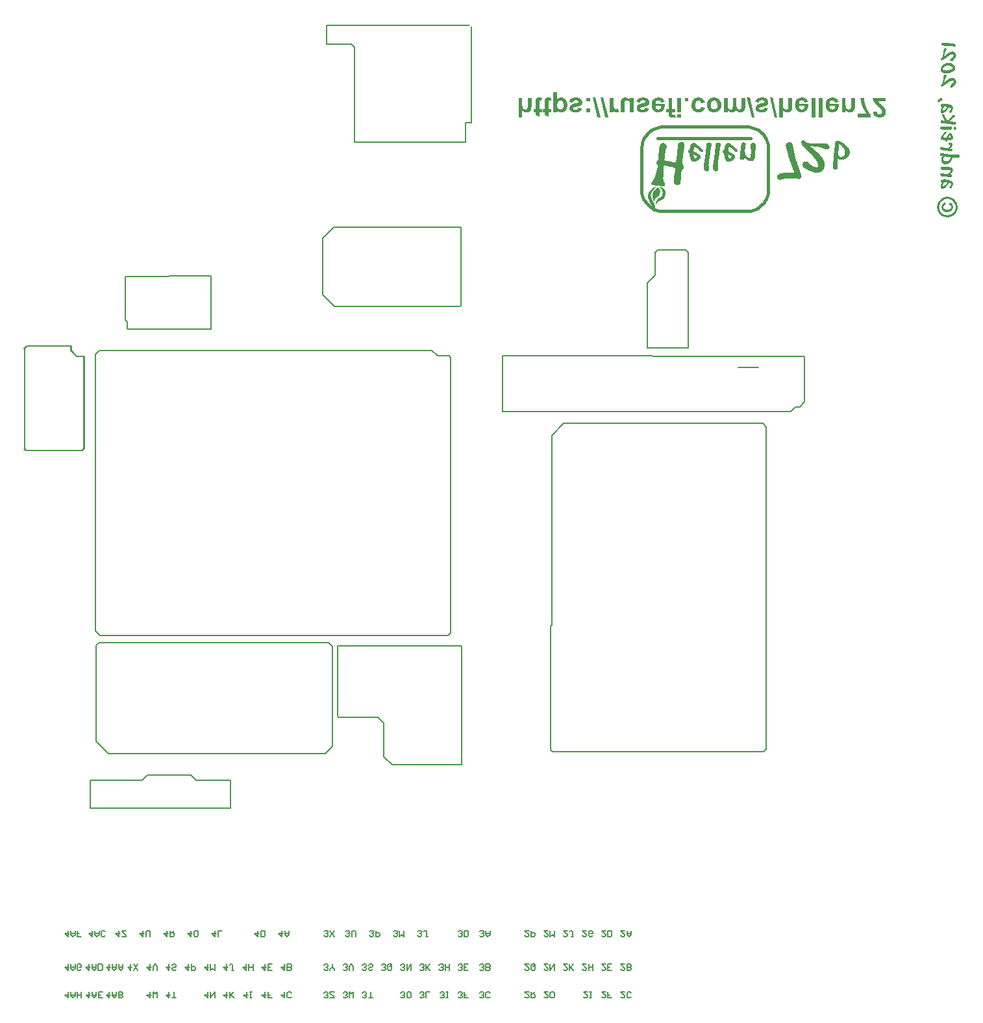
<source format=gbo>
G75*
G70*
%OFA0B0*%
%FSLAX25Y25*%
%IPPOS*%
%LPD*%
%AMOC8*
5,1,8,0,0,1.08239X$1,22.5*
%
%ADD25C,0.01575*%
%ADD256C,0.00787*%
%ADD45C,0.00669*%
X0000000Y0000000D02*
G01*
G75*
G36*
X0455372Y0509316D02*
X0455615Y0509281D01*
X0455961Y0509143D01*
X0456099Y0509074D01*
X0456203Y0509039D01*
X0456237Y0508970D01*
X0456272Y0508970D01*
X0456410Y0508797D01*
X0456549Y0508624D01*
X0456653Y0508278D01*
X0456687Y0508139D01*
X0456722Y0508036D01*
X0456722Y0507966D01*
X0456722Y0507932D01*
X0456722Y0507828D01*
X0456687Y0507655D01*
X0456687Y0507447D01*
X0456653Y0507205D01*
X0456583Y0506617D01*
X0456480Y0505994D01*
X0456376Y0505371D01*
X0456341Y0505095D01*
X0456307Y0504852D01*
X0456272Y0504645D01*
X0456272Y0504472D01*
X0456237Y0504368D01*
X0456237Y0504333D01*
X0456168Y0503745D01*
X0456099Y0503226D01*
X0456030Y0502707D01*
X0455961Y0502292D01*
X0455891Y0501877D01*
X0455857Y0501531D01*
X0455822Y0501219D01*
X0455788Y0500943D01*
X0455753Y0500700D01*
X0455718Y0500493D01*
X0455684Y0500320D01*
X0455684Y0500181D01*
X0455649Y0500043D01*
X0455649Y0499974D01*
X0455545Y0498175D01*
X0455649Y0498140D01*
X0455753Y0498071D01*
X0455926Y0497829D01*
X0456064Y0497621D01*
X0456099Y0497552D01*
X0456099Y0497517D01*
X0456272Y0497033D01*
X0456376Y0496652D01*
X0456410Y0496514D01*
X0456410Y0496410D01*
X0456410Y0496375D01*
X0456410Y0496341D01*
X0456376Y0495960D01*
X0456272Y0495683D01*
X0456134Y0495476D01*
X0456099Y0495441D01*
X0456099Y0495407D01*
X0455995Y0495268D01*
X0455891Y0495164D01*
X0455684Y0495026D01*
X0455545Y0494991D01*
X0455476Y0494991D01*
X0455234Y0495026D01*
X0455234Y0494853D01*
X0455199Y0494645D01*
X0455199Y0494369D01*
X0455165Y0494092D01*
X0455130Y0493815D01*
X0455130Y0493573D01*
X0455096Y0493434D01*
X0455096Y0493365D01*
X0455026Y0492708D01*
X0454992Y0492120D01*
X0454923Y0491566D01*
X0454888Y0491082D01*
X0454853Y0490632D01*
X0454819Y0490251D01*
X0454819Y0489940D01*
X0454784Y0489628D01*
X0454784Y0489386D01*
X0454784Y0489179D01*
X0454750Y0489006D01*
X0454750Y0488867D01*
X0454750Y0488694D01*
X0454750Y0488660D01*
X0454715Y0488417D01*
X0454680Y0488210D01*
X0454507Y0487864D01*
X0454334Y0487656D01*
X0454300Y0487587D01*
X0454265Y0487587D01*
X0454092Y0487449D01*
X0453885Y0487379D01*
X0453539Y0487241D01*
X0453366Y0487241D01*
X0453227Y0487206D01*
X0453123Y0487206D01*
X0452847Y0487241D01*
X0452570Y0487276D01*
X0452328Y0487379D01*
X0452120Y0487483D01*
X0451947Y0487587D01*
X0451809Y0487656D01*
X0451739Y0487725D01*
X0451705Y0487760D01*
X0451497Y0487968D01*
X0451359Y0488175D01*
X0451255Y0488383D01*
X0451186Y0488590D01*
X0451151Y0488763D01*
X0451117Y0488867D01*
X0451117Y0488971D01*
X0451117Y0489006D01*
X0451117Y0489213D01*
X0451151Y0489490D01*
X0451186Y0490078D01*
X0451255Y0490736D01*
X0451359Y0491393D01*
X0451463Y0492016D01*
X0451497Y0492293D01*
X0451532Y0492500D01*
X0451566Y0492708D01*
X0451566Y0492846D01*
X0451601Y0492950D01*
X0451601Y0492985D01*
X0451705Y0493711D01*
X0451809Y0494299D01*
X0451878Y0494784D01*
X0451912Y0495164D01*
X0451947Y0495441D01*
X0451982Y0495649D01*
X0451982Y0495753D01*
X0451982Y0495787D01*
X0451566Y0495960D01*
X0451151Y0496099D01*
X0450217Y0496375D01*
X0449283Y0496618D01*
X0448349Y0496791D01*
X0447933Y0496894D01*
X0447553Y0496964D01*
X0447172Y0497033D01*
X0446895Y0497067D01*
X0446619Y0497102D01*
X0446446Y0497137D01*
X0446307Y0497171D01*
X0446273Y0497171D01*
X0446134Y0496375D01*
X0446030Y0495510D01*
X0445961Y0494645D01*
X0445927Y0493780D01*
X0445892Y0493400D01*
X0445892Y0493019D01*
X0445857Y0492673D01*
X0445857Y0492396D01*
X0445857Y0492154D01*
X0445857Y0491981D01*
X0445857Y0491877D01*
X0445857Y0491843D01*
X0445823Y0491497D01*
X0445754Y0491185D01*
X0445684Y0490909D01*
X0445645Y0490830D01*
X0445871Y0489546D01*
X0446073Y0488805D01*
X0446637Y0488409D01*
X0446742Y0488216D01*
X0446766Y0488079D01*
X0446758Y0487724D01*
X0446685Y0486934D01*
X0446629Y0486853D01*
X0446379Y0486668D01*
X0446105Y0486619D01*
X0440114Y0487330D01*
X0439872Y0487499D01*
X0439767Y0487693D01*
X0439775Y0488048D01*
X0439816Y0488620D01*
X0439880Y0489055D01*
X0439936Y0489136D01*
X0440187Y0489322D01*
X0440630Y0489612D01*
X0441001Y0490313D01*
X0441630Y0491555D01*
X0442453Y0494103D01*
X0442856Y0496223D01*
X0442999Y0496956D01*
X0443020Y0497102D01*
X0443020Y0497275D01*
X0443055Y0497379D01*
X0443055Y0497413D01*
X0443055Y0497448D01*
X0442813Y0497552D01*
X0442640Y0497690D01*
X0442536Y0497829D01*
X0442501Y0497863D01*
X0442501Y0497898D01*
X0442397Y0498175D01*
X0442328Y0498417D01*
X0442294Y0498624D01*
X0442294Y0498659D01*
X0442294Y0498694D01*
X0442328Y0498970D01*
X0442467Y0499247D01*
X0442570Y0499455D01*
X0442605Y0499524D01*
X0442605Y0499559D01*
X0442709Y0499732D01*
X0442813Y0499835D01*
X0443020Y0499974D01*
X0443159Y0500043D01*
X0443193Y0500043D01*
X0443193Y0500147D01*
X0443193Y0500251D01*
X0443228Y0500597D01*
X0443262Y0501012D01*
X0443297Y0501427D01*
X0443332Y0501842D01*
X0443366Y0502188D01*
X0443366Y0502292D01*
X0443401Y0502396D01*
X0443401Y0502465D01*
X0443401Y0502500D01*
X0443435Y0502949D01*
X0443470Y0503399D01*
X0443505Y0503780D01*
X0443539Y0504126D01*
X0443574Y0504749D01*
X0443608Y0505233D01*
X0443643Y0505579D01*
X0443678Y0505821D01*
X0443678Y0505994D01*
X0443678Y0506029D01*
X0443712Y0506513D01*
X0443816Y0506928D01*
X0443920Y0507309D01*
X0444058Y0507620D01*
X0444197Y0507897D01*
X0444370Y0508105D01*
X0444543Y0508312D01*
X0444750Y0508451D01*
X0445096Y0508658D01*
X0445408Y0508762D01*
X0445615Y0508797D01*
X0445684Y0508797D01*
X0445892Y0508762D01*
X0446134Y0508693D01*
X0446549Y0508485D01*
X0446722Y0508382D01*
X0446861Y0508278D01*
X0446965Y0508209D01*
X0446999Y0508174D01*
X0447276Y0507932D01*
X0447449Y0507724D01*
X0447587Y0507517D01*
X0447691Y0507378D01*
X0447760Y0507240D01*
X0447795Y0507136D01*
X0447795Y0507101D01*
X0447795Y0507067D01*
X0447795Y0506790D01*
X0447760Y0506617D01*
X0447726Y0506548D01*
X0447691Y0506513D01*
X0447587Y0506409D01*
X0447484Y0506306D01*
X0447345Y0506271D01*
X0447311Y0506236D01*
X0447207Y0505787D01*
X0447103Y0505268D01*
X0447034Y0504749D01*
X0446930Y0504195D01*
X0446861Y0503711D01*
X0446792Y0503330D01*
X0446757Y0503157D01*
X0446722Y0503053D01*
X0446722Y0502984D01*
X0446722Y0502949D01*
X0446653Y0502534D01*
X0446619Y0502154D01*
X0446549Y0501531D01*
X0446480Y0500977D01*
X0446411Y0500597D01*
X0446376Y0500285D01*
X0446342Y0500078D01*
X0446342Y0499974D01*
X0446342Y0499939D01*
X0447553Y0499628D01*
X0448695Y0499386D01*
X0449698Y0499143D01*
X0450182Y0499074D01*
X0450598Y0498970D01*
X0450978Y0498901D01*
X0451324Y0498832D01*
X0451601Y0498797D01*
X0451878Y0498728D01*
X0452051Y0498694D01*
X0452224Y0498694D01*
X0452293Y0498659D01*
X0452328Y0498659D01*
X0452362Y0498867D01*
X0452397Y0499178D01*
X0452431Y0499524D01*
X0452466Y0499905D01*
X0452501Y0500251D01*
X0452535Y0500527D01*
X0452570Y0500735D01*
X0452570Y0500770D01*
X0452570Y0500804D01*
X0452708Y0501773D01*
X0452812Y0502638D01*
X0452881Y0503399D01*
X0452985Y0504091D01*
X0453054Y0504679D01*
X0453089Y0505198D01*
X0453123Y0505648D01*
X0453193Y0505994D01*
X0453193Y0506340D01*
X0453227Y0506582D01*
X0453227Y0506790D01*
X0453262Y0506928D01*
X0453262Y0507032D01*
X0453262Y0507101D01*
X0453262Y0507171D01*
X0453296Y0507517D01*
X0453331Y0507828D01*
X0453400Y0508105D01*
X0453504Y0508347D01*
X0453608Y0508520D01*
X0453677Y0508658D01*
X0453712Y0508728D01*
X0453746Y0508762D01*
X0453954Y0508970D01*
X0454196Y0509108D01*
X0454404Y0509212D01*
X0454646Y0509281D01*
X0454819Y0509316D01*
X0454992Y0509350D01*
X0455130Y0509350D01*
X0455372Y0509316D01*
D02*
G37*
G36*
X0443565Y0485394D02*
X0443992Y0484975D01*
X0444306Y0484394D01*
X0444451Y0483572D01*
X0444129Y0482596D01*
X0443564Y0481790D01*
X0442870Y0481314D01*
X0442338Y0480726D01*
X0441661Y0479758D01*
X0441427Y0479081D01*
X0441419Y0478726D01*
X0440935Y0479065D01*
X0440750Y0479315D01*
X0440524Y0480194D01*
X0440379Y0481016D01*
X0440339Y0481645D01*
X0440250Y0482548D01*
X0440516Y0483443D01*
X0441194Y0484411D01*
X0441895Y0485241D01*
X0442339Y0485531D01*
X0443000Y0485789D01*
X0443565Y0485394D01*
D02*
G37*
G36*
X0444782Y0486104D02*
X0446153Y0485144D01*
X0446628Y0484450D01*
X0446967Y0483733D01*
X0447112Y0482910D01*
X0447120Y0482063D01*
X0446717Y0481144D01*
X0446378Y0480661D01*
X0445789Y0479991D01*
X0445072Y0479653D01*
X0444354Y0479314D01*
X0443636Y0478976D01*
X0443055Y0478661D01*
X0442604Y0478016D01*
X0442346Y0477476D01*
X0442201Y0477097D01*
X0441935Y0477404D01*
X0441919Y0477895D01*
X0441983Y0478331D01*
X0442161Y0478928D01*
X0442475Y0479548D01*
X0442951Y0480056D01*
X0443451Y0480427D01*
X0444201Y0480983D01*
X0444975Y0481403D01*
X0445314Y0481886D01*
X0445435Y0482402D01*
X0445532Y0483055D01*
X0445467Y0483822D01*
X0444895Y0485063D01*
X0443774Y0486208D01*
X0443968Y0486313D01*
X0444782Y0486104D01*
D02*
G37*
G36*
X0441956Y0486100D02*
X0441775Y0485927D01*
X0441186Y0485257D01*
X0440452Y0484209D01*
X0440024Y0483427D01*
X0439678Y0482589D01*
X0439468Y0481774D01*
X0439508Y0481145D01*
X0440024Y0479823D01*
X0440677Y0478525D01*
X0441225Y0477420D01*
X0441523Y0476130D01*
X0441636Y0475090D01*
X0441483Y0474356D01*
X0441241Y0473324D01*
X0440829Y0473251D01*
X0440894Y0473687D01*
X0440700Y0474783D01*
X0440394Y0475719D01*
X0439951Y0476630D01*
X0439137Y0478041D01*
X0438508Y0479202D01*
X0437936Y0480444D01*
X0437855Y0481702D01*
X0438267Y0482976D01*
X0438694Y0483758D01*
X0439678Y0484992D01*
X0440791Y0485894D01*
X0441714Y0486269D01*
X0441956Y0486100D01*
D02*
G37*
G36*
X0517626Y0510249D02*
X0517780Y0510171D01*
X0517975Y0510065D01*
X0518209Y0509930D01*
X0518410Y0509790D01*
X0518570Y0509678D01*
X0518690Y0509594D01*
X0518730Y0509565D01*
X0518971Y0509397D01*
X0519171Y0509257D01*
X0519452Y0509060D01*
X0519646Y0508954D01*
X0519686Y0508926D01*
X0519841Y0508848D01*
X0520063Y0508782D01*
X0520502Y0508683D01*
X0520718Y0508651D01*
X0520901Y0508613D01*
X0521009Y0508597D01*
X0521043Y0508603D01*
X0521436Y0508567D01*
X0521835Y0508497D01*
X0522262Y0508467D01*
X0522649Y0508465D01*
X0522973Y0508416D01*
X0523218Y0508424D01*
X0523400Y0508386D01*
X0523468Y0508398D01*
X0524072Y0508364D01*
X0524635Y0508358D01*
X0525164Y0508346D01*
X0525687Y0508368D01*
X0526142Y0508378D01*
X0526563Y0508382D01*
X0526910Y0508408D01*
X0527256Y0508434D01*
X0527569Y0508454D01*
X0527848Y0508468D01*
X0528052Y0508504D01*
X0528229Y0508500D01*
X0528569Y0508560D01*
X0528950Y0508592D01*
X0529269Y0508578D01*
X0529560Y0508524D01*
X0529822Y0508429D01*
X0530010Y0508357D01*
X0530165Y0508279D01*
X0530245Y0508223D01*
X0530285Y0508195D01*
X0530538Y0507958D01*
X0530722Y0507710D01*
X0530872Y0507455D01*
X0530982Y0507229D01*
X0531052Y0507030D01*
X0531123Y0506832D01*
X0531141Y0506730D01*
X0531147Y0506696D01*
X0531139Y0506343D01*
X0531044Y0506080D01*
X0530836Y0505868D01*
X0530615Y0505724D01*
X0530361Y0505573D01*
X0530128Y0505497D01*
X0529924Y0505461D01*
X0529645Y0505447D01*
X0529281Y0505523D01*
X0528841Y0505622D01*
X0528397Y0505754D01*
X0527946Y0505920D01*
X0527575Y0506031D01*
X0527426Y0506075D01*
X0527346Y0506131D01*
X0527272Y0506153D01*
X0527238Y0506147D01*
X0526531Y0506374D01*
X0525903Y0506544D01*
X0525418Y0506704D01*
X0525013Y0506809D01*
X0524723Y0506863D01*
X0524506Y0506895D01*
X0524358Y0506939D01*
X0524324Y0506933D01*
X0521392Y0507224D01*
X0522017Y0506667D01*
X0522596Y0506172D01*
X0523135Y0505705D01*
X0523594Y0505294D01*
X0524013Y0504911D01*
X0524392Y0504556D01*
X0524724Y0504263D01*
X0524977Y0504027D01*
X0525230Y0503790D01*
X0525436Y0503616D01*
X0525568Y0503463D01*
X0525694Y0503345D01*
X0525781Y0503255D01*
X0525861Y0503199D01*
X0525907Y0503137D01*
X0526384Y0502624D01*
X0526787Y0502132D01*
X0527109Y0501697D01*
X0527386Y0501325D01*
X0527576Y0501042D01*
X0527720Y0500821D01*
X0527785Y0500657D01*
X0527825Y0500629D01*
X0528039Y0500210D01*
X0528213Y0499819D01*
X0528348Y0499456D01*
X0528482Y0499093D01*
X0528530Y0498821D01*
X0528606Y0498589D01*
X0528636Y0498418D01*
X0528642Y0498384D01*
X0528722Y0497731D01*
X0528688Y0497127D01*
X0528574Y0496580D01*
X0528447Y0496101D01*
X0528269Y0495718D01*
X0528147Y0495416D01*
X0528034Y0495255D01*
X0527978Y0495175D01*
X0527573Y0494682D01*
X0527150Y0494291D01*
X0526681Y0493963D01*
X0526228Y0493742D01*
X0525803Y0493562D01*
X0525469Y0493468D01*
X0525338Y0493410D01*
X0525168Y0493380D01*
X0524821Y0493354D01*
X0524468Y0493362D01*
X0524069Y0493432D01*
X0523631Y0493530D01*
X0522747Y0493761D01*
X0521879Y0494100D01*
X0521079Y0494451D01*
X0520737Y0494601D01*
X0520434Y0494723D01*
X0520199Y0494858D01*
X0520005Y0494964D01*
X0519891Y0495014D01*
X0519851Y0495042D01*
X0519616Y0495176D01*
X0519428Y0495249D01*
X0519274Y0495327D01*
X0519159Y0495377D01*
X0519045Y0495427D01*
X0519005Y0495455D01*
X0518542Y0495690D01*
X0518181Y0495942D01*
X0517923Y0496213D01*
X0517738Y0496461D01*
X0517594Y0496682D01*
X0517530Y0496846D01*
X0517472Y0496977D01*
X0517466Y0497011D01*
X0517404Y0497562D01*
X0517430Y0497812D01*
X0517462Y0498029D01*
X0517472Y0498171D01*
X0517516Y0498319D01*
X0517538Y0498394D01*
X0517532Y0498428D01*
X0517638Y0498622D01*
X0517751Y0498782D01*
X0517903Y0498915D01*
X0518027Y0499007D01*
X0518220Y0499111D01*
X0518322Y0499129D01*
X0518737Y0499167D01*
X0519124Y0499165D01*
X0519266Y0499155D01*
X0519374Y0499139D01*
X0519448Y0499117D01*
X0519482Y0499123D01*
X0519853Y0499013D01*
X0520122Y0498884D01*
X0520282Y0498772D01*
X0520322Y0498744D01*
X0520827Y0498271D01*
X0521320Y0497866D01*
X0521767Y0497523D01*
X0522174Y0497208D01*
X0522529Y0496990D01*
X0522883Y0496771D01*
X0523192Y0496615D01*
X0523461Y0496487D01*
X0523717Y0496426D01*
X0523906Y0496354D01*
X0524236Y0496272D01*
X0524413Y0496268D01*
X0524719Y0496322D01*
X0524918Y0496392D01*
X0525048Y0496450D01*
X0525178Y0496508D01*
X0525297Y0496635D01*
X0525325Y0496675D01*
X0525375Y0496789D01*
X0525419Y0496937D01*
X0525393Y0497284D01*
X0525397Y0497461D01*
X0525373Y0497597D01*
X0525355Y0497699D01*
X0525349Y0497733D01*
X0525243Y0498136D01*
X0525056Y0498595D01*
X0524842Y0499014D01*
X0524622Y0499467D01*
X0524379Y0499846D01*
X0524189Y0500128D01*
X0524097Y0500253D01*
X0524044Y0500349D01*
X0524004Y0500377D01*
X0523998Y0500411D01*
X0523577Y0501004D01*
X0523129Y0501558D01*
X0522732Y0502015D01*
X0522375Y0502444D01*
X0522071Y0502776D01*
X0521818Y0503013D01*
X0521652Y0503159D01*
X0521606Y0503221D01*
X0520894Y0503869D01*
X0520257Y0504494D01*
X0519700Y0505064D01*
X0519189Y0505571D01*
X0518798Y0505994D01*
X0518493Y0506326D01*
X0518367Y0506445D01*
X0518315Y0506541D01*
X0518241Y0506563D01*
X0518235Y0506597D01*
X0517752Y0507144D01*
X0517389Y0507608D01*
X0517113Y0507980D01*
X0516916Y0508297D01*
X0516806Y0508524D01*
X0516748Y0508654D01*
X0516696Y0508750D01*
X0516690Y0508784D01*
X0516652Y0509199D01*
X0516734Y0509530D01*
X0516806Y0509718D01*
X0516828Y0509792D01*
X0517031Y0510039D01*
X0517251Y0510183D01*
X0517450Y0510253D01*
X0517518Y0510265D01*
X0517626Y0510249D01*
D02*
G37*
G36*
X0511124Y0509067D02*
X0511306Y0509029D01*
X0511414Y0509013D01*
X0511495Y0508957D01*
X0511529Y0508963D01*
X0511723Y0508857D01*
X0511883Y0508745D01*
X0512016Y0508592D01*
X0512108Y0508468D01*
X0512212Y0508276D01*
X0512224Y0508208D01*
X0512230Y0508173D01*
X0512392Y0507253D01*
X0512542Y0506401D01*
X0512675Y0505652D01*
X0512823Y0505011D01*
X0512913Y0504499D01*
X0512949Y0504295D01*
X0512979Y0504125D01*
X0513003Y0503988D01*
X0513021Y0503886D01*
X0513027Y0503852D01*
X0513033Y0503818D01*
X0513181Y0503176D01*
X0513284Y0502597D01*
X0513408Y0502092D01*
X0513520Y0501655D01*
X0513620Y0501286D01*
X0513702Y0501020D01*
X0513760Y0500889D01*
X0513772Y0500821D01*
X0513855Y0500555D01*
X0513977Y0500260D01*
X0514071Y0499925D01*
X0514205Y0499563D01*
X0514480Y0498803D01*
X0514726Y0498003D01*
X0514994Y0497277D01*
X0515089Y0496943D01*
X0515171Y0496676D01*
X0515281Y0496450D01*
X0515311Y0496279D01*
X0515369Y0496149D01*
X0515375Y0496115D01*
X0515580Y0495554D01*
X0515726Y0495123D01*
X0515820Y0494788D01*
X0515930Y0494561D01*
X0515960Y0494391D01*
X0516012Y0494295D01*
X0516024Y0494227D01*
X0516082Y0494097D01*
X0516152Y0493898D01*
X0516293Y0493501D01*
X0516363Y0493303D01*
X0516393Y0493132D01*
X0516445Y0493036D01*
X0516451Y0493002D01*
X0516573Y0492707D01*
X0516649Y0492475D01*
X0516713Y0492310D01*
X0516738Y0492174D01*
X0516784Y0492112D01*
X0516790Y0492078D01*
X0516796Y0492044D01*
X0516838Y0491806D01*
X0516800Y0491623D01*
X0516723Y0491258D01*
X0516679Y0491110D01*
X0516629Y0490996D01*
X0516601Y0490956D01*
X0516573Y0490916D01*
X0516427Y0490749D01*
X0516314Y0490589D01*
X0516026Y0490433D01*
X0515833Y0490328D01*
X0515595Y0490286D01*
X0515412Y0490324D01*
X0514951Y0490349D01*
X0514735Y0490381D01*
X0514559Y0490385D01*
X0514410Y0490429D01*
X0514376Y0490423D01*
X0513158Y0490559D01*
X0512588Y0490599D01*
X0512093Y0490618D01*
X0511666Y0490648D01*
X0511320Y0490622D01*
X0511103Y0490654D01*
X0511035Y0490642D01*
X0510438Y0490642D01*
X0509949Y0490626D01*
X0509534Y0490588D01*
X0509153Y0490556D01*
X0508874Y0490542D01*
X0508363Y0490452D01*
X0508131Y0490376D01*
X0507626Y0490251D01*
X0507387Y0490209D01*
X0507189Y0490139D01*
X0507018Y0490109D01*
X0506718Y0490021D01*
X0506479Y0489979D01*
X0506281Y0489909D01*
X0505872Y0489837D01*
X0505661Y0489835D01*
X0505451Y0489833D01*
X0505120Y0489915D01*
X0504886Y0490049D01*
X0504846Y0490077D01*
X0504806Y0490105D01*
X0504639Y0490252D01*
X0504535Y0490444D01*
X0504327Y0490829D01*
X0504297Y0490999D01*
X0504238Y0491130D01*
X0504220Y0491232D01*
X0504214Y0491266D01*
X0504206Y0491511D01*
X0504239Y0491727D01*
X0504451Y0492116D01*
X0504529Y0492270D01*
X0504654Y0492362D01*
X0504710Y0492443D01*
X0504738Y0492483D01*
X0504986Y0492667D01*
X0505241Y0492817D01*
X0505694Y0493038D01*
X0505892Y0493108D01*
X0506057Y0493172D01*
X0506977Y0493334D01*
X0507704Y0493392D01*
X0508324Y0493466D01*
X0508881Y0493494D01*
X0509302Y0493498D01*
X0509614Y0493518D01*
X0509831Y0493486D01*
X0509899Y0493498D01*
X0510610Y0493448D01*
X0511248Y0493420D01*
X0511805Y0493448D01*
X0512226Y0493452D01*
X0512607Y0493484D01*
X0512851Y0493492D01*
X0513056Y0493528D01*
X0513038Y0493630D01*
X0512974Y0493794D01*
X0512938Y0493999D01*
X0512861Y0494231D01*
X0512669Y0494724D01*
X0512465Y0495286D01*
X0512272Y0495779D01*
X0512196Y0496011D01*
X0512126Y0496210D01*
X0512056Y0496408D01*
X0511998Y0496538D01*
X0511952Y0496600D01*
X0511946Y0496634D01*
X0511607Y0497559D01*
X0511281Y0498415D01*
X0511000Y0499208D01*
X0510772Y0499906D01*
X0510684Y0500206D01*
X0510567Y0500467D01*
X0510491Y0500700D01*
X0510455Y0500904D01*
X0510391Y0501068D01*
X0510339Y0501164D01*
X0510327Y0501233D01*
X0510321Y0501267D01*
X0510221Y0501636D01*
X0510121Y0502004D01*
X0509950Y0502572D01*
X0509832Y0503043D01*
X0509732Y0503411D01*
X0509650Y0503678D01*
X0509620Y0503848D01*
X0509602Y0503951D01*
X0509596Y0503985D01*
X0509572Y0504121D01*
X0509502Y0504319D01*
X0509389Y0504756D01*
X0509313Y0504989D01*
X0509277Y0505193D01*
X0509219Y0505324D01*
X0509213Y0505358D01*
X0509037Y0505959D01*
X0508919Y0506430D01*
X0508813Y0506833D01*
X0508752Y0507174D01*
X0508676Y0507406D01*
X0508652Y0507543D01*
X0508634Y0507645D01*
X0508628Y0507679D01*
X0508638Y0507821D01*
X0508648Y0507963D01*
X0508811Y0508238D01*
X0508951Y0508438D01*
X0508973Y0508513D01*
X0509007Y0508519D01*
X0509380Y0508795D01*
X0509771Y0508969D01*
X0509941Y0508999D01*
X0510072Y0509058D01*
X0510174Y0509076D01*
X0510697Y0509098D01*
X0510941Y0509106D01*
X0511124Y0509067D01*
D02*
G37*
G36*
X0592181Y0481123D02*
X0592673Y0481046D01*
X0593119Y0480924D01*
X0593319Y0480862D01*
X0593518Y0480801D01*
X0593687Y0480724D01*
X0593841Y0480662D01*
X0593980Y0480601D01*
X0594102Y0480539D01*
X0594195Y0480493D01*
X0594256Y0480462D01*
X0594302Y0480447D01*
X0594318Y0480432D01*
X0594763Y0480140D01*
X0595148Y0479832D01*
X0595486Y0479509D01*
X0595762Y0479187D01*
X0595978Y0478910D01*
X0596054Y0478787D01*
X0596131Y0478680D01*
X0596177Y0478603D01*
X0596223Y0478541D01*
X0596254Y0478495D01*
X0596254Y0478480D01*
X0596377Y0478249D01*
X0596485Y0478019D01*
X0596654Y0477542D01*
X0596777Y0477112D01*
X0596854Y0476712D01*
X0596884Y0476543D01*
X0596915Y0476374D01*
X0596931Y0476236D01*
X0596931Y0476113D01*
X0596946Y0476020D01*
X0596946Y0475621D01*
X0596915Y0475375D01*
X0596838Y0474898D01*
X0596731Y0474453D01*
X0596669Y0474253D01*
X0596608Y0474068D01*
X0596531Y0473884D01*
X0596469Y0473730D01*
X0596408Y0473607D01*
X0596362Y0473484D01*
X0596316Y0473392D01*
X0596285Y0473331D01*
X0596270Y0473285D01*
X0596254Y0473269D01*
X0595978Y0472823D01*
X0595670Y0472439D01*
X0595347Y0472101D01*
X0595040Y0471825D01*
X0594748Y0471609D01*
X0594625Y0471517D01*
X0594533Y0471440D01*
X0594441Y0471394D01*
X0594379Y0471348D01*
X0594333Y0471333D01*
X0594318Y0471317D01*
X0594087Y0471194D01*
X0593841Y0471087D01*
X0593380Y0470902D01*
X0592934Y0470779D01*
X0592519Y0470703D01*
X0592350Y0470672D01*
X0592181Y0470641D01*
X0592028Y0470626D01*
X0591905Y0470626D01*
X0591812Y0470610D01*
X0591736Y0470610D01*
X0591689Y0470610D01*
X0591674Y0470610D01*
X0591413Y0470626D01*
X0591167Y0470641D01*
X0590690Y0470718D01*
X0590245Y0470825D01*
X0590045Y0470887D01*
X0589845Y0470964D01*
X0589676Y0471025D01*
X0589522Y0471087D01*
X0589384Y0471148D01*
X0589261Y0471194D01*
X0589169Y0471240D01*
X0589107Y0471271D01*
X0589061Y0471302D01*
X0589046Y0471302D01*
X0588600Y0471579D01*
X0588216Y0471901D01*
X0587893Y0472224D01*
X0587616Y0472532D01*
X0587401Y0472808D01*
X0587309Y0472931D01*
X0587232Y0473039D01*
X0587186Y0473115D01*
X0587140Y0473177D01*
X0587124Y0473223D01*
X0587109Y0473239D01*
X0586986Y0473469D01*
X0586879Y0473715D01*
X0586709Y0474191D01*
X0586587Y0474622D01*
X0586510Y0475037D01*
X0586479Y0475221D01*
X0586448Y0475375D01*
X0586433Y0475529D01*
X0586433Y0475652D01*
X0586417Y0475744D01*
X0586417Y0475882D01*
X0586433Y0476143D01*
X0586448Y0476389D01*
X0586525Y0476866D01*
X0586633Y0477312D01*
X0586694Y0477511D01*
X0586771Y0477696D01*
X0586832Y0477880D01*
X0586894Y0478034D01*
X0586955Y0478172D01*
X0587002Y0478280D01*
X0587048Y0478372D01*
X0587078Y0478434D01*
X0587109Y0478480D01*
X0587109Y0478495D01*
X0587386Y0478941D01*
X0587709Y0479325D01*
X0588031Y0479663D01*
X0588339Y0479940D01*
X0588615Y0480155D01*
X0588738Y0480247D01*
X0588846Y0480324D01*
X0588923Y0480370D01*
X0588984Y0480416D01*
X0589030Y0480447D01*
X0589046Y0480447D01*
X0589276Y0480570D01*
X0589522Y0480678D01*
X0589983Y0480862D01*
X0590429Y0480985D01*
X0590829Y0481062D01*
X0591013Y0481093D01*
X0591182Y0481123D01*
X0591321Y0481139D01*
X0591443Y0481139D01*
X0591536Y0481154D01*
X0591612Y0481154D01*
X0591659Y0481154D01*
X0591674Y0481154D01*
X0591935Y0481154D01*
X0592181Y0481123D01*
D02*
G37*
G36*
X0589369Y0560214D02*
X0589523Y0560198D01*
X0589584Y0560183D01*
X0589646Y0560183D01*
X0589677Y0560167D01*
X0589692Y0560167D01*
X0590107Y0560121D01*
X0590507Y0560090D01*
X0590891Y0560060D01*
X0591214Y0560044D01*
X0591367Y0560044D01*
X0591506Y0560044D01*
X0591613Y0560029D01*
X0591721Y0560029D01*
X0591798Y0560029D01*
X0591859Y0560029D01*
X0591890Y0560029D01*
X0591905Y0560029D01*
X0592259Y0560029D01*
X0592612Y0560014D01*
X0592935Y0559998D01*
X0593243Y0559983D01*
X0593489Y0559968D01*
X0593596Y0559952D01*
X0593688Y0559952D01*
X0593765Y0559952D01*
X0593811Y0559937D01*
X0593842Y0559937D01*
X0593857Y0559937D01*
X0594211Y0559906D01*
X0594503Y0559860D01*
X0594764Y0559829D01*
X0594964Y0559798D01*
X0595118Y0559783D01*
X0595225Y0559752D01*
X0595302Y0559737D01*
X0595318Y0559737D01*
X0595487Y0559660D01*
X0595625Y0559568D01*
X0595717Y0559445D01*
X0595779Y0559307D01*
X0595809Y0559184D01*
X0595840Y0559076D01*
X0595840Y0558876D01*
X0595809Y0558784D01*
X0595763Y0558630D01*
X0595732Y0558569D01*
X0595702Y0558523D01*
X0595686Y0558507D01*
X0595671Y0558492D01*
X0595610Y0558431D01*
X0595533Y0558385D01*
X0595364Y0558338D01*
X0595302Y0558323D01*
X0595241Y0558308D01*
X0595210Y0558308D01*
X0595195Y0558308D01*
X0595102Y0558308D01*
X0594979Y0558323D01*
X0594841Y0558338D01*
X0594703Y0558354D01*
X0594580Y0558369D01*
X0594472Y0558385D01*
X0594395Y0558400D01*
X0594365Y0558400D01*
X0593919Y0558461D01*
X0593535Y0558523D01*
X0593181Y0558554D01*
X0592889Y0558569D01*
X0592751Y0558584D01*
X0592643Y0558584D01*
X0592551Y0558600D01*
X0592474Y0558600D01*
X0592397Y0558600D01*
X0592351Y0558600D01*
X0592336Y0558600D01*
X0592320Y0558600D01*
X0591844Y0558600D01*
X0591383Y0558615D01*
X0590968Y0558630D01*
X0590584Y0558646D01*
X0590414Y0558646D01*
X0590261Y0558646D01*
X0590138Y0558661D01*
X0590030Y0558661D01*
X0589938Y0558676D01*
X0589877Y0558676D01*
X0589830Y0558676D01*
X0589815Y0558676D01*
X0589554Y0558692D01*
X0589339Y0558723D01*
X0589185Y0558738D01*
X0589062Y0558769D01*
X0588985Y0558784D01*
X0588924Y0558800D01*
X0588908Y0558815D01*
X0588893Y0558815D01*
X0588801Y0558907D01*
X0588724Y0558999D01*
X0588678Y0559061D01*
X0588662Y0559092D01*
X0588616Y0559214D01*
X0588601Y0559337D01*
X0588586Y0559414D01*
X0588586Y0559445D01*
X0588601Y0559537D01*
X0588616Y0559629D01*
X0588693Y0559798D01*
X0588739Y0559860D01*
X0588770Y0559906D01*
X0588785Y0559937D01*
X0588801Y0559952D01*
X0588893Y0560044D01*
X0588970Y0560106D01*
X0589047Y0560167D01*
X0589123Y0560198D01*
X0589170Y0560214D01*
X0589216Y0560229D01*
X0589246Y0560229D01*
X0589262Y0560229D01*
X0589308Y0560229D01*
X0589369Y0560214D01*
D02*
G37*
G36*
X0590952Y0557416D02*
X0591060Y0557355D01*
X0591137Y0557247D01*
X0591183Y0557139D01*
X0591229Y0557017D01*
X0591245Y0556909D01*
X0591245Y0556817D01*
X0591229Y0556694D01*
X0591168Y0556540D01*
X0591091Y0556356D01*
X0590999Y0556171D01*
X0590891Y0555987D01*
X0590814Y0555833D01*
X0590783Y0555772D01*
X0590753Y0555741D01*
X0590737Y0555710D01*
X0590737Y0555695D01*
X0590584Y0555403D01*
X0590461Y0555141D01*
X0590353Y0554942D01*
X0590276Y0554773D01*
X0590230Y0554650D01*
X0590199Y0554557D01*
X0590169Y0554496D01*
X0590169Y0554481D01*
X0589815Y0553220D01*
X0590107Y0553451D01*
X0590368Y0553666D01*
X0590614Y0553866D01*
X0590830Y0554035D01*
X0591029Y0554188D01*
X0591214Y0554327D01*
X0591367Y0554450D01*
X0591490Y0554542D01*
X0591613Y0554634D01*
X0591706Y0554711D01*
X0591782Y0554757D01*
X0591844Y0554803D01*
X0591890Y0554834D01*
X0591921Y0554865D01*
X0591952Y0554880D01*
X0592213Y0555049D01*
X0592459Y0555188D01*
X0592674Y0555295D01*
X0592858Y0555387D01*
X0592997Y0555449D01*
X0593104Y0555495D01*
X0593181Y0555510D01*
X0593196Y0555526D01*
X0593396Y0555587D01*
X0593581Y0555633D01*
X0593750Y0555664D01*
X0593919Y0555695D01*
X0594042Y0555695D01*
X0594149Y0555710D01*
X0594226Y0555710D01*
X0594242Y0555710D01*
X0594534Y0555695D01*
X0594795Y0555633D01*
X0595025Y0555541D01*
X0595225Y0555449D01*
X0595379Y0555341D01*
X0595502Y0555264D01*
X0595564Y0555203D01*
X0595594Y0555172D01*
X0595779Y0554957D01*
X0595917Y0554742D01*
X0596025Y0554511D01*
X0596086Y0554296D01*
X0596132Y0554096D01*
X0596147Y0553942D01*
X0596163Y0553881D01*
X0596163Y0553804D01*
X0596147Y0553651D01*
X0596117Y0553497D01*
X0596055Y0553328D01*
X0595978Y0553143D01*
X0595809Y0552774D01*
X0595594Y0552421D01*
X0595379Y0552098D01*
X0595287Y0551960D01*
X0595210Y0551837D01*
X0595133Y0551745D01*
X0595072Y0551668D01*
X0595041Y0551622D01*
X0595025Y0551606D01*
X0594949Y0551514D01*
X0594903Y0551437D01*
X0594857Y0551376D01*
X0594826Y0551330D01*
X0594795Y0551284D01*
X0594780Y0551268D01*
X0594641Y0551084D01*
X0594503Y0550945D01*
X0594365Y0550853D01*
X0594242Y0550792D01*
X0594134Y0550746D01*
X0594057Y0550730D01*
X0593996Y0550715D01*
X0593980Y0550715D01*
X0593734Y0550730D01*
X0593627Y0550761D01*
X0593535Y0550792D01*
X0593473Y0550807D01*
X0593412Y0550838D01*
X0593381Y0550853D01*
X0593366Y0550853D01*
X0593289Y0550915D01*
X0593227Y0550976D01*
X0593181Y0551053D01*
X0593150Y0551115D01*
X0593120Y0551207D01*
X0593120Y0551253D01*
X0593135Y0551437D01*
X0593166Y0551606D01*
X0593181Y0551668D01*
X0593196Y0551714D01*
X0593212Y0551745D01*
X0593212Y0551760D01*
X0593289Y0551914D01*
X0593366Y0552021D01*
X0593427Y0552083D01*
X0593442Y0552098D01*
X0593688Y0552283D01*
X0593903Y0552467D01*
X0594088Y0552636D01*
X0594257Y0552790D01*
X0594380Y0552928D01*
X0594503Y0553066D01*
X0594595Y0553189D01*
X0594672Y0553297D01*
X0594718Y0553405D01*
X0594764Y0553481D01*
X0594826Y0553620D01*
X0594841Y0553697D01*
X0594841Y0553835D01*
X0594826Y0553927D01*
X0594810Y0553989D01*
X0594795Y0554050D01*
X0594749Y0554112D01*
X0594733Y0554127D01*
X0594687Y0554158D01*
X0594626Y0554188D01*
X0594472Y0554204D01*
X0594395Y0554219D01*
X0594334Y0554219D01*
X0594288Y0554219D01*
X0594272Y0554219D01*
X0594088Y0554204D01*
X0593873Y0554158D01*
X0593673Y0554096D01*
X0593458Y0554035D01*
X0593273Y0553958D01*
X0593135Y0553896D01*
X0593074Y0553866D01*
X0593027Y0553850D01*
X0593012Y0553835D01*
X0592997Y0553835D01*
X0592705Y0553697D01*
X0592428Y0553543D01*
X0592197Y0553405D01*
X0591982Y0553282D01*
X0591813Y0553174D01*
X0591690Y0553082D01*
X0591613Y0553020D01*
X0591583Y0553005D01*
X0591245Y0552744D01*
X0590922Y0552513D01*
X0590630Y0552313D01*
X0590368Y0552129D01*
X0590153Y0551991D01*
X0589984Y0551883D01*
X0589923Y0551837D01*
X0589877Y0551822D01*
X0589861Y0551791D01*
X0589846Y0551791D01*
X0589569Y0551622D01*
X0589339Y0551499D01*
X0589154Y0551406D01*
X0589001Y0551345D01*
X0588893Y0551314D01*
X0588831Y0551299D01*
X0588785Y0551284D01*
X0588770Y0551284D01*
X0588586Y0551299D01*
X0588447Y0551360D01*
X0588370Y0551406D01*
X0588340Y0551422D01*
X0588247Y0551529D01*
X0588201Y0551637D01*
X0588186Y0551729D01*
X0588186Y0551760D01*
X0588201Y0551806D01*
X0588247Y0551868D01*
X0588309Y0551944D01*
X0588386Y0552037D01*
X0588462Y0552113D01*
X0588524Y0552175D01*
X0588570Y0552221D01*
X0588586Y0552237D01*
X0588678Y0552329D01*
X0588755Y0552406D01*
X0588862Y0552513D01*
X0588924Y0552590D01*
X0588939Y0552605D01*
X0588985Y0552667D01*
X0589031Y0552759D01*
X0589108Y0552944D01*
X0589139Y0553036D01*
X0589170Y0553113D01*
X0589185Y0553159D01*
X0589185Y0553174D01*
X0589231Y0553343D01*
X0589292Y0553512D01*
X0589339Y0553697D01*
X0589369Y0553866D01*
X0589416Y0554004D01*
X0589431Y0554112D01*
X0589462Y0554188D01*
X0589462Y0554219D01*
X0589523Y0554481D01*
X0589569Y0554726D01*
X0589615Y0554957D01*
X0589646Y0555188D01*
X0589677Y0555387D01*
X0589708Y0555572D01*
X0589723Y0555725D01*
X0589738Y0555879D01*
X0589754Y0556017D01*
X0589769Y0556140D01*
X0589769Y0556233D01*
X0589784Y0556310D01*
X0589784Y0556463D01*
X0589800Y0556632D01*
X0589830Y0556771D01*
X0589877Y0556894D01*
X0589938Y0557001D01*
X0589984Y0557078D01*
X0590030Y0557139D01*
X0590061Y0557170D01*
X0590076Y0557186D01*
X0590199Y0557278D01*
X0590322Y0557339D01*
X0590445Y0557385D01*
X0590553Y0557416D01*
X0590645Y0557432D01*
X0590737Y0557447D01*
X0590783Y0557447D01*
X0590799Y0557447D01*
X0590952Y0557416D01*
D02*
G37*
G36*
X0592443Y0549977D02*
X0592705Y0549946D01*
X0592966Y0549885D01*
X0593196Y0549823D01*
X0593396Y0549762D01*
X0593550Y0549700D01*
X0593611Y0549685D01*
X0593658Y0549670D01*
X0593673Y0549654D01*
X0593688Y0549654D01*
X0593980Y0549516D01*
X0594242Y0549378D01*
X0594457Y0549239D01*
X0594657Y0549101D01*
X0594810Y0548978D01*
X0594933Y0548886D01*
X0594995Y0548824D01*
X0595025Y0548794D01*
X0595210Y0548609D01*
X0595333Y0548425D01*
X0595425Y0548271D01*
X0595502Y0548133D01*
X0595533Y0548010D01*
X0595548Y0547918D01*
X0595564Y0547856D01*
X0595564Y0547702D01*
X0595548Y0547579D01*
X0595533Y0547472D01*
X0595517Y0547380D01*
X0595502Y0547303D01*
X0595487Y0547257D01*
X0595471Y0547226D01*
X0595471Y0547211D01*
X0595564Y0547149D01*
X0595640Y0547087D01*
X0595686Y0547011D01*
X0595732Y0546949D01*
X0595763Y0546857D01*
X0595763Y0546811D01*
X0595748Y0546719D01*
X0595702Y0546611D01*
X0595640Y0546503D01*
X0595579Y0546411D01*
X0595517Y0546319D01*
X0595456Y0546242D01*
X0595410Y0546196D01*
X0595394Y0546181D01*
X0595241Y0546027D01*
X0595072Y0545873D01*
X0594903Y0545735D01*
X0594718Y0545597D01*
X0594564Y0545489D01*
X0594442Y0545397D01*
X0594349Y0545335D01*
X0594334Y0545320D01*
X0594318Y0545320D01*
X0594042Y0545166D01*
X0593781Y0545028D01*
X0593519Y0544920D01*
X0593289Y0544828D01*
X0593089Y0544751D01*
X0592935Y0544705D01*
X0592874Y0544690D01*
X0592828Y0544674D01*
X0592812Y0544659D01*
X0592797Y0544659D01*
X0592489Y0544582D01*
X0592182Y0544536D01*
X0591875Y0544490D01*
X0591598Y0544475D01*
X0591352Y0544459D01*
X0591245Y0544444D01*
X0591152Y0544444D01*
X0591091Y0544444D01*
X0591029Y0544444D01*
X0590999Y0544444D01*
X0590983Y0544444D01*
X0590553Y0544475D01*
X0590169Y0544536D01*
X0589830Y0544613D01*
X0589554Y0544721D01*
X0589323Y0544828D01*
X0589231Y0544874D01*
X0589154Y0544905D01*
X0589093Y0544951D01*
X0589047Y0544967D01*
X0589031Y0544997D01*
X0589016Y0544997D01*
X0588877Y0545105D01*
X0588770Y0545228D01*
X0588662Y0545351D01*
X0588570Y0545474D01*
X0588432Y0545735D01*
X0588340Y0545981D01*
X0588294Y0546211D01*
X0588263Y0546381D01*
X0588247Y0546457D01*
X0588247Y0546550D01*
X0588278Y0546842D01*
X0588340Y0547134D01*
X0588432Y0547410D01*
X0588539Y0547656D01*
X0588632Y0547871D01*
X0588724Y0548025D01*
X0588770Y0548087D01*
X0588785Y0548133D01*
X0588816Y0548148D01*
X0588816Y0548163D01*
X0589047Y0548455D01*
X0589292Y0548717D01*
X0589538Y0548947D01*
X0589784Y0549132D01*
X0589984Y0549285D01*
X0590153Y0549393D01*
X0590215Y0549439D01*
X0590261Y0549470D01*
X0590292Y0549485D01*
X0590307Y0549485D01*
X0590645Y0549654D01*
X0590983Y0549777D01*
X0591306Y0549869D01*
X0591583Y0549931D01*
X0591829Y0549962D01*
X0591921Y0549977D01*
X0592013Y0549993D01*
X0592074Y0549993D01*
X0592121Y0549993D01*
X0592151Y0549993D01*
X0592167Y0549993D01*
X0592443Y0549977D01*
D02*
G37*
G36*
X0590952Y0543921D02*
X0591060Y0543860D01*
X0591137Y0543752D01*
X0591183Y0543645D01*
X0591229Y0543522D01*
X0591245Y0543414D01*
X0591245Y0543322D01*
X0591229Y0543199D01*
X0591168Y0543045D01*
X0591091Y0542861D01*
X0590999Y0542676D01*
X0590891Y0542492D01*
X0590814Y0542338D01*
X0590783Y0542277D01*
X0590753Y0542246D01*
X0590737Y0542215D01*
X0590737Y0542200D01*
X0590584Y0541908D01*
X0590461Y0541646D01*
X0590353Y0541447D01*
X0590276Y0541278D01*
X0590230Y0541155D01*
X0590199Y0541062D01*
X0590169Y0541001D01*
X0590169Y0540986D01*
X0589815Y0539725D01*
X0590107Y0539956D01*
X0590368Y0540171D01*
X0590614Y0540371D01*
X0590830Y0540540D01*
X0591029Y0540694D01*
X0591214Y0540832D01*
X0591367Y0540955D01*
X0591490Y0541047D01*
X0591613Y0541139D01*
X0591706Y0541216D01*
X0591782Y0541262D01*
X0591844Y0541308D01*
X0591890Y0541339D01*
X0591921Y0541370D01*
X0591952Y0541385D01*
X0592213Y0541554D01*
X0592459Y0541693D01*
X0592674Y0541800D01*
X0592858Y0541892D01*
X0592997Y0541954D01*
X0593104Y0542000D01*
X0593181Y0542015D01*
X0593196Y0542031D01*
X0593396Y0542092D01*
X0593581Y0542138D01*
X0593750Y0542169D01*
X0593919Y0542200D01*
X0594042Y0542200D01*
X0594149Y0542215D01*
X0594226Y0542215D01*
X0594242Y0542215D01*
X0594534Y0542200D01*
X0594795Y0542138D01*
X0595025Y0542046D01*
X0595225Y0541954D01*
X0595379Y0541846D01*
X0595502Y0541770D01*
X0595564Y0541708D01*
X0595594Y0541677D01*
X0595779Y0541462D01*
X0595917Y0541247D01*
X0596025Y0541016D01*
X0596086Y0540801D01*
X0596132Y0540601D01*
X0596147Y0540448D01*
X0596163Y0540386D01*
X0596163Y0540309D01*
X0596147Y0540156D01*
X0596117Y0540002D01*
X0596055Y0539833D01*
X0595978Y0539648D01*
X0595809Y0539280D01*
X0595594Y0538926D01*
X0595379Y0538603D01*
X0595287Y0538465D01*
X0595210Y0538342D01*
X0595133Y0538250D01*
X0595072Y0538173D01*
X0595041Y0538127D01*
X0595025Y0538111D01*
X0594949Y0538019D01*
X0594903Y0537942D01*
X0594857Y0537881D01*
X0594826Y0537835D01*
X0594795Y0537789D01*
X0594780Y0537773D01*
X0594641Y0537589D01*
X0594503Y0537451D01*
X0594365Y0537358D01*
X0594242Y0537297D01*
X0594134Y0537251D01*
X0594057Y0537235D01*
X0593996Y0537220D01*
X0593980Y0537220D01*
X0593734Y0537235D01*
X0593627Y0537266D01*
X0593535Y0537297D01*
X0593473Y0537312D01*
X0593412Y0537343D01*
X0593381Y0537358D01*
X0593366Y0537358D01*
X0593289Y0537420D01*
X0593227Y0537481D01*
X0593181Y0537558D01*
X0593150Y0537620D01*
X0593120Y0537712D01*
X0593120Y0537758D01*
X0593135Y0537942D01*
X0593166Y0538111D01*
X0593181Y0538173D01*
X0593196Y0538219D01*
X0593212Y0538250D01*
X0593212Y0538265D01*
X0593289Y0538419D01*
X0593366Y0538526D01*
X0593427Y0538588D01*
X0593442Y0538603D01*
X0593688Y0538788D01*
X0593903Y0538972D01*
X0594088Y0539141D01*
X0594257Y0539295D01*
X0594380Y0539433D01*
X0594503Y0539572D01*
X0594595Y0539694D01*
X0594672Y0539802D01*
X0594718Y0539910D01*
X0594764Y0539987D01*
X0594826Y0540125D01*
X0594841Y0540202D01*
X0594841Y0540340D01*
X0594826Y0540432D01*
X0594810Y0540494D01*
X0594795Y0540555D01*
X0594749Y0540617D01*
X0594733Y0540632D01*
X0594687Y0540663D01*
X0594626Y0540694D01*
X0594472Y0540709D01*
X0594395Y0540724D01*
X0594334Y0540724D01*
X0594288Y0540724D01*
X0594272Y0540724D01*
X0594088Y0540709D01*
X0593873Y0540663D01*
X0593673Y0540601D01*
X0593458Y0540540D01*
X0593273Y0540463D01*
X0593135Y0540402D01*
X0593074Y0540371D01*
X0593027Y0540355D01*
X0593012Y0540340D01*
X0592997Y0540340D01*
X0592705Y0540202D01*
X0592428Y0540048D01*
X0592197Y0539910D01*
X0591982Y0539787D01*
X0591813Y0539679D01*
X0591690Y0539587D01*
X0591613Y0539526D01*
X0591583Y0539510D01*
X0591245Y0539249D01*
X0590922Y0539018D01*
X0590630Y0538819D01*
X0590368Y0538634D01*
X0590153Y0538496D01*
X0589984Y0538388D01*
X0589923Y0538342D01*
X0589877Y0538327D01*
X0589861Y0538296D01*
X0589846Y0538296D01*
X0589569Y0538127D01*
X0589339Y0538004D01*
X0589154Y0537912D01*
X0589001Y0537850D01*
X0588893Y0537819D01*
X0588831Y0537804D01*
X0588785Y0537789D01*
X0588770Y0537789D01*
X0588586Y0537804D01*
X0588447Y0537865D01*
X0588370Y0537912D01*
X0588340Y0537927D01*
X0588247Y0538035D01*
X0588201Y0538142D01*
X0588186Y0538234D01*
X0588186Y0538265D01*
X0588201Y0538311D01*
X0588247Y0538373D01*
X0588309Y0538450D01*
X0588386Y0538542D01*
X0588462Y0538619D01*
X0588524Y0538680D01*
X0588570Y0538726D01*
X0588586Y0538742D01*
X0588678Y0538834D01*
X0588755Y0538911D01*
X0588862Y0539018D01*
X0588924Y0539095D01*
X0588939Y0539111D01*
X0588985Y0539172D01*
X0589031Y0539264D01*
X0589108Y0539449D01*
X0589139Y0539541D01*
X0589170Y0539618D01*
X0589185Y0539664D01*
X0589185Y0539679D01*
X0589231Y0539848D01*
X0589292Y0540017D01*
X0589339Y0540202D01*
X0589369Y0540371D01*
X0589416Y0540509D01*
X0589431Y0540617D01*
X0589462Y0540694D01*
X0589462Y0540724D01*
X0589523Y0540986D01*
X0589569Y0541231D01*
X0589615Y0541462D01*
X0589646Y0541693D01*
X0589677Y0541892D01*
X0589708Y0542077D01*
X0589723Y0542231D01*
X0589738Y0542384D01*
X0589754Y0542523D01*
X0589769Y0542646D01*
X0589769Y0542738D01*
X0589784Y0542815D01*
X0589784Y0542968D01*
X0589800Y0543137D01*
X0589830Y0543276D01*
X0589877Y0543399D01*
X0589938Y0543506D01*
X0589984Y0543583D01*
X0590030Y0543645D01*
X0590061Y0543675D01*
X0590076Y0543691D01*
X0590199Y0543783D01*
X0590322Y0543844D01*
X0590445Y0543891D01*
X0590553Y0543921D01*
X0590645Y0543937D01*
X0590737Y0543952D01*
X0590783Y0543952D01*
X0590799Y0543952D01*
X0590952Y0543921D01*
D02*
G37*
G36*
X0588616Y0531917D02*
X0588678Y0531887D01*
X0588816Y0531794D01*
X0588908Y0531687D01*
X0588924Y0531656D01*
X0588939Y0531641D01*
X0589016Y0531533D01*
X0589062Y0531441D01*
X0589123Y0531241D01*
X0589139Y0531164D01*
X0589154Y0531103D01*
X0589154Y0531057D01*
X0589139Y0530964D01*
X0589093Y0530872D01*
X0589031Y0530811D01*
X0589016Y0530795D01*
X0588954Y0530749D01*
X0588877Y0530688D01*
X0588678Y0530565D01*
X0588586Y0530519D01*
X0588509Y0530473D01*
X0588447Y0530442D01*
X0588432Y0530426D01*
X0588278Y0530350D01*
X0588155Y0530257D01*
X0588048Y0530196D01*
X0587955Y0530134D01*
X0587879Y0530088D01*
X0587832Y0530042D01*
X0587802Y0530027D01*
X0587786Y0530011D01*
X0587617Y0529888D01*
X0587464Y0529796D01*
X0587340Y0529735D01*
X0587248Y0529689D01*
X0587172Y0529658D01*
X0587125Y0529643D01*
X0587095Y0529643D01*
X0587079Y0529643D01*
X0587018Y0529658D01*
X0586956Y0529673D01*
X0586864Y0529735D01*
X0586787Y0529796D01*
X0586772Y0529827D01*
X0586695Y0529981D01*
X0586664Y0530119D01*
X0586649Y0530181D01*
X0586649Y0530273D01*
X0586664Y0530365D01*
X0586695Y0530457D01*
X0586818Y0530672D01*
X0586864Y0530765D01*
X0586926Y0530841D01*
X0586956Y0530888D01*
X0586972Y0530903D01*
X0587095Y0531057D01*
X0587233Y0531195D01*
X0587387Y0531318D01*
X0587525Y0531426D01*
X0587648Y0531502D01*
X0587740Y0531564D01*
X0587802Y0531610D01*
X0587832Y0531625D01*
X0588017Y0531733D01*
X0588170Y0531810D01*
X0588294Y0531856D01*
X0588386Y0531902D01*
X0588462Y0531917D01*
X0588509Y0531933D01*
X0588524Y0531933D01*
X0588539Y0531933D01*
X0588616Y0531917D01*
D02*
G37*
G36*
X0590676Y0528843D02*
X0590922Y0528828D01*
X0591137Y0528813D01*
X0591352Y0528797D01*
X0591552Y0528766D01*
X0591721Y0528751D01*
X0591890Y0528720D01*
X0592028Y0528690D01*
X0592151Y0528674D01*
X0592259Y0528644D01*
X0592351Y0528628D01*
X0592413Y0528613D01*
X0592459Y0528597D01*
X0592489Y0528582D01*
X0592505Y0528582D01*
X0592874Y0528474D01*
X0593196Y0528351D01*
X0593458Y0528244D01*
X0593688Y0528121D01*
X0593857Y0528029D01*
X0593980Y0527952D01*
X0594042Y0527890D01*
X0594073Y0527875D01*
X0594257Y0527706D01*
X0594380Y0527522D01*
X0594472Y0527337D01*
X0594549Y0527168D01*
X0594580Y0526999D01*
X0594595Y0526876D01*
X0594611Y0526799D01*
X0594611Y0526768D01*
X0594595Y0526645D01*
X0594580Y0526492D01*
X0594503Y0526184D01*
X0594457Y0526046D01*
X0594411Y0525938D01*
X0594395Y0525862D01*
X0594380Y0525831D01*
X0594303Y0525600D01*
X0594211Y0525400D01*
X0594134Y0525216D01*
X0594057Y0525047D01*
X0593996Y0524924D01*
X0593950Y0524816D01*
X0593919Y0524755D01*
X0593903Y0524740D01*
X0593811Y0524586D01*
X0593719Y0524478D01*
X0593611Y0524401D01*
X0593535Y0524355D01*
X0593458Y0524325D01*
X0593396Y0524294D01*
X0593350Y0524294D01*
X0593335Y0524294D01*
X0593258Y0524309D01*
X0593166Y0524325D01*
X0593043Y0524401D01*
X0592951Y0524463D01*
X0592935Y0524478D01*
X0592920Y0524494D01*
X0592858Y0524571D01*
X0592828Y0524647D01*
X0592766Y0524786D01*
X0592751Y0524893D01*
X0592751Y0524924D01*
X0592766Y0524970D01*
X0592797Y0525016D01*
X0592889Y0525139D01*
X0592966Y0525247D01*
X0592997Y0525278D01*
X0593012Y0525293D01*
X0593074Y0525370D01*
X0593150Y0525462D01*
X0593258Y0525631D01*
X0593304Y0525708D01*
X0593335Y0525769D01*
X0593366Y0525815D01*
X0593366Y0525831D01*
X0593427Y0525969D01*
X0593458Y0526092D01*
X0593489Y0526200D01*
X0593519Y0526292D01*
X0593519Y0526369D01*
X0593535Y0526430D01*
X0593535Y0526476D01*
X0593519Y0526569D01*
X0593489Y0526661D01*
X0593412Y0526799D01*
X0593319Y0526891D01*
X0593289Y0526907D01*
X0593273Y0526922D01*
X0593181Y0526984D01*
X0593058Y0527045D01*
X0592843Y0527122D01*
X0592751Y0527153D01*
X0592674Y0527168D01*
X0592612Y0527183D01*
X0592597Y0527183D01*
X0592582Y0527107D01*
X0592536Y0527030D01*
X0592443Y0526861D01*
X0592397Y0526799D01*
X0592351Y0526738D01*
X0592320Y0526691D01*
X0592305Y0526676D01*
X0592121Y0526430D01*
X0592028Y0526307D01*
X0591952Y0526215D01*
X0591875Y0526123D01*
X0591829Y0526061D01*
X0591798Y0526015D01*
X0591782Y0526000D01*
X0591613Y0525769D01*
X0591537Y0525693D01*
X0591475Y0525616D01*
X0591429Y0525554D01*
X0591398Y0525508D01*
X0591367Y0525493D01*
X0591367Y0525477D01*
X0591137Y0525216D01*
X0590922Y0524986D01*
X0590706Y0524786D01*
X0590491Y0524617D01*
X0590292Y0524478D01*
X0590092Y0524355D01*
X0589907Y0524248D01*
X0589723Y0524171D01*
X0589569Y0524109D01*
X0589431Y0524063D01*
X0589292Y0524032D01*
X0589185Y0524017D01*
X0589108Y0524002D01*
X0589031Y0523986D01*
X0589001Y0523986D01*
X0588985Y0523986D01*
X0588847Y0524002D01*
X0588724Y0524032D01*
X0588616Y0524094D01*
X0588524Y0524156D01*
X0588386Y0524325D01*
X0588294Y0524540D01*
X0588232Y0524740D01*
X0588201Y0524909D01*
X0588186Y0524970D01*
X0588186Y0525078D01*
X0588201Y0525293D01*
X0588232Y0525508D01*
X0588263Y0525723D01*
X0588324Y0525908D01*
X0588370Y0526061D01*
X0588401Y0526184D01*
X0588432Y0526261D01*
X0588447Y0526292D01*
X0588555Y0526522D01*
X0588678Y0526722D01*
X0588801Y0526907D01*
X0588908Y0527045D01*
X0589016Y0527168D01*
X0589093Y0527245D01*
X0589154Y0527306D01*
X0589170Y0527322D01*
X0588724Y0527260D01*
X0588632Y0527276D01*
X0588555Y0527291D01*
X0588447Y0527368D01*
X0588370Y0527429D01*
X0588340Y0527445D01*
X0588340Y0527460D01*
X0588263Y0527629D01*
X0588217Y0527783D01*
X0588217Y0527860D01*
X0588201Y0527921D01*
X0588201Y0527967D01*
X0588217Y0528075D01*
X0588232Y0528167D01*
X0588247Y0528244D01*
X0588247Y0528275D01*
X0588278Y0528382D01*
X0588324Y0528474D01*
X0588340Y0528521D01*
X0588355Y0528536D01*
X0588401Y0528567D01*
X0588462Y0528597D01*
X0588616Y0528659D01*
X0588693Y0528690D01*
X0588755Y0528705D01*
X0588801Y0528720D01*
X0588816Y0528720D01*
X0589292Y0528797D01*
X0589523Y0528828D01*
X0589723Y0528843D01*
X0589892Y0528859D01*
X0590030Y0528859D01*
X0590107Y0528859D01*
X0590138Y0528859D01*
X0590414Y0528859D01*
X0590676Y0528843D01*
D02*
G37*
G36*
X0589661Y0523618D02*
X0589738Y0523602D01*
X0589892Y0523541D01*
X0589953Y0523495D01*
X0589984Y0523464D01*
X0590015Y0523449D01*
X0590030Y0523433D01*
X0590169Y0523279D01*
X0590276Y0523110D01*
X0590307Y0523049D01*
X0590322Y0522987D01*
X0590338Y0522957D01*
X0590338Y0522941D01*
X0590384Y0522788D01*
X0590430Y0522634D01*
X0590584Y0522280D01*
X0590768Y0521896D01*
X0590952Y0521543D01*
X0591045Y0521358D01*
X0591137Y0521204D01*
X0591229Y0521051D01*
X0591291Y0520928D01*
X0591352Y0520820D01*
X0591398Y0520743D01*
X0591429Y0520697D01*
X0591444Y0520682D01*
X0591475Y0520620D01*
X0591521Y0520559D01*
X0591552Y0520497D01*
X0591567Y0520467D01*
X0591644Y0520344D01*
X0591706Y0520252D01*
X0591752Y0520175D01*
X0591782Y0520128D01*
X0591798Y0520098D01*
X0591813Y0520082D01*
X0591829Y0520082D01*
X0591875Y0520098D01*
X0591936Y0520128D01*
X0592044Y0520221D01*
X0592121Y0520313D01*
X0592136Y0520344D01*
X0592151Y0520359D01*
X0592182Y0520390D01*
X0592213Y0520436D01*
X0592336Y0520590D01*
X0592474Y0520759D01*
X0592643Y0520959D01*
X0592797Y0521143D01*
X0592935Y0521312D01*
X0592981Y0521374D01*
X0593027Y0521420D01*
X0593043Y0521450D01*
X0593058Y0521466D01*
X0593212Y0521650D01*
X0593350Y0521804D01*
X0593581Y0522096D01*
X0593781Y0522327D01*
X0593934Y0522496D01*
X0594042Y0522634D01*
X0594119Y0522726D01*
X0594165Y0522772D01*
X0594180Y0522788D01*
X0594318Y0522910D01*
X0594457Y0523003D01*
X0594595Y0523080D01*
X0594718Y0523126D01*
X0594826Y0523156D01*
X0594918Y0523172D01*
X0594979Y0523172D01*
X0594995Y0523172D01*
X0595072Y0523172D01*
X0595133Y0523141D01*
X0595241Y0523095D01*
X0595318Y0523034D01*
X0595348Y0523018D01*
X0595348Y0523003D01*
X0595440Y0522880D01*
X0595487Y0522757D01*
X0595502Y0522665D01*
X0595502Y0522634D01*
X0595487Y0522403D01*
X0595456Y0522296D01*
X0595440Y0522203D01*
X0595410Y0522127D01*
X0595379Y0522065D01*
X0595364Y0522034D01*
X0595364Y0522019D01*
X0595318Y0521927D01*
X0595271Y0521865D01*
X0595225Y0521804D01*
X0595195Y0521773D01*
X0595133Y0521742D01*
X0595102Y0521742D01*
X0595010Y0521758D01*
X0594933Y0521773D01*
X0594872Y0521789D01*
X0594841Y0521789D01*
X0594795Y0521773D01*
X0594749Y0521758D01*
X0594641Y0521665D01*
X0594549Y0521589D01*
X0594534Y0521558D01*
X0594518Y0521543D01*
X0594426Y0521435D01*
X0594303Y0521327D01*
X0594057Y0521051D01*
X0593950Y0520943D01*
X0593857Y0520836D01*
X0593796Y0520774D01*
X0593765Y0520743D01*
X0593581Y0520543D01*
X0593442Y0520390D01*
X0593319Y0520252D01*
X0593227Y0520144D01*
X0593150Y0520067D01*
X0593104Y0520021D01*
X0593089Y0519990D01*
X0593074Y0519975D01*
X0593135Y0519975D01*
X0593212Y0519959D01*
X0593304Y0519944D01*
X0593412Y0519929D01*
X0593642Y0519883D01*
X0593903Y0519837D01*
X0594134Y0519790D01*
X0594242Y0519775D01*
X0594334Y0519760D01*
X0594426Y0519744D01*
X0594488Y0519729D01*
X0594518Y0519714D01*
X0594534Y0519714D01*
X0594703Y0519683D01*
X0594857Y0519652D01*
X0594995Y0519621D01*
X0595118Y0519606D01*
X0595210Y0519575D01*
X0595302Y0519560D01*
X0595440Y0519545D01*
X0595533Y0519529D01*
X0595594Y0519514D01*
X0595625Y0519514D01*
X0595779Y0519483D01*
X0595902Y0519421D01*
X0595978Y0519375D01*
X0596009Y0519345D01*
X0596101Y0519222D01*
X0596147Y0519099D01*
X0596163Y0519006D01*
X0596163Y0518960D01*
X0596147Y0518822D01*
X0596132Y0518715D01*
X0596101Y0518607D01*
X0596071Y0518530D01*
X0596025Y0518453D01*
X0595994Y0518407D01*
X0595978Y0518376D01*
X0595963Y0518361D01*
X0595886Y0518284D01*
X0595825Y0518223D01*
X0595748Y0518192D01*
X0595686Y0518161D01*
X0595625Y0518146D01*
X0595579Y0518130D01*
X0595548Y0518130D01*
X0595533Y0518130D01*
X0595425Y0518130D01*
X0595302Y0518146D01*
X0595010Y0518177D01*
X0594687Y0518207D01*
X0594365Y0518269D01*
X0594057Y0518315D01*
X0593919Y0518330D01*
X0593796Y0518346D01*
X0593704Y0518361D01*
X0593627Y0518376D01*
X0593581Y0518392D01*
X0593565Y0518392D01*
X0593304Y0518438D01*
X0593089Y0518469D01*
X0592905Y0518499D01*
X0592766Y0518530D01*
X0592643Y0518545D01*
X0592566Y0518545D01*
X0592520Y0518561D01*
X0592505Y0518561D01*
X0592428Y0518576D01*
X0592336Y0518591D01*
X0592213Y0518607D01*
X0592074Y0518622D01*
X0591752Y0518653D01*
X0591429Y0518699D01*
X0591106Y0518730D01*
X0590968Y0518745D01*
X0590845Y0518745D01*
X0590737Y0518761D01*
X0590660Y0518776D01*
X0590599Y0518776D01*
X0590584Y0518776D01*
X0590307Y0518807D01*
X0590046Y0518822D01*
X0589815Y0518853D01*
X0589615Y0518868D01*
X0589446Y0518884D01*
X0589292Y0518899D01*
X0589154Y0518899D01*
X0589047Y0518914D01*
X0588954Y0518914D01*
X0588877Y0518930D01*
X0588816Y0518930D01*
X0588770Y0518930D01*
X0588724Y0518930D01*
X0588708Y0518930D01*
X0588616Y0518945D01*
X0588539Y0518960D01*
X0588416Y0519053D01*
X0588324Y0519130D01*
X0588309Y0519145D01*
X0588294Y0519160D01*
X0588201Y0519345D01*
X0588155Y0519529D01*
X0588155Y0519591D01*
X0588140Y0519652D01*
X0588140Y0519698D01*
X0588155Y0519790D01*
X0588170Y0519883D01*
X0588232Y0520036D01*
X0588263Y0520098D01*
X0588294Y0520144D01*
X0588324Y0520175D01*
X0588324Y0520190D01*
X0588401Y0520267D01*
X0588478Y0520328D01*
X0588555Y0520359D01*
X0588616Y0520390D01*
X0588678Y0520405D01*
X0588724Y0520421D01*
X0588755Y0520421D01*
X0588770Y0520421D01*
X0588847Y0520421D01*
X0588939Y0520405D01*
X0589139Y0520390D01*
X0589231Y0520374D01*
X0589308Y0520359D01*
X0589369Y0520344D01*
X0589385Y0520344D01*
X0589631Y0520298D01*
X0589846Y0520267D01*
X0590030Y0520252D01*
X0590199Y0520236D01*
X0590338Y0520221D01*
X0590430Y0520205D01*
X0590491Y0520205D01*
X0590507Y0520205D01*
X0590322Y0520421D01*
X0590153Y0520651D01*
X0589984Y0520897D01*
X0589830Y0521143D01*
X0589708Y0521358D01*
X0589615Y0521527D01*
X0589569Y0521589D01*
X0589554Y0521635D01*
X0589523Y0521665D01*
X0589523Y0521681D01*
X0589354Y0522019D01*
X0589231Y0522327D01*
X0589139Y0522572D01*
X0589077Y0522788D01*
X0589047Y0522957D01*
X0589031Y0523080D01*
X0589016Y0523156D01*
X0589016Y0523187D01*
X0589031Y0523249D01*
X0589047Y0523310D01*
X0589108Y0523418D01*
X0589154Y0523479D01*
X0589185Y0523495D01*
X0589323Y0523571D01*
X0589462Y0523618D01*
X0589554Y0523633D01*
X0589569Y0523633D01*
X0589584Y0523633D01*
X0589661Y0523618D01*
D02*
G37*
G36*
X0589123Y0517208D02*
X0589308Y0517193D01*
X0589492Y0517177D01*
X0589677Y0517162D01*
X0589830Y0517147D01*
X0589892Y0517147D01*
X0589923Y0517131D01*
X0589953Y0517131D01*
X0589969Y0517131D01*
X0590199Y0517116D01*
X0590414Y0517085D01*
X0590614Y0517070D01*
X0590799Y0517055D01*
X0590952Y0517055D01*
X0591091Y0517039D01*
X0591214Y0517024D01*
X0591321Y0517024D01*
X0591414Y0517024D01*
X0591490Y0517008D01*
X0591598Y0517008D01*
X0591659Y0517008D01*
X0591675Y0517008D01*
X0591844Y0517008D01*
X0592044Y0517024D01*
X0592243Y0517024D01*
X0592459Y0517039D01*
X0592643Y0517055D01*
X0592797Y0517055D01*
X0592858Y0517070D01*
X0592905Y0517070D01*
X0592920Y0517070D01*
X0592935Y0517070D01*
X0593104Y0517085D01*
X0593227Y0517101D01*
X0593335Y0517101D01*
X0593412Y0517116D01*
X0593473Y0517116D01*
X0593504Y0517116D01*
X0593535Y0517116D01*
X0593642Y0517116D01*
X0593719Y0517085D01*
X0593857Y0517008D01*
X0593965Y0516901D01*
X0594027Y0516793D01*
X0594073Y0516670D01*
X0594088Y0516563D01*
X0594103Y0516486D01*
X0594103Y0516455D01*
X0594088Y0516317D01*
X0594073Y0516178D01*
X0594027Y0516071D01*
X0593996Y0515963D01*
X0593950Y0515886D01*
X0593903Y0515825D01*
X0593888Y0515794D01*
X0593873Y0515779D01*
X0593781Y0515687D01*
X0593688Y0515625D01*
X0593596Y0515579D01*
X0593504Y0515548D01*
X0593427Y0515533D01*
X0593366Y0515518D01*
X0593319Y0515518D01*
X0593304Y0515518D01*
X0593104Y0515518D01*
X0592889Y0515518D01*
X0592643Y0515533D01*
X0592382Y0515533D01*
X0591829Y0515548D01*
X0591275Y0515579D01*
X0591014Y0515579D01*
X0590768Y0515594D01*
X0590538Y0515594D01*
X0590338Y0515610D01*
X0590184Y0515610D01*
X0590061Y0515625D01*
X0589984Y0515625D01*
X0589953Y0515625D01*
X0589769Y0515640D01*
X0589600Y0515640D01*
X0589446Y0515656D01*
X0589323Y0515656D01*
X0589216Y0515671D01*
X0589108Y0515671D01*
X0588954Y0515687D01*
X0588847Y0515687D01*
X0588785Y0515687D01*
X0588755Y0515687D01*
X0588739Y0515687D01*
X0588616Y0515702D01*
X0588509Y0515717D01*
X0588324Y0515810D01*
X0588201Y0515933D01*
X0588124Y0516086D01*
X0588063Y0516225D01*
X0588048Y0516348D01*
X0588032Y0516440D01*
X0588032Y0516470D01*
X0588048Y0516578D01*
X0588063Y0516686D01*
X0588155Y0516855D01*
X0588186Y0516916D01*
X0588232Y0516962D01*
X0588247Y0516978D01*
X0588263Y0516993D01*
X0588355Y0517070D01*
X0588462Y0517131D01*
X0588570Y0517162D01*
X0588662Y0517193D01*
X0588755Y0517208D01*
X0588816Y0517224D01*
X0588862Y0517224D01*
X0588877Y0517224D01*
X0588924Y0517224D01*
X0588985Y0517224D01*
X0589123Y0517208D01*
D02*
G37*
G36*
X0595779Y0517101D02*
X0595856Y0517085D01*
X0595932Y0517039D01*
X0595994Y0516978D01*
X0596101Y0516839D01*
X0596163Y0516670D01*
X0596209Y0516501D01*
X0596224Y0516363D01*
X0596240Y0516301D01*
X0596240Y0516225D01*
X0596224Y0516117D01*
X0596209Y0516009D01*
X0596132Y0515840D01*
X0596086Y0515764D01*
X0596055Y0515717D01*
X0596040Y0515687D01*
X0596025Y0515671D01*
X0595948Y0515594D01*
X0595856Y0515533D01*
X0595779Y0515487D01*
X0595717Y0515456D01*
X0595656Y0515441D01*
X0595610Y0515425D01*
X0595579Y0515425D01*
X0595564Y0515425D01*
X0595471Y0515441D01*
X0595379Y0515456D01*
X0595256Y0515548D01*
X0595164Y0515671D01*
X0595087Y0515810D01*
X0595056Y0515948D01*
X0595041Y0516055D01*
X0595025Y0516148D01*
X0595025Y0516178D01*
X0595041Y0516348D01*
X0595056Y0516486D01*
X0595087Y0516609D01*
X0595133Y0516716D01*
X0595179Y0516809D01*
X0595225Y0516886D01*
X0595348Y0516993D01*
X0595471Y0517070D01*
X0595564Y0517101D01*
X0595640Y0517116D01*
X0595671Y0517116D01*
X0595779Y0517101D01*
D02*
G37*
G36*
X0591045Y0514734D02*
X0591152Y0514672D01*
X0591229Y0514595D01*
X0591291Y0514503D01*
X0591321Y0514396D01*
X0591337Y0514319D01*
X0591337Y0514242D01*
X0591306Y0514104D01*
X0591260Y0513980D01*
X0591214Y0513888D01*
X0591183Y0513873D01*
X0591183Y0513858D01*
X0591106Y0513765D01*
X0590999Y0513642D01*
X0590860Y0513504D01*
X0590722Y0513366D01*
X0590599Y0513243D01*
X0590491Y0513135D01*
X0590414Y0513058D01*
X0590384Y0513028D01*
X0590245Y0512889D01*
X0590123Y0512766D01*
X0589999Y0512643D01*
X0589907Y0512536D01*
X0589769Y0512351D01*
X0589677Y0512198D01*
X0589615Y0512090D01*
X0589584Y0512013D01*
X0589569Y0511967D01*
X0589569Y0511952D01*
X0589584Y0511890D01*
X0589631Y0511829D01*
X0589677Y0511783D01*
X0589754Y0511736D01*
X0589815Y0511690D01*
X0589861Y0511675D01*
X0589907Y0511644D01*
X0589923Y0511644D01*
X0590199Y0511567D01*
X0590338Y0511537D01*
X0590476Y0511521D01*
X0590584Y0511521D01*
X0590676Y0511506D01*
X0590737Y0511506D01*
X0590753Y0511506D01*
X0591091Y0511506D01*
X0591106Y0511537D01*
X0591137Y0511583D01*
X0591214Y0511706D01*
X0591306Y0511875D01*
X0591414Y0512044D01*
X0591506Y0512213D01*
X0591583Y0512351D01*
X0591613Y0512413D01*
X0591644Y0512459D01*
X0591659Y0512474D01*
X0591659Y0512490D01*
X0591752Y0512643D01*
X0591829Y0512782D01*
X0591967Y0513028D01*
X0592074Y0513212D01*
X0592167Y0513335D01*
X0592213Y0513443D01*
X0592259Y0513489D01*
X0592290Y0513519D01*
X0592290Y0513535D01*
X0592413Y0513642D01*
X0592505Y0513719D01*
X0592582Y0513765D01*
X0592612Y0513781D01*
X0592689Y0513811D01*
X0592766Y0513827D01*
X0592951Y0513842D01*
X0593027Y0513858D01*
X0593089Y0513858D01*
X0593135Y0513858D01*
X0593150Y0513858D01*
X0593273Y0513842D01*
X0593396Y0513796D01*
X0593504Y0513719D01*
X0593611Y0513658D01*
X0593704Y0513581D01*
X0593781Y0513504D01*
X0593827Y0513458D01*
X0593842Y0513443D01*
X0593980Y0513289D01*
X0594103Y0513120D01*
X0594211Y0512951D01*
X0594288Y0512797D01*
X0594365Y0512659D01*
X0594411Y0512551D01*
X0594442Y0512490D01*
X0594457Y0512459D01*
X0594534Y0512244D01*
X0594595Y0512029D01*
X0594626Y0511813D01*
X0594657Y0511629D01*
X0594672Y0511475D01*
X0594687Y0511352D01*
X0594687Y0511245D01*
X0594672Y0511153D01*
X0594611Y0511060D01*
X0594549Y0510983D01*
X0594457Y0510891D01*
X0594380Y0510830D01*
X0594303Y0510768D01*
X0594242Y0510738D01*
X0594226Y0510722D01*
X0594057Y0510614D01*
X0593873Y0510522D01*
X0593688Y0510445D01*
X0593504Y0510384D01*
X0593350Y0510338D01*
X0593227Y0510292D01*
X0593150Y0510276D01*
X0593135Y0510261D01*
X0593120Y0510261D01*
X0592874Y0510199D01*
X0592628Y0510169D01*
X0592397Y0510138D01*
X0592182Y0510107D01*
X0591998Y0510107D01*
X0591844Y0510092D01*
X0591752Y0510092D01*
X0591736Y0510092D01*
X0591721Y0510092D01*
X0591675Y0509984D01*
X0591629Y0509877D01*
X0591583Y0509815D01*
X0591537Y0509754D01*
X0591506Y0509708D01*
X0591475Y0509677D01*
X0591460Y0509662D01*
X0591352Y0509616D01*
X0591214Y0509585D01*
X0591152Y0509569D01*
X0591106Y0509569D01*
X0591075Y0509569D01*
X0591060Y0509569D01*
X0590968Y0509585D01*
X0590891Y0509616D01*
X0590830Y0509631D01*
X0590799Y0509646D01*
X0590722Y0509708D01*
X0590676Y0509769D01*
X0590660Y0509815D01*
X0590660Y0509831D01*
X0590676Y0509954D01*
X0590691Y0510046D01*
X0590706Y0510107D01*
X0590706Y0510123D01*
X0590461Y0510123D01*
X0590138Y0510138D01*
X0589846Y0510184D01*
X0589569Y0510246D01*
X0589339Y0510323D01*
X0589154Y0510384D01*
X0589001Y0510445D01*
X0588908Y0510492D01*
X0588893Y0510507D01*
X0588877Y0510507D01*
X0588755Y0510584D01*
X0588647Y0510661D01*
X0588462Y0510830D01*
X0588340Y0510999D01*
X0588263Y0511153D01*
X0588201Y0511291D01*
X0588186Y0511414D01*
X0588170Y0511475D01*
X0588170Y0511506D01*
X0588186Y0511567D01*
X0588217Y0511660D01*
X0588263Y0511752D01*
X0588324Y0511875D01*
X0588493Y0512121D01*
X0588678Y0512397D01*
X0588847Y0512643D01*
X0588939Y0512751D01*
X0589016Y0512858D01*
X0589077Y0512935D01*
X0589123Y0512997D01*
X0589154Y0513043D01*
X0589170Y0513058D01*
X0589246Y0513151D01*
X0589292Y0513212D01*
X0589323Y0513243D01*
X0589323Y0513258D01*
X0589523Y0513519D01*
X0589708Y0513750D01*
X0589892Y0513950D01*
X0590046Y0514119D01*
X0590184Y0514273D01*
X0590322Y0514380D01*
X0590430Y0514488D01*
X0590538Y0514565D01*
X0590630Y0514626D01*
X0590706Y0514672D01*
X0590814Y0514734D01*
X0590891Y0514749D01*
X0590906Y0514749D01*
X0591045Y0514734D01*
D02*
G37*
G36*
X0593104Y0509001D02*
X0593335Y0508970D01*
X0593535Y0508924D01*
X0593704Y0508847D01*
X0593857Y0508770D01*
X0593965Y0508678D01*
X0594073Y0508586D01*
X0594149Y0508494D01*
X0594211Y0508386D01*
X0594257Y0508294D01*
X0594318Y0508125D01*
X0594318Y0508048D01*
X0594334Y0508002D01*
X0594334Y0507956D01*
X0594318Y0507740D01*
X0594288Y0507556D01*
X0594226Y0507371D01*
X0594180Y0507218D01*
X0594119Y0507095D01*
X0594057Y0506987D01*
X0594027Y0506926D01*
X0594011Y0506910D01*
X0593873Y0506741D01*
X0593719Y0506572D01*
X0593565Y0506419D01*
X0593396Y0506280D01*
X0593243Y0506173D01*
X0593120Y0506080D01*
X0593043Y0506019D01*
X0593027Y0506004D01*
X0593104Y0506004D01*
X0593227Y0506004D01*
X0593319Y0506004D01*
X0593335Y0506004D01*
X0593350Y0506004D01*
X0593519Y0506019D01*
X0593642Y0506019D01*
X0593719Y0506019D01*
X0593734Y0506019D01*
X0593796Y0506004D01*
X0593857Y0505988D01*
X0593965Y0505911D01*
X0594027Y0505834D01*
X0594057Y0505819D01*
X0594057Y0505804D01*
X0594149Y0505635D01*
X0594196Y0505481D01*
X0594211Y0505404D01*
X0594211Y0505297D01*
X0594196Y0505143D01*
X0594180Y0505020D01*
X0594134Y0504912D01*
X0594103Y0504835D01*
X0594057Y0504759D01*
X0594011Y0504712D01*
X0593996Y0504697D01*
X0593980Y0504682D01*
X0593888Y0504620D01*
X0593765Y0504590D01*
X0593519Y0504528D01*
X0593412Y0504528D01*
X0593319Y0504513D01*
X0593258Y0504513D01*
X0593227Y0504513D01*
X0593166Y0504513D01*
X0593074Y0504528D01*
X0592858Y0504543D01*
X0592612Y0504574D01*
X0592351Y0504605D01*
X0592090Y0504636D01*
X0591982Y0504651D01*
X0591890Y0504666D01*
X0591813Y0504682D01*
X0591752Y0504697D01*
X0591706Y0504697D01*
X0591690Y0504697D01*
X0591429Y0504728D01*
X0591229Y0504759D01*
X0591060Y0504789D01*
X0590937Y0504805D01*
X0590845Y0504805D01*
X0590799Y0504820D01*
X0590768Y0504820D01*
X0590753Y0504820D01*
X0590553Y0504835D01*
X0590338Y0504866D01*
X0590123Y0504897D01*
X0589907Y0504912D01*
X0589723Y0504943D01*
X0589584Y0504958D01*
X0589523Y0504958D01*
X0589477Y0504974D01*
X0589462Y0504974D01*
X0589446Y0504974D01*
X0589170Y0505020D01*
X0588939Y0505051D01*
X0588755Y0505081D01*
X0588616Y0505112D01*
X0588493Y0505143D01*
X0588432Y0505158D01*
X0588386Y0505173D01*
X0588370Y0505173D01*
X0588309Y0505204D01*
X0588263Y0505250D01*
X0588186Y0505343D01*
X0588140Y0505435D01*
X0588124Y0505450D01*
X0588124Y0505466D01*
X0588063Y0505650D01*
X0588032Y0505804D01*
X0588017Y0505881D01*
X0588017Y0505973D01*
X0588032Y0506142D01*
X0588094Y0506311D01*
X0588109Y0506372D01*
X0588140Y0506419D01*
X0588155Y0506449D01*
X0588155Y0506465D01*
X0588217Y0506557D01*
X0588263Y0506618D01*
X0588324Y0506664D01*
X0588370Y0506695D01*
X0588447Y0506726D01*
X0588462Y0506726D01*
X0588478Y0506726D01*
X0588555Y0506726D01*
X0588647Y0506710D01*
X0588862Y0506664D01*
X0588970Y0506634D01*
X0589047Y0506603D01*
X0589108Y0506588D01*
X0589123Y0506588D01*
X0589369Y0506526D01*
X0589615Y0506480D01*
X0589877Y0506434D01*
X0590123Y0506388D01*
X0590322Y0506342D01*
X0590491Y0506326D01*
X0590553Y0506311D01*
X0590599Y0506295D01*
X0590630Y0506295D01*
X0590645Y0506295D01*
X0590968Y0506249D01*
X0591245Y0506219D01*
X0591475Y0506188D01*
X0591675Y0506173D01*
X0591829Y0506157D01*
X0591936Y0506142D01*
X0592013Y0506142D01*
X0592028Y0506142D01*
X0592228Y0506295D01*
X0592397Y0506434D01*
X0592551Y0506572D01*
X0592674Y0506680D01*
X0592781Y0506787D01*
X0592874Y0506895D01*
X0592951Y0506972D01*
X0593012Y0507049D01*
X0593089Y0507172D01*
X0593135Y0507264D01*
X0593150Y0507310D01*
X0593150Y0507325D01*
X0593135Y0507448D01*
X0593089Y0507541D01*
X0593027Y0507602D01*
X0593012Y0507617D01*
X0592951Y0507648D01*
X0592874Y0507679D01*
X0592720Y0507725D01*
X0592643Y0507740D01*
X0592582Y0507756D01*
X0592536Y0507771D01*
X0592520Y0507771D01*
X0592413Y0507817D01*
X0592336Y0507894D01*
X0592274Y0508017D01*
X0592243Y0508140D01*
X0592213Y0508263D01*
X0592197Y0508355D01*
X0592197Y0508463D01*
X0592213Y0508540D01*
X0592228Y0508601D01*
X0592305Y0508724D01*
X0592382Y0508801D01*
X0592397Y0508816D01*
X0592413Y0508832D01*
X0592489Y0508893D01*
X0592566Y0508939D01*
X0592705Y0509001D01*
X0592812Y0509016D01*
X0592828Y0509016D01*
X0592843Y0509016D01*
X0593104Y0509001D01*
D02*
G37*
G36*
X0588601Y0503590D02*
X0588693Y0503575D01*
X0588801Y0503560D01*
X0589062Y0503529D01*
X0589323Y0503483D01*
X0589584Y0503421D01*
X0589708Y0503406D01*
X0589815Y0503391D01*
X0589907Y0503375D01*
X0589969Y0503360D01*
X0590015Y0503344D01*
X0590030Y0503344D01*
X0590322Y0503283D01*
X0590599Y0503237D01*
X0590860Y0503191D01*
X0591091Y0503145D01*
X0591306Y0503114D01*
X0591506Y0503083D01*
X0591675Y0503053D01*
X0591829Y0503022D01*
X0591967Y0503006D01*
X0592090Y0502976D01*
X0592182Y0502960D01*
X0592259Y0502945D01*
X0592320Y0502945D01*
X0592367Y0502929D01*
X0592382Y0502929D01*
X0592397Y0502929D01*
X0592689Y0502899D01*
X0593012Y0502868D01*
X0593350Y0502853D01*
X0593673Y0502822D01*
X0593950Y0502807D01*
X0594073Y0502807D01*
X0594180Y0502807D01*
X0594272Y0502791D01*
X0594334Y0502791D01*
X0594380Y0502791D01*
X0594395Y0502791D01*
X0595010Y0502776D01*
X0595579Y0502760D01*
X0595840Y0502745D01*
X0596086Y0502745D01*
X0596317Y0502745D01*
X0596516Y0502745D01*
X0596701Y0502730D01*
X0596870Y0502730D01*
X0597024Y0502730D01*
X0597131Y0502730D01*
X0597239Y0502730D01*
X0597300Y0502730D01*
X0597346Y0502730D01*
X0597362Y0502730D01*
X0597454Y0502714D01*
X0597546Y0502699D01*
X0597684Y0502607D01*
X0597777Y0502484D01*
X0597854Y0502345D01*
X0597884Y0502207D01*
X0597900Y0502084D01*
X0597915Y0501992D01*
X0597915Y0501961D01*
X0597900Y0501807D01*
X0597884Y0501669D01*
X0597854Y0501546D01*
X0597823Y0501439D01*
X0597777Y0501362D01*
X0597746Y0501300D01*
X0597731Y0501269D01*
X0597715Y0501254D01*
X0597638Y0501177D01*
X0597562Y0501116D01*
X0597469Y0501070D01*
X0597393Y0501039D01*
X0597331Y0501024D01*
X0597269Y0501008D01*
X0597239Y0501008D01*
X0597223Y0501008D01*
X0597177Y0501008D01*
X0597100Y0501024D01*
X0597008Y0501024D01*
X0596885Y0501039D01*
X0596732Y0501054D01*
X0596593Y0501070D01*
X0596271Y0501100D01*
X0595948Y0501131D01*
X0595809Y0501147D01*
X0595686Y0501162D01*
X0595579Y0501177D01*
X0595502Y0501193D01*
X0595440Y0501193D01*
X0595425Y0501193D01*
X0595271Y0501208D01*
X0595133Y0501239D01*
X0594903Y0501269D01*
X0594733Y0501285D01*
X0594595Y0501316D01*
X0594503Y0501316D01*
X0594442Y0501331D01*
X0594426Y0501331D01*
X0594411Y0501331D01*
X0594395Y0501193D01*
X0594349Y0501039D01*
X0594303Y0500870D01*
X0594242Y0500701D01*
X0594165Y0500547D01*
X0594119Y0500424D01*
X0594073Y0500332D01*
X0594057Y0500317D01*
X0594057Y0500301D01*
X0593919Y0500040D01*
X0593796Y0499794D01*
X0593658Y0499579D01*
X0593535Y0499394D01*
X0593427Y0499241D01*
X0593335Y0499118D01*
X0593273Y0499056D01*
X0593258Y0499025D01*
X0593043Y0498780D01*
X0592812Y0498580D01*
X0592566Y0498395D01*
X0592336Y0498242D01*
X0592105Y0498103D01*
X0591890Y0497996D01*
X0591659Y0497903D01*
X0591460Y0497827D01*
X0591260Y0497765D01*
X0591091Y0497734D01*
X0590937Y0497704D01*
X0590799Y0497673D01*
X0590691Y0497673D01*
X0590614Y0497658D01*
X0590553Y0497658D01*
X0590538Y0497658D01*
X0590399Y0497673D01*
X0590261Y0497688D01*
X0589999Y0497765D01*
X0589754Y0497873D01*
X0589554Y0498011D01*
X0589400Y0498134D01*
X0589277Y0498242D01*
X0589200Y0498318D01*
X0589170Y0498349D01*
X0588985Y0498626D01*
X0588847Y0498918D01*
X0588739Y0499225D01*
X0588678Y0499517D01*
X0588632Y0499779D01*
X0588616Y0499886D01*
X0588616Y0499978D01*
X0588601Y0500055D01*
X0588601Y0500163D01*
X0588616Y0500440D01*
X0588632Y0500686D01*
X0588662Y0500901D01*
X0588708Y0501085D01*
X0588739Y0501239D01*
X0588770Y0501346D01*
X0588785Y0501408D01*
X0588801Y0501439D01*
X0588877Y0501623D01*
X0588970Y0501761D01*
X0589062Y0501869D01*
X0589154Y0501946D01*
X0589231Y0501992D01*
X0589292Y0502023D01*
X0589339Y0502038D01*
X0589354Y0502038D01*
X0589170Y0502069D01*
X0589016Y0502084D01*
X0588893Y0502115D01*
X0588785Y0502130D01*
X0588693Y0502146D01*
X0588632Y0502146D01*
X0588601Y0502161D01*
X0588586Y0502161D01*
X0588493Y0502176D01*
X0588416Y0502192D01*
X0588324Y0502207D01*
X0588263Y0502222D01*
X0588247Y0502222D01*
X0588140Y0502269D01*
X0588063Y0502330D01*
X0588017Y0502376D01*
X0588001Y0502407D01*
X0587971Y0502468D01*
X0587940Y0502545D01*
X0587909Y0502699D01*
X0587894Y0502776D01*
X0587894Y0503022D01*
X0587909Y0503129D01*
X0587940Y0503222D01*
X0587955Y0503298D01*
X0587986Y0503360D01*
X0588001Y0503406D01*
X0588017Y0503437D01*
X0588078Y0503498D01*
X0588140Y0503529D01*
X0588309Y0503590D01*
X0588370Y0503590D01*
X0588432Y0503606D01*
X0588478Y0503606D01*
X0588493Y0503606D01*
X0588539Y0503606D01*
X0588601Y0503590D01*
D02*
G37*
G36*
X0589216Y0496628D02*
X0589477Y0496612D01*
X0589600Y0496597D01*
X0589708Y0496597D01*
X0589769Y0496582D01*
X0589800Y0496582D01*
X0590015Y0496566D01*
X0590199Y0496566D01*
X0590353Y0496551D01*
X0590491Y0496551D01*
X0590584Y0496536D01*
X0590645Y0496536D01*
X0590691Y0496536D01*
X0590706Y0496536D01*
X0591075Y0496520D01*
X0591398Y0496505D01*
X0591690Y0496489D01*
X0591967Y0496474D01*
X0592197Y0496459D01*
X0592413Y0496443D01*
X0592597Y0496413D01*
X0592751Y0496397D01*
X0592889Y0496382D01*
X0592997Y0496367D01*
X0593089Y0496351D01*
X0593166Y0496336D01*
X0593227Y0496320D01*
X0593258Y0496320D01*
X0593289Y0496305D01*
X0593489Y0496228D01*
X0593673Y0496151D01*
X0593827Y0496074D01*
X0593950Y0495982D01*
X0594057Y0495921D01*
X0594119Y0495859D01*
X0594165Y0495813D01*
X0594180Y0495798D01*
X0594288Y0495675D01*
X0594365Y0495537D01*
X0594411Y0495414D01*
X0594457Y0495291D01*
X0594472Y0495183D01*
X0594488Y0495091D01*
X0594488Y0495014D01*
X0594472Y0494799D01*
X0594442Y0494584D01*
X0594380Y0494384D01*
X0594318Y0494199D01*
X0594257Y0494061D01*
X0594196Y0493938D01*
X0594165Y0493877D01*
X0594149Y0493846D01*
X0594011Y0493646D01*
X0593857Y0493446D01*
X0593688Y0493277D01*
X0593535Y0493139D01*
X0593396Y0493016D01*
X0593289Y0492924D01*
X0593212Y0492862D01*
X0593181Y0492847D01*
X0593350Y0492816D01*
X0593504Y0492785D01*
X0593627Y0492739D01*
X0593719Y0492708D01*
X0593796Y0492662D01*
X0593842Y0492632D01*
X0593873Y0492616D01*
X0593888Y0492601D01*
X0593965Y0492524D01*
X0594011Y0492447D01*
X0594073Y0492247D01*
X0594088Y0492170D01*
X0594103Y0492094D01*
X0594103Y0492032D01*
X0594088Y0491879D01*
X0594057Y0491755D01*
X0594027Y0491633D01*
X0593965Y0491540D01*
X0593811Y0491387D01*
X0593658Y0491279D01*
X0593489Y0491218D01*
X0593335Y0491187D01*
X0593273Y0491172D01*
X0593243Y0491172D01*
X0593212Y0491172D01*
X0593196Y0491172D01*
X0593120Y0491172D01*
X0593012Y0491187D01*
X0592874Y0491202D01*
X0592689Y0491218D01*
X0592505Y0491233D01*
X0592290Y0491248D01*
X0591859Y0491310D01*
X0591444Y0491356D01*
X0591260Y0491371D01*
X0591091Y0491387D01*
X0590937Y0491402D01*
X0590830Y0491417D01*
X0590768Y0491433D01*
X0590737Y0491433D01*
X0590630Y0491448D01*
X0590522Y0491464D01*
X0590276Y0491479D01*
X0590169Y0491494D01*
X0590076Y0491510D01*
X0590015Y0491510D01*
X0589999Y0491510D01*
X0589784Y0491525D01*
X0589600Y0491556D01*
X0589416Y0491571D01*
X0589262Y0491602D01*
X0589123Y0491617D01*
X0589001Y0491633D01*
X0588785Y0491679D01*
X0588632Y0491709D01*
X0588524Y0491740D01*
X0588462Y0491771D01*
X0588447Y0491771D01*
X0588309Y0491863D01*
X0588217Y0491986D01*
X0588140Y0492109D01*
X0588094Y0492247D01*
X0588063Y0492370D01*
X0588048Y0492478D01*
X0588048Y0492570D01*
X0588063Y0492739D01*
X0588109Y0492877D01*
X0588155Y0492970D01*
X0588170Y0492985D01*
X0588170Y0493001D01*
X0588217Y0493062D01*
X0588278Y0493123D01*
X0588386Y0493170D01*
X0588462Y0493200D01*
X0588478Y0493200D01*
X0588493Y0493200D01*
X0588555Y0493200D01*
X0588647Y0493200D01*
X0588831Y0493170D01*
X0589047Y0493154D01*
X0589277Y0493123D01*
X0589477Y0493093D01*
X0589661Y0493077D01*
X0589723Y0493062D01*
X0589769Y0493047D01*
X0589800Y0493047D01*
X0589815Y0493047D01*
X0590123Y0493001D01*
X0590368Y0492970D01*
X0590568Y0492954D01*
X0590722Y0492939D01*
X0590830Y0492924D01*
X0590906Y0492924D01*
X0590937Y0492924D01*
X0590952Y0492924D01*
X0591198Y0492939D01*
X0591429Y0492954D01*
X0591644Y0492985D01*
X0591829Y0493031D01*
X0591967Y0493077D01*
X0592090Y0493108D01*
X0592151Y0493123D01*
X0592182Y0493139D01*
X0592382Y0493231D01*
X0592551Y0493323D01*
X0592720Y0493431D01*
X0592843Y0493523D01*
X0592951Y0493615D01*
X0593027Y0493692D01*
X0593074Y0493738D01*
X0593089Y0493754D01*
X0593212Y0493892D01*
X0593289Y0494030D01*
X0593350Y0494153D01*
X0593396Y0494261D01*
X0593427Y0494338D01*
X0593442Y0494415D01*
X0593442Y0494461D01*
X0593412Y0494553D01*
X0593350Y0494645D01*
X0593243Y0494707D01*
X0593120Y0494768D01*
X0592951Y0494830D01*
X0592781Y0494860D01*
X0592397Y0494937D01*
X0591998Y0494968D01*
X0591829Y0494983D01*
X0591659Y0494983D01*
X0591537Y0494999D01*
X0591429Y0494999D01*
X0591367Y0494999D01*
X0591337Y0494999D01*
X0591214Y0494999D01*
X0591091Y0494999D01*
X0590999Y0494983D01*
X0590968Y0494983D01*
X0590952Y0494983D01*
X0590860Y0494983D01*
X0590814Y0494983D01*
X0590783Y0494983D01*
X0590768Y0494983D01*
X0590630Y0494983D01*
X0590461Y0494983D01*
X0590276Y0494968D01*
X0590092Y0494968D01*
X0589907Y0494968D01*
X0589769Y0494952D01*
X0589708Y0494952D01*
X0589661Y0494952D01*
X0589646Y0494952D01*
X0589631Y0494952D01*
X0589416Y0494952D01*
X0589246Y0494937D01*
X0589108Y0494937D01*
X0589016Y0494937D01*
X0588939Y0494937D01*
X0588877Y0494937D01*
X0588862Y0494937D01*
X0588847Y0494937D01*
X0588755Y0494952D01*
X0588662Y0494968D01*
X0588539Y0495060D01*
X0588447Y0495137D01*
X0588432Y0495152D01*
X0588416Y0495168D01*
X0588324Y0495352D01*
X0588278Y0495552D01*
X0588278Y0495629D01*
X0588263Y0495690D01*
X0588263Y0495752D01*
X0588278Y0495875D01*
X0588294Y0495998D01*
X0588324Y0496090D01*
X0588370Y0496182D01*
X0588416Y0496259D01*
X0588447Y0496320D01*
X0588462Y0496351D01*
X0588478Y0496367D01*
X0588570Y0496459D01*
X0588662Y0496520D01*
X0588739Y0496582D01*
X0588831Y0496612D01*
X0588893Y0496628D01*
X0588954Y0496643D01*
X0588985Y0496643D01*
X0589001Y0496643D01*
X0589093Y0496643D01*
X0589216Y0496628D01*
D02*
G37*
G36*
X0590676Y0490034D02*
X0590922Y0490019D01*
X0591137Y0490003D01*
X0591352Y0489988D01*
X0591552Y0489957D01*
X0591721Y0489942D01*
X0591890Y0489911D01*
X0592028Y0489880D01*
X0592151Y0489865D01*
X0592259Y0489834D01*
X0592351Y0489819D01*
X0592413Y0489804D01*
X0592459Y0489788D01*
X0592489Y0489773D01*
X0592505Y0489773D01*
X0592874Y0489665D01*
X0593196Y0489542D01*
X0593458Y0489435D01*
X0593688Y0489312D01*
X0593857Y0489220D01*
X0593980Y0489143D01*
X0594042Y0489081D01*
X0594073Y0489066D01*
X0594257Y0488897D01*
X0594380Y0488712D01*
X0594472Y0488528D01*
X0594549Y0488359D01*
X0594580Y0488190D01*
X0594595Y0488067D01*
X0594611Y0487990D01*
X0594611Y0487959D01*
X0594595Y0487836D01*
X0594580Y0487682D01*
X0594503Y0487375D01*
X0594457Y0487237D01*
X0594411Y0487129D01*
X0594395Y0487052D01*
X0594380Y0487022D01*
X0594303Y0486791D01*
X0594211Y0486591D01*
X0594134Y0486407D01*
X0594057Y0486238D01*
X0593996Y0486115D01*
X0593950Y0486007D01*
X0593919Y0485946D01*
X0593903Y0485930D01*
X0593811Y0485777D01*
X0593719Y0485669D01*
X0593611Y0485592D01*
X0593535Y0485546D01*
X0593458Y0485515D01*
X0593396Y0485485D01*
X0593350Y0485485D01*
X0593335Y0485485D01*
X0593258Y0485500D01*
X0593166Y0485515D01*
X0593043Y0485592D01*
X0592951Y0485654D01*
X0592935Y0485669D01*
X0592920Y0485684D01*
X0592858Y0485761D01*
X0592828Y0485838D01*
X0592766Y0485976D01*
X0592751Y0486084D01*
X0592751Y0486115D01*
X0592766Y0486161D01*
X0592797Y0486207D01*
X0592889Y0486330D01*
X0592966Y0486438D01*
X0592997Y0486468D01*
X0593012Y0486484D01*
X0593074Y0486560D01*
X0593150Y0486653D01*
X0593258Y0486822D01*
X0593304Y0486899D01*
X0593335Y0486960D01*
X0593366Y0487006D01*
X0593366Y0487022D01*
X0593427Y0487160D01*
X0593458Y0487283D01*
X0593489Y0487390D01*
X0593519Y0487483D01*
X0593519Y0487560D01*
X0593535Y0487621D01*
X0593535Y0487667D01*
X0593519Y0487759D01*
X0593489Y0487851D01*
X0593412Y0487990D01*
X0593319Y0488082D01*
X0593289Y0488097D01*
X0593273Y0488113D01*
X0593181Y0488174D01*
X0593058Y0488236D01*
X0592843Y0488313D01*
X0592751Y0488343D01*
X0592674Y0488359D01*
X0592612Y0488374D01*
X0592597Y0488374D01*
X0592582Y0488297D01*
X0592536Y0488220D01*
X0592443Y0488051D01*
X0592397Y0487990D01*
X0592351Y0487928D01*
X0592320Y0487882D01*
X0592305Y0487867D01*
X0592121Y0487621D01*
X0592028Y0487498D01*
X0591952Y0487406D01*
X0591875Y0487314D01*
X0591829Y0487252D01*
X0591798Y0487206D01*
X0591782Y0487191D01*
X0591613Y0486960D01*
X0591537Y0486883D01*
X0591475Y0486806D01*
X0591429Y0486745D01*
X0591398Y0486699D01*
X0591367Y0486683D01*
X0591367Y0486668D01*
X0591137Y0486407D01*
X0590922Y0486176D01*
X0590706Y0485976D01*
X0590491Y0485807D01*
X0590292Y0485669D01*
X0590092Y0485546D01*
X0589907Y0485438D01*
X0589723Y0485362D01*
X0589569Y0485300D01*
X0589431Y0485254D01*
X0589292Y0485223D01*
X0589185Y0485208D01*
X0589108Y0485192D01*
X0589031Y0485177D01*
X0589001Y0485177D01*
X0588985Y0485177D01*
X0588847Y0485192D01*
X0588724Y0485223D01*
X0588616Y0485285D01*
X0588524Y0485346D01*
X0588386Y0485515D01*
X0588294Y0485731D01*
X0588232Y0485930D01*
X0588201Y0486099D01*
X0588186Y0486161D01*
X0588186Y0486268D01*
X0588201Y0486484D01*
X0588232Y0486699D01*
X0588263Y0486914D01*
X0588324Y0487098D01*
X0588370Y0487252D01*
X0588401Y0487375D01*
X0588432Y0487452D01*
X0588447Y0487483D01*
X0588555Y0487713D01*
X0588678Y0487913D01*
X0588801Y0488097D01*
X0588908Y0488236D01*
X0589016Y0488359D01*
X0589093Y0488436D01*
X0589154Y0488497D01*
X0589170Y0488512D01*
X0588724Y0488451D01*
X0588632Y0488466D01*
X0588555Y0488482D01*
X0588447Y0488559D01*
X0588370Y0488620D01*
X0588340Y0488635D01*
X0588340Y0488651D01*
X0588263Y0488820D01*
X0588217Y0488974D01*
X0588217Y0489050D01*
X0588201Y0489112D01*
X0588201Y0489158D01*
X0588217Y0489266D01*
X0588232Y0489358D01*
X0588247Y0489435D01*
X0588247Y0489465D01*
X0588278Y0489573D01*
X0588324Y0489665D01*
X0588340Y0489711D01*
X0588355Y0489727D01*
X0588401Y0489757D01*
X0588462Y0489788D01*
X0588616Y0489850D01*
X0588693Y0489880D01*
X0588755Y0489896D01*
X0588801Y0489911D01*
X0588816Y0489911D01*
X0589292Y0489988D01*
X0589523Y0490019D01*
X0589723Y0490034D01*
X0589892Y0490049D01*
X0590030Y0490049D01*
X0590107Y0490049D01*
X0590138Y0490049D01*
X0590414Y0490049D01*
X0590676Y0490034D01*
D02*
G37*
G36*
X0387091Y0532116D02*
X0387383Y0532085D01*
X0387644Y0532039D01*
X0387875Y0531993D01*
X0388059Y0531947D01*
X0388198Y0531901D01*
X0388290Y0531870D01*
X0388321Y0531854D01*
X0388152Y0530348D01*
X0387967Y0530410D01*
X0387813Y0530456D01*
X0387675Y0530487D01*
X0387568Y0530502D01*
X0387475Y0530517D01*
X0387414Y0530533D01*
X0387368Y0530533D01*
X0387245Y0530517D01*
X0387137Y0530487D01*
X0387076Y0530456D01*
X0387045Y0530441D01*
X0386968Y0530364D01*
X0386907Y0530287D01*
X0386876Y0530225D01*
X0386876Y0530195D01*
X0386876Y0530164D01*
X0386861Y0530102D01*
X0386861Y0529964D01*
X0386861Y0529795D01*
X0386845Y0529610D01*
X0386845Y0529441D01*
X0386845Y0529288D01*
X0386845Y0529226D01*
X0386845Y0529180D01*
X0386845Y0529165D01*
X0386845Y0529149D01*
X0386845Y0526168D01*
X0388167Y0526168D01*
X0388167Y0524631D01*
X0386845Y0524631D01*
X0386845Y0522048D01*
X0384909Y0523186D01*
X0384909Y0524631D01*
X0384017Y0524631D01*
X0384017Y0526168D01*
X0384909Y0526168D01*
X0384909Y0529380D01*
X0384909Y0529564D01*
X0384909Y0529733D01*
X0384924Y0530025D01*
X0384924Y0530271D01*
X0384939Y0530456D01*
X0384955Y0530579D01*
X0384955Y0530671D01*
X0384970Y0530732D01*
X0384970Y0530748D01*
X0385001Y0530917D01*
X0385032Y0531071D01*
X0385078Y0531194D01*
X0385124Y0531317D01*
X0385170Y0531393D01*
X0385201Y0531470D01*
X0385216Y0531501D01*
X0385231Y0531516D01*
X0385308Y0531609D01*
X0385416Y0531701D01*
X0385616Y0531839D01*
X0385708Y0531901D01*
X0385785Y0531931D01*
X0385831Y0531947D01*
X0385846Y0531962D01*
X0386000Y0532024D01*
X0386169Y0532054D01*
X0386323Y0532085D01*
X0386476Y0532116D01*
X0386599Y0532116D01*
X0386691Y0532131D01*
X0386784Y0532131D01*
X0387091Y0532116D01*
D02*
G37*
G36*
X0382403Y0532116D02*
X0382695Y0532085D01*
X0382957Y0532039D01*
X0383187Y0531993D01*
X0383372Y0531947D01*
X0383510Y0531901D01*
X0383602Y0531870D01*
X0383633Y0531854D01*
X0383464Y0530348D01*
X0383279Y0530410D01*
X0383126Y0530456D01*
X0382987Y0530487D01*
X0382880Y0530502D01*
X0382787Y0530517D01*
X0382726Y0530533D01*
X0382680Y0530533D01*
X0382557Y0530517D01*
X0382449Y0530487D01*
X0382388Y0530456D01*
X0382357Y0530441D01*
X0382280Y0530364D01*
X0382219Y0530287D01*
X0382188Y0530225D01*
X0382188Y0530195D01*
X0382188Y0530164D01*
X0382173Y0530102D01*
X0382173Y0529964D01*
X0382173Y0529795D01*
X0382157Y0529610D01*
X0382157Y0529441D01*
X0382157Y0529288D01*
X0382157Y0529226D01*
X0382157Y0529180D01*
X0382157Y0529165D01*
X0382157Y0529149D01*
X0382157Y0526168D01*
X0383479Y0526168D01*
X0383479Y0524631D01*
X0382157Y0524631D01*
X0382157Y0522048D01*
X0380221Y0523186D01*
X0380221Y0524631D01*
X0379329Y0524631D01*
X0379329Y0526168D01*
X0380221Y0526168D01*
X0380221Y0529380D01*
X0380221Y0529564D01*
X0380221Y0529733D01*
X0380236Y0530025D01*
X0380236Y0530271D01*
X0380252Y0530456D01*
X0380267Y0530579D01*
X0380267Y0530671D01*
X0380282Y0530732D01*
X0380282Y0530748D01*
X0380313Y0530917D01*
X0380344Y0531071D01*
X0380390Y0531194D01*
X0380436Y0531317D01*
X0380482Y0531393D01*
X0380513Y0531470D01*
X0380528Y0531501D01*
X0380543Y0531516D01*
X0380620Y0531609D01*
X0380728Y0531701D01*
X0380928Y0531839D01*
X0381020Y0531901D01*
X0381097Y0531931D01*
X0381143Y0531947D01*
X0381158Y0531962D01*
X0381312Y0532024D01*
X0381481Y0532054D01*
X0381635Y0532085D01*
X0381788Y0532116D01*
X0381911Y0532116D01*
X0382004Y0532131D01*
X0382096Y0532131D01*
X0382403Y0532116D01*
D02*
G37*
G36*
X0458777Y0530010D02*
X0456840Y0530010D01*
X0456840Y0531947D01*
X0458777Y0531947D01*
X0458777Y0530010D01*
D02*
G37*
G36*
X0408256Y0530010D02*
X0406319Y0530010D01*
X0406319Y0531947D01*
X0408256Y0531947D01*
X0408256Y0530010D01*
D02*
G37*
G36*
X0533106Y0532100D02*
X0533490Y0532039D01*
X0533828Y0531962D01*
X0534121Y0531854D01*
X0534351Y0531747D01*
X0534459Y0531701D01*
X0534536Y0531670D01*
X0534597Y0531624D01*
X0534643Y0531609D01*
X0534658Y0531578D01*
X0534674Y0531578D01*
X0534950Y0531347D01*
X0535196Y0531086D01*
X0535396Y0530825D01*
X0535565Y0530563D01*
X0535688Y0530333D01*
X0535750Y0530225D01*
X0535780Y0530133D01*
X0535811Y0530072D01*
X0535842Y0530010D01*
X0535857Y0529979D01*
X0535857Y0529964D01*
X0533936Y0529641D01*
X0533875Y0529841D01*
X0533798Y0529995D01*
X0533706Y0530133D01*
X0533629Y0530241D01*
X0533567Y0530333D01*
X0533506Y0530394D01*
X0533475Y0530425D01*
X0533460Y0530441D01*
X0533337Y0530517D01*
X0533214Y0530579D01*
X0533075Y0530625D01*
X0532968Y0530656D01*
X0532860Y0530671D01*
X0532768Y0530686D01*
X0532691Y0530686D01*
X0532461Y0530671D01*
X0532245Y0530610D01*
X0532046Y0530533D01*
X0531892Y0530441D01*
X0531753Y0530364D01*
X0531661Y0530287D01*
X0531600Y0530225D01*
X0531585Y0530210D01*
X0531431Y0530010D01*
X0531323Y0529795D01*
X0531246Y0529580D01*
X0531185Y0529349D01*
X0531154Y0529165D01*
X0531139Y0528996D01*
X0531123Y0528934D01*
X0531123Y0528888D01*
X0531123Y0528873D01*
X0531123Y0528857D01*
X0535965Y0528857D01*
X0535965Y0528458D01*
X0535934Y0528074D01*
X0535888Y0527735D01*
X0535842Y0527413D01*
X0535765Y0527121D01*
X0535688Y0526844D01*
X0535611Y0526598D01*
X0535519Y0526383D01*
X0535442Y0526183D01*
X0535350Y0526029D01*
X0535273Y0525891D01*
X0535212Y0525768D01*
X0535150Y0525676D01*
X0535104Y0525614D01*
X0535074Y0525584D01*
X0535058Y0525568D01*
X0534874Y0525368D01*
X0534674Y0525215D01*
X0534474Y0525061D01*
X0534259Y0524938D01*
X0534044Y0524830D01*
X0533828Y0524738D01*
X0533613Y0524677D01*
X0533414Y0524615D01*
X0533229Y0524569D01*
X0533045Y0524538D01*
X0532891Y0524508D01*
X0532753Y0524492D01*
X0532630Y0524477D01*
X0532476Y0524477D01*
X0532215Y0524492D01*
X0531953Y0524523D01*
X0531723Y0524569D01*
X0531492Y0524646D01*
X0531277Y0524723D01*
X0531077Y0524800D01*
X0530908Y0524907D01*
X0530739Y0525000D01*
X0530585Y0525092D01*
X0530463Y0525184D01*
X0530339Y0525276D01*
X0530247Y0525353D01*
X0530170Y0525430D01*
X0530124Y0525476D01*
X0530094Y0525507D01*
X0530078Y0525522D01*
X0529909Y0525722D01*
X0529771Y0525937D01*
X0529648Y0526168D01*
X0529540Y0526398D01*
X0529448Y0526644D01*
X0529371Y0526875D01*
X0529264Y0527336D01*
X0529217Y0527535D01*
X0529187Y0527735D01*
X0529171Y0527920D01*
X0529156Y0528058D01*
X0529141Y0528196D01*
X0529141Y0528289D01*
X0529141Y0528350D01*
X0529141Y0528366D01*
X0529156Y0528642D01*
X0529171Y0528903D01*
X0529248Y0529395D01*
X0529310Y0529626D01*
X0529371Y0529826D01*
X0529433Y0530025D01*
X0529494Y0530195D01*
X0529556Y0530348D01*
X0529617Y0530487D01*
X0529679Y0530610D01*
X0529740Y0530702D01*
X0529786Y0530779D01*
X0529817Y0530840D01*
X0529848Y0530871D01*
X0529848Y0530886D01*
X0530032Y0531101D01*
X0530232Y0531301D01*
X0530447Y0531470D01*
X0530678Y0531609D01*
X0530908Y0531732D01*
X0531154Y0531824D01*
X0531385Y0531916D01*
X0531615Y0531978D01*
X0531830Y0532024D01*
X0532030Y0532070D01*
X0532199Y0532085D01*
X0532368Y0532116D01*
X0532491Y0532116D01*
X0532599Y0532131D01*
X0532676Y0532131D01*
X0533106Y0532100D01*
D02*
G37*
G36*
X0517429Y0532100D02*
X0517813Y0532039D01*
X0518151Y0531962D01*
X0518443Y0531854D01*
X0518674Y0531747D01*
X0518781Y0531701D01*
X0518858Y0531670D01*
X0518920Y0531624D01*
X0518966Y0531609D01*
X0518981Y0531578D01*
X0518996Y0531578D01*
X0519273Y0531347D01*
X0519519Y0531086D01*
X0519719Y0530825D01*
X0519888Y0530563D01*
X0520011Y0530333D01*
X0520072Y0530225D01*
X0520103Y0530133D01*
X0520134Y0530072D01*
X0520165Y0530010D01*
X0520180Y0529979D01*
X0520180Y0529964D01*
X0518259Y0529641D01*
X0518197Y0529841D01*
X0518120Y0529995D01*
X0518028Y0530133D01*
X0517951Y0530241D01*
X0517890Y0530333D01*
X0517828Y0530394D01*
X0517798Y0530425D01*
X0517782Y0530441D01*
X0517659Y0530517D01*
X0517536Y0530579D01*
X0517398Y0530625D01*
X0517290Y0530656D01*
X0517183Y0530671D01*
X0517091Y0530686D01*
X0517014Y0530686D01*
X0516783Y0530671D01*
X0516568Y0530610D01*
X0516368Y0530533D01*
X0516215Y0530441D01*
X0516076Y0530364D01*
X0515984Y0530287D01*
X0515922Y0530225D01*
X0515907Y0530210D01*
X0515753Y0530010D01*
X0515646Y0529795D01*
X0515569Y0529580D01*
X0515507Y0529349D01*
X0515477Y0529165D01*
X0515461Y0528996D01*
X0515446Y0528934D01*
X0515446Y0528888D01*
X0515446Y0528873D01*
X0515446Y0528857D01*
X0520288Y0528857D01*
X0520288Y0528458D01*
X0520257Y0528074D01*
X0520211Y0527735D01*
X0520165Y0527413D01*
X0520088Y0527121D01*
X0520011Y0526844D01*
X0519934Y0526598D01*
X0519842Y0526383D01*
X0519765Y0526183D01*
X0519673Y0526029D01*
X0519596Y0525891D01*
X0519534Y0525768D01*
X0519473Y0525676D01*
X0519427Y0525614D01*
X0519396Y0525584D01*
X0519381Y0525568D01*
X0519196Y0525368D01*
X0518996Y0525215D01*
X0518797Y0525061D01*
X0518581Y0524938D01*
X0518366Y0524830D01*
X0518151Y0524738D01*
X0517936Y0524677D01*
X0517736Y0524615D01*
X0517552Y0524569D01*
X0517367Y0524538D01*
X0517213Y0524508D01*
X0517075Y0524492D01*
X0516952Y0524477D01*
X0516798Y0524477D01*
X0516537Y0524492D01*
X0516276Y0524523D01*
X0516045Y0524569D01*
X0515815Y0524646D01*
X0515600Y0524723D01*
X0515400Y0524800D01*
X0515231Y0524907D01*
X0515062Y0525000D01*
X0514908Y0525092D01*
X0514785Y0525184D01*
X0514662Y0525276D01*
X0514570Y0525353D01*
X0514493Y0525430D01*
X0514447Y0525476D01*
X0514416Y0525507D01*
X0514401Y0525522D01*
X0514232Y0525722D01*
X0514093Y0525937D01*
X0513970Y0526168D01*
X0513863Y0526398D01*
X0513771Y0526644D01*
X0513694Y0526875D01*
X0513586Y0527336D01*
X0513540Y0527535D01*
X0513509Y0527735D01*
X0513494Y0527920D01*
X0513479Y0528058D01*
X0513463Y0528196D01*
X0513463Y0528289D01*
X0513463Y0528350D01*
X0513463Y0528366D01*
X0513479Y0528642D01*
X0513494Y0528903D01*
X0513571Y0529395D01*
X0513632Y0529626D01*
X0513694Y0529826D01*
X0513755Y0530025D01*
X0513817Y0530195D01*
X0513878Y0530348D01*
X0513940Y0530487D01*
X0514001Y0530610D01*
X0514063Y0530702D01*
X0514109Y0530779D01*
X0514140Y0530840D01*
X0514170Y0530871D01*
X0514170Y0530886D01*
X0514355Y0531101D01*
X0514555Y0531301D01*
X0514770Y0531470D01*
X0515000Y0531609D01*
X0515231Y0531732D01*
X0515477Y0531824D01*
X0515707Y0531916D01*
X0515938Y0531978D01*
X0516153Y0532024D01*
X0516353Y0532070D01*
X0516522Y0532085D01*
X0516691Y0532116D01*
X0516814Y0532116D01*
X0516922Y0532131D01*
X0516998Y0532131D01*
X0517429Y0532100D01*
D02*
G37*
G36*
X0443806Y0532100D02*
X0444191Y0532039D01*
X0444529Y0531962D01*
X0444821Y0531854D01*
X0445051Y0531747D01*
X0445159Y0531701D01*
X0445236Y0531670D01*
X0445297Y0531624D01*
X0445343Y0531609D01*
X0445359Y0531578D01*
X0445374Y0531578D01*
X0445651Y0531347D01*
X0445897Y0531086D01*
X0446097Y0530825D01*
X0446266Y0530563D01*
X0446389Y0530333D01*
X0446450Y0530225D01*
X0446481Y0530133D01*
X0446512Y0530072D01*
X0446542Y0530010D01*
X0446558Y0529979D01*
X0446558Y0529964D01*
X0444636Y0529641D01*
X0444575Y0529841D01*
X0444498Y0529995D01*
X0444406Y0530133D01*
X0444329Y0530241D01*
X0444268Y0530333D01*
X0444206Y0530394D01*
X0444175Y0530425D01*
X0444160Y0530441D01*
X0444037Y0530517D01*
X0443914Y0530579D01*
X0443776Y0530625D01*
X0443668Y0530656D01*
X0443561Y0530671D01*
X0443468Y0530686D01*
X0443391Y0530686D01*
X0443161Y0530671D01*
X0442946Y0530610D01*
X0442746Y0530533D01*
X0442592Y0530441D01*
X0442454Y0530364D01*
X0442362Y0530287D01*
X0442300Y0530225D01*
X0442285Y0530210D01*
X0442131Y0530010D01*
X0442024Y0529795D01*
X0441947Y0529580D01*
X0441885Y0529349D01*
X0441854Y0529165D01*
X0441839Y0528996D01*
X0441824Y0528934D01*
X0441824Y0528888D01*
X0441824Y0528873D01*
X0441824Y0528857D01*
X0446665Y0528857D01*
X0446665Y0528458D01*
X0446634Y0528074D01*
X0446588Y0527735D01*
X0446542Y0527413D01*
X0446465Y0527121D01*
X0446389Y0526844D01*
X0446312Y0526598D01*
X0446219Y0526383D01*
X0446143Y0526183D01*
X0446050Y0526029D01*
X0445974Y0525891D01*
X0445912Y0525768D01*
X0445851Y0525676D01*
X0445805Y0525614D01*
X0445774Y0525584D01*
X0445758Y0525568D01*
X0445574Y0525368D01*
X0445374Y0525215D01*
X0445174Y0525061D01*
X0444959Y0524938D01*
X0444744Y0524830D01*
X0444529Y0524738D01*
X0444314Y0524677D01*
X0444114Y0524615D01*
X0443929Y0524569D01*
X0443745Y0524538D01*
X0443591Y0524508D01*
X0443453Y0524492D01*
X0443330Y0524477D01*
X0443176Y0524477D01*
X0442915Y0524492D01*
X0442654Y0524523D01*
X0442423Y0524569D01*
X0442193Y0524646D01*
X0441977Y0524723D01*
X0441778Y0524800D01*
X0441608Y0524907D01*
X0441439Y0525000D01*
X0441286Y0525092D01*
X0441163Y0525184D01*
X0441040Y0525276D01*
X0440948Y0525353D01*
X0440871Y0525430D01*
X0440825Y0525476D01*
X0440794Y0525507D01*
X0440778Y0525522D01*
X0440609Y0525722D01*
X0440471Y0525937D01*
X0440348Y0526168D01*
X0440241Y0526398D01*
X0440148Y0526644D01*
X0440071Y0526875D01*
X0439964Y0527336D01*
X0439918Y0527535D01*
X0439887Y0527735D01*
X0439872Y0527920D01*
X0439856Y0528058D01*
X0439841Y0528196D01*
X0439841Y0528289D01*
X0439841Y0528350D01*
X0439841Y0528366D01*
X0439856Y0528642D01*
X0439872Y0528903D01*
X0439949Y0529395D01*
X0440010Y0529626D01*
X0440071Y0529826D01*
X0440133Y0530025D01*
X0440194Y0530195D01*
X0440256Y0530348D01*
X0440317Y0530487D01*
X0440379Y0530610D01*
X0440440Y0530702D01*
X0440486Y0530779D01*
X0440517Y0530840D01*
X0440548Y0530871D01*
X0440548Y0530886D01*
X0440732Y0531101D01*
X0440932Y0531301D01*
X0441147Y0531470D01*
X0441378Y0531609D01*
X0441608Y0531732D01*
X0441854Y0531824D01*
X0442085Y0531916D01*
X0442315Y0531978D01*
X0442531Y0532024D01*
X0442731Y0532070D01*
X0442900Y0532085D01*
X0443069Y0532116D01*
X0443192Y0532116D01*
X0443299Y0532131D01*
X0443376Y0532131D01*
X0443806Y0532100D01*
D02*
G37*
G36*
X0464110Y0532116D02*
X0464356Y0532100D01*
X0464802Y0532024D01*
X0465002Y0531978D01*
X0465186Y0531916D01*
X0465355Y0531854D01*
X0465509Y0531793D01*
X0465632Y0531732D01*
X0465755Y0531685D01*
X0465862Y0531624D01*
X0465939Y0531578D01*
X0466001Y0531532D01*
X0466062Y0531501D01*
X0466078Y0531470D01*
X0466093Y0531470D01*
X0466247Y0531332D01*
X0466385Y0531194D01*
X0466631Y0530886D01*
X0466831Y0530548D01*
X0466984Y0530225D01*
X0467107Y0529933D01*
X0467153Y0529810D01*
X0467184Y0529703D01*
X0467215Y0529610D01*
X0467230Y0529549D01*
X0467246Y0529503D01*
X0467246Y0529488D01*
X0465340Y0529165D01*
X0465278Y0529426D01*
X0465201Y0529657D01*
X0465109Y0529841D01*
X0465032Y0529995D01*
X0464956Y0530102D01*
X0464894Y0530179D01*
X0464848Y0530225D01*
X0464833Y0530241D01*
X0464694Y0530348D01*
X0464540Y0530425D01*
X0464387Y0530471D01*
X0464249Y0530502D01*
X0464125Y0530533D01*
X0464018Y0530548D01*
X0463926Y0530548D01*
X0463664Y0530533D01*
X0463434Y0530471D01*
X0463234Y0530379D01*
X0463065Y0530287D01*
X0462927Y0530195D01*
X0462835Y0530102D01*
X0462773Y0530041D01*
X0462758Y0530025D01*
X0462681Y0529918D01*
X0462619Y0529795D01*
X0462512Y0529503D01*
X0462435Y0529211D01*
X0462389Y0528903D01*
X0462358Y0528627D01*
X0462343Y0528504D01*
X0462327Y0528396D01*
X0462327Y0528304D01*
X0462327Y0528243D01*
X0462327Y0528196D01*
X0462327Y0528181D01*
X0462327Y0527966D01*
X0462343Y0527766D01*
X0462389Y0527428D01*
X0462466Y0527136D01*
X0462542Y0526905D01*
X0462619Y0526721D01*
X0462696Y0526598D01*
X0462742Y0526537D01*
X0462758Y0526506D01*
X0462927Y0526337D01*
X0463127Y0526214D01*
X0463311Y0526122D01*
X0463495Y0526060D01*
X0463664Y0526029D01*
X0463787Y0525998D01*
X0463910Y0525998D01*
X0464110Y0526014D01*
X0464279Y0526045D01*
X0464433Y0526091D01*
X0464571Y0526137D01*
X0464664Y0526198D01*
X0464740Y0526244D01*
X0464786Y0526275D01*
X0464802Y0526291D01*
X0464925Y0526413D01*
X0465017Y0526552D01*
X0465094Y0526690D01*
X0465155Y0526828D01*
X0465201Y0526952D01*
X0465232Y0527044D01*
X0465247Y0527105D01*
X0465247Y0527136D01*
X0467153Y0526798D01*
X0467000Y0526383D01*
X0466831Y0526029D01*
X0466631Y0525737D01*
X0466446Y0525491D01*
X0466277Y0525307D01*
X0466139Y0525169D01*
X0466031Y0525092D01*
X0466016Y0525061D01*
X0466001Y0525061D01*
X0465678Y0524861D01*
X0465340Y0524723D01*
X0464986Y0524615D01*
X0464648Y0524554D01*
X0464341Y0524508D01*
X0464218Y0524492D01*
X0464095Y0524492D01*
X0464003Y0524477D01*
X0463880Y0524477D01*
X0463588Y0524492D01*
X0463296Y0524523D01*
X0463034Y0524569D01*
X0462788Y0524631D01*
X0462558Y0524708D01*
X0462343Y0524800D01*
X0462158Y0524892D01*
X0461974Y0524984D01*
X0461820Y0525076D01*
X0461682Y0525169D01*
X0461574Y0525261D01*
X0461467Y0525338D01*
X0461390Y0525399D01*
X0461344Y0525445D01*
X0461313Y0525476D01*
X0461298Y0525491D01*
X0461128Y0525691D01*
X0460990Y0525906D01*
X0460852Y0526122D01*
X0460744Y0526367D01*
X0460652Y0526598D01*
X0460575Y0526828D01*
X0460467Y0527290D01*
X0460421Y0527489D01*
X0460391Y0527689D01*
X0460375Y0527874D01*
X0460360Y0528012D01*
X0460345Y0528150D01*
X0460345Y0528243D01*
X0460345Y0528304D01*
X0460345Y0528319D01*
X0460360Y0528642D01*
X0460391Y0528950D01*
X0460437Y0529242D01*
X0460498Y0529518D01*
X0460560Y0529764D01*
X0460652Y0529995D01*
X0460729Y0530210D01*
X0460821Y0530394D01*
X0460913Y0530563D01*
X0460990Y0530717D01*
X0461082Y0530840D01*
X0461144Y0530948D01*
X0461205Y0531025D01*
X0461251Y0531086D01*
X0461282Y0531117D01*
X0461298Y0531132D01*
X0461482Y0531301D01*
X0461682Y0531455D01*
X0461881Y0531593D01*
X0462097Y0531716D01*
X0462312Y0531808D01*
X0462527Y0531885D01*
X0462927Y0532008D01*
X0463127Y0532054D01*
X0463296Y0532085D01*
X0463449Y0532100D01*
X0463588Y0532116D01*
X0463695Y0532131D01*
X0463849Y0532131D01*
X0464110Y0532116D01*
D02*
G37*
G36*
X0544172Y0527413D02*
X0544172Y0527121D01*
X0544157Y0526859D01*
X0544142Y0526629D01*
X0544126Y0526444D01*
X0544096Y0526306D01*
X0544080Y0526198D01*
X0544065Y0526137D01*
X0544065Y0526122D01*
X0544019Y0525952D01*
X0543957Y0525799D01*
X0543896Y0525660D01*
X0543834Y0525537D01*
X0543773Y0525445D01*
X0543727Y0525368D01*
X0543696Y0525322D01*
X0543681Y0525307D01*
X0543573Y0525169D01*
X0543435Y0525061D01*
X0543312Y0524953D01*
X0543173Y0524861D01*
X0543066Y0524800D01*
X0542974Y0524754D01*
X0542912Y0524723D01*
X0542881Y0524708D01*
X0542682Y0524631D01*
X0542482Y0524569D01*
X0542282Y0524538D01*
X0542098Y0524508D01*
X0541944Y0524492D01*
X0541821Y0524477D01*
X0541713Y0524477D01*
X0541452Y0524492D01*
X0541191Y0524523D01*
X0540960Y0524584D01*
X0540730Y0524661D01*
X0540514Y0524769D01*
X0540315Y0524861D01*
X0540146Y0524984D01*
X0539977Y0525092D01*
X0539823Y0525199D01*
X0539700Y0525322D01*
X0539577Y0525415D01*
X0539485Y0525507D01*
X0539408Y0525599D01*
X0539362Y0525660D01*
X0539331Y0525691D01*
X0539316Y0525706D01*
X0539316Y0524631D01*
X0537517Y0524631D01*
X0537517Y0531947D01*
X0539454Y0531947D01*
X0539454Y0528642D01*
X0539454Y0528427D01*
X0539454Y0528212D01*
X0539469Y0528027D01*
X0539469Y0527858D01*
X0539485Y0527705D01*
X0539500Y0527566D01*
X0539515Y0527443D01*
X0539531Y0527336D01*
X0539546Y0527167D01*
X0539577Y0527059D01*
X0539592Y0526982D01*
X0539592Y0526967D01*
X0539654Y0526798D01*
X0539746Y0526659D01*
X0539838Y0526537D01*
X0539915Y0526429D01*
X0540007Y0526337D01*
X0540069Y0526275D01*
X0540115Y0526244D01*
X0540130Y0526229D01*
X0540284Y0526137D01*
X0540438Y0526075D01*
X0540591Y0526014D01*
X0540730Y0525983D01*
X0540853Y0525968D01*
X0540945Y0525952D01*
X0541037Y0525952D01*
X0541175Y0525968D01*
X0541298Y0525983D01*
X0541421Y0526014D01*
X0541513Y0526045D01*
X0541590Y0526091D01*
X0541652Y0526122D01*
X0541683Y0526137D01*
X0541698Y0526152D01*
X0541882Y0526321D01*
X0542005Y0526506D01*
X0542051Y0526583D01*
X0542082Y0526644D01*
X0542098Y0526690D01*
X0542098Y0526706D01*
X0542128Y0526782D01*
X0542144Y0526875D01*
X0542174Y0527090D01*
X0542205Y0527336D01*
X0542220Y0527597D01*
X0542236Y0527828D01*
X0542236Y0527935D01*
X0542236Y0528043D01*
X0542236Y0528120D01*
X0542236Y0528181D01*
X0542236Y0528212D01*
X0542236Y0528227D01*
X0542236Y0531947D01*
X0544172Y0531947D01*
X0544172Y0527413D01*
D02*
G37*
G36*
X0512049Y0527674D02*
X0512049Y0527336D01*
X0512034Y0527028D01*
X0512018Y0526782D01*
X0512003Y0526583D01*
X0511972Y0526429D01*
X0511957Y0526321D01*
X0511942Y0526244D01*
X0511942Y0526229D01*
X0511896Y0526060D01*
X0511849Y0525891D01*
X0511788Y0525753D01*
X0511726Y0525614D01*
X0511665Y0525522D01*
X0511619Y0525430D01*
X0511588Y0525384D01*
X0511573Y0525368D01*
X0511465Y0525230D01*
X0511327Y0525107D01*
X0511189Y0525000D01*
X0511065Y0524907D01*
X0510943Y0524830D01*
X0510850Y0524784D01*
X0510789Y0524754D01*
X0510758Y0524738D01*
X0510558Y0524646D01*
X0510358Y0524584D01*
X0510143Y0524538D01*
X0509959Y0524508D01*
X0509805Y0524492D01*
X0509667Y0524477D01*
X0509559Y0524477D01*
X0509329Y0524492D01*
X0509098Y0524523D01*
X0508883Y0524584D01*
X0508668Y0524646D01*
X0508299Y0524830D01*
X0507976Y0525030D01*
X0507823Y0525138D01*
X0507699Y0525230D01*
X0507607Y0525322D01*
X0507515Y0525415D01*
X0507438Y0525476D01*
X0507392Y0525537D01*
X0507361Y0525568D01*
X0507346Y0525584D01*
X0507346Y0521849D01*
X0505409Y0521849D01*
X0505409Y0531947D01*
X0507346Y0531947D01*
X0507346Y0528289D01*
X0507361Y0527966D01*
X0507377Y0527689D01*
X0507408Y0527443D01*
X0507438Y0527244D01*
X0507469Y0527105D01*
X0507484Y0526998D01*
X0507515Y0526921D01*
X0507515Y0526905D01*
X0507592Y0526736D01*
X0507669Y0526598D01*
X0507761Y0526475D01*
X0507853Y0526367D01*
X0507930Y0526291D01*
X0507992Y0526244D01*
X0508038Y0526214D01*
X0508053Y0526198D01*
X0508207Y0526122D01*
X0508345Y0526060D01*
X0508499Y0526014D01*
X0508622Y0525983D01*
X0508745Y0525968D01*
X0508837Y0525952D01*
X0509067Y0525952D01*
X0509190Y0525983D01*
X0509313Y0526014D01*
X0509421Y0526045D01*
X0509498Y0526075D01*
X0509559Y0526106D01*
X0509590Y0526122D01*
X0509605Y0526137D01*
X0509698Y0526214D01*
X0509790Y0526291D01*
X0509897Y0526460D01*
X0509943Y0526537D01*
X0509974Y0526583D01*
X0509990Y0526629D01*
X0509990Y0526644D01*
X0510005Y0526706D01*
X0510036Y0526798D01*
X0510067Y0526998D01*
X0510082Y0527228D01*
X0510097Y0527474D01*
X0510113Y0527705D01*
X0510113Y0527904D01*
X0510113Y0527981D01*
X0510113Y0528043D01*
X0510113Y0528074D01*
X0510113Y0528089D01*
X0510113Y0531947D01*
X0512049Y0531947D01*
X0512049Y0527674D01*
D02*
G37*
G36*
X0487826Y0527290D02*
X0487811Y0526921D01*
X0487795Y0526613D01*
X0487765Y0526352D01*
X0487734Y0526137D01*
X0487688Y0525968D01*
X0487657Y0525860D01*
X0487642Y0525783D01*
X0487626Y0525768D01*
X0487519Y0525553D01*
X0487380Y0525353D01*
X0487242Y0525184D01*
X0487104Y0525061D01*
X0486981Y0524953D01*
X0486873Y0524876D01*
X0486812Y0524830D01*
X0486781Y0524815D01*
X0486566Y0524708D01*
X0486335Y0524615D01*
X0486105Y0524554D01*
X0485905Y0524523D01*
X0485705Y0524492D01*
X0485567Y0524477D01*
X0485428Y0524477D01*
X0485198Y0524492D01*
X0484983Y0524523D01*
X0484767Y0524569D01*
X0484598Y0524615D01*
X0484445Y0524677D01*
X0484322Y0524723D01*
X0484260Y0524754D01*
X0484230Y0524769D01*
X0484030Y0524892D01*
X0483830Y0525030D01*
X0483661Y0525169D01*
X0483507Y0525322D01*
X0483384Y0525445D01*
X0483277Y0525553D01*
X0483215Y0525614D01*
X0483200Y0525645D01*
X0483061Y0525445D01*
X0482923Y0525261D01*
X0482785Y0525107D01*
X0482646Y0524984D01*
X0482523Y0524892D01*
X0482431Y0524830D01*
X0482370Y0524784D01*
X0482339Y0524769D01*
X0482139Y0524677D01*
X0481939Y0524600D01*
X0481740Y0524554D01*
X0481540Y0524508D01*
X0481371Y0524492D01*
X0481248Y0524477D01*
X0481125Y0524477D01*
X0480879Y0524492D01*
X0480648Y0524523D01*
X0480418Y0524584D01*
X0480218Y0524661D01*
X0479818Y0524846D01*
X0479649Y0524938D01*
X0479495Y0525046D01*
X0479342Y0525153D01*
X0479219Y0525261D01*
X0479111Y0525368D01*
X0479019Y0525445D01*
X0478942Y0525522D01*
X0478896Y0525584D01*
X0478865Y0525614D01*
X0478850Y0525630D01*
X0478850Y0524631D01*
X0477067Y0524631D01*
X0477067Y0531947D01*
X0479004Y0531947D01*
X0479004Y0528396D01*
X0479004Y0528027D01*
X0479034Y0527720D01*
X0479050Y0527459D01*
X0479081Y0527259D01*
X0479111Y0527105D01*
X0479127Y0526998D01*
X0479157Y0526921D01*
X0479157Y0526905D01*
X0479219Y0526736D01*
X0479296Y0526598D01*
X0479388Y0526475D01*
X0479465Y0526383D01*
X0479542Y0526306D01*
X0479603Y0526244D01*
X0479649Y0526214D01*
X0479665Y0526198D01*
X0479803Y0526122D01*
X0479941Y0526060D01*
X0480080Y0526014D01*
X0480203Y0525983D01*
X0480310Y0525968D01*
X0480402Y0525952D01*
X0480618Y0525952D01*
X0480725Y0525983D01*
X0480833Y0525998D01*
X0480910Y0526029D01*
X0480971Y0526060D01*
X0481017Y0526075D01*
X0481048Y0526106D01*
X0481063Y0526106D01*
X0481202Y0526244D01*
X0481309Y0526398D01*
X0481340Y0526460D01*
X0481371Y0526521D01*
X0481386Y0526552D01*
X0481386Y0526567D01*
X0481401Y0526629D01*
X0481417Y0526721D01*
X0481448Y0526905D01*
X0481463Y0527136D01*
X0481478Y0527366D01*
X0481494Y0527597D01*
X0481494Y0527781D01*
X0481494Y0527843D01*
X0481494Y0527904D01*
X0481494Y0527935D01*
X0481494Y0527950D01*
X0481494Y0531947D01*
X0483430Y0531947D01*
X0483430Y0528442D01*
X0483430Y0528089D01*
X0483461Y0527766D01*
X0483476Y0527520D01*
X0483507Y0527305D01*
X0483538Y0527136D01*
X0483553Y0527028D01*
X0483584Y0526952D01*
X0483584Y0526936D01*
X0483645Y0526767D01*
X0483722Y0526629D01*
X0483814Y0526490D01*
X0483891Y0526398D01*
X0483968Y0526321D01*
X0484030Y0526260D01*
X0484076Y0526229D01*
X0484091Y0526214D01*
X0484230Y0526122D01*
X0484368Y0526060D01*
X0484491Y0526014D01*
X0484614Y0525983D01*
X0484721Y0525968D01*
X0484798Y0525952D01*
X0484860Y0525952D01*
X0485059Y0525968D01*
X0485228Y0526014D01*
X0485367Y0526091D01*
X0485490Y0526152D01*
X0485567Y0526229D01*
X0485643Y0526306D01*
X0485674Y0526352D01*
X0485690Y0526367D01*
X0485720Y0526429D01*
X0485751Y0526521D01*
X0485813Y0526721D01*
X0485843Y0526952D01*
X0485859Y0527197D01*
X0485874Y0527413D01*
X0485889Y0527612D01*
X0485889Y0527674D01*
X0485889Y0527735D01*
X0485889Y0527766D01*
X0485889Y0527781D01*
X0485889Y0531947D01*
X0487826Y0531947D01*
X0487826Y0527290D01*
D02*
G37*
G36*
X0378146Y0527674D02*
X0378146Y0527336D01*
X0378130Y0527028D01*
X0378115Y0526782D01*
X0378100Y0526583D01*
X0378069Y0526429D01*
X0378053Y0526321D01*
X0378038Y0526244D01*
X0378038Y0526229D01*
X0377992Y0526060D01*
X0377946Y0525891D01*
X0377885Y0525753D01*
X0377823Y0525614D01*
X0377762Y0525522D01*
X0377715Y0525430D01*
X0377685Y0525384D01*
X0377669Y0525368D01*
X0377562Y0525230D01*
X0377423Y0525107D01*
X0377285Y0525000D01*
X0377162Y0524907D01*
X0377039Y0524830D01*
X0376947Y0524784D01*
X0376885Y0524754D01*
X0376855Y0524738D01*
X0376655Y0524646D01*
X0376455Y0524584D01*
X0376240Y0524538D01*
X0376055Y0524508D01*
X0375902Y0524492D01*
X0375763Y0524477D01*
X0375656Y0524477D01*
X0375425Y0524492D01*
X0375195Y0524523D01*
X0374979Y0524584D01*
X0374764Y0524646D01*
X0374395Y0524830D01*
X0374073Y0525030D01*
X0373919Y0525138D01*
X0373796Y0525230D01*
X0373704Y0525322D01*
X0373612Y0525415D01*
X0373535Y0525476D01*
X0373489Y0525537D01*
X0373458Y0525568D01*
X0373443Y0525584D01*
X0373443Y0521849D01*
X0371506Y0521849D01*
X0371506Y0531947D01*
X0373443Y0531947D01*
X0373443Y0528289D01*
X0373458Y0527966D01*
X0373473Y0527689D01*
X0373504Y0527443D01*
X0373535Y0527244D01*
X0373566Y0527105D01*
X0373581Y0526998D01*
X0373612Y0526921D01*
X0373612Y0526905D01*
X0373689Y0526736D01*
X0373765Y0526598D01*
X0373857Y0526475D01*
X0373950Y0526367D01*
X0374027Y0526291D01*
X0374088Y0526244D01*
X0374134Y0526214D01*
X0374150Y0526198D01*
X0374303Y0526122D01*
X0374442Y0526060D01*
X0374595Y0526014D01*
X0374718Y0525983D01*
X0374841Y0525968D01*
X0374933Y0525952D01*
X0375164Y0525952D01*
X0375287Y0525983D01*
X0375410Y0526014D01*
X0375518Y0526045D01*
X0375594Y0526075D01*
X0375656Y0526106D01*
X0375687Y0526122D01*
X0375702Y0526137D01*
X0375794Y0526214D01*
X0375886Y0526291D01*
X0375994Y0526460D01*
X0376040Y0526537D01*
X0376071Y0526583D01*
X0376086Y0526629D01*
X0376086Y0526644D01*
X0376101Y0526706D01*
X0376132Y0526798D01*
X0376163Y0526998D01*
X0376178Y0527228D01*
X0376194Y0527474D01*
X0376209Y0527705D01*
X0376209Y0527904D01*
X0376209Y0527981D01*
X0376209Y0528043D01*
X0376209Y0528074D01*
X0376209Y0528089D01*
X0376209Y0531947D01*
X0378146Y0531947D01*
X0378146Y0527674D01*
D02*
G37*
G36*
X0454873Y0524631D02*
X0452936Y0524631D01*
X0452936Y0531947D01*
X0454873Y0531947D01*
X0454873Y0524631D01*
D02*
G37*
G36*
X0426607Y0532116D02*
X0426869Y0532085D01*
X0427099Y0532024D01*
X0427299Y0531962D01*
X0427468Y0531901D01*
X0427606Y0531839D01*
X0427683Y0531808D01*
X0427714Y0531793D01*
X0427945Y0531655D01*
X0428160Y0531501D01*
X0428344Y0531347D01*
X0428498Y0531194D01*
X0428621Y0531055D01*
X0428698Y0530948D01*
X0428759Y0530886D01*
X0428774Y0530856D01*
X0428774Y0531947D01*
X0430573Y0531947D01*
X0430573Y0524631D01*
X0428636Y0524631D01*
X0428636Y0527735D01*
X0428636Y0528012D01*
X0428636Y0528273D01*
X0428621Y0528504D01*
X0428606Y0528704D01*
X0428606Y0528888D01*
X0428590Y0529057D01*
X0428575Y0529195D01*
X0428559Y0529319D01*
X0428544Y0529411D01*
X0428529Y0529503D01*
X0428513Y0529580D01*
X0428513Y0529626D01*
X0428482Y0529703D01*
X0428482Y0529718D01*
X0428421Y0529856D01*
X0428344Y0529995D01*
X0428252Y0530102D01*
X0428160Y0530210D01*
X0428083Y0530287D01*
X0428006Y0530348D01*
X0427960Y0530379D01*
X0427945Y0530394D01*
X0427791Y0530487D01*
X0427653Y0530548D01*
X0427499Y0530594D01*
X0427360Y0530625D01*
X0427238Y0530640D01*
X0427145Y0530656D01*
X0427069Y0530656D01*
X0426915Y0530640D01*
X0426776Y0530625D01*
X0426653Y0530594D01*
X0426546Y0530548D01*
X0426469Y0530517D01*
X0426392Y0530487D01*
X0426361Y0530471D01*
X0426346Y0530456D01*
X0426254Y0530379D01*
X0426177Y0530287D01*
X0426054Y0530118D01*
X0426008Y0530041D01*
X0425977Y0529979D01*
X0425962Y0529933D01*
X0425962Y0529918D01*
X0425947Y0529841D01*
X0425931Y0529733D01*
X0425916Y0529610D01*
X0425916Y0529472D01*
X0425885Y0529165D01*
X0425885Y0528827D01*
X0425870Y0528519D01*
X0425870Y0528381D01*
X0425870Y0528258D01*
X0425870Y0528150D01*
X0425870Y0528074D01*
X0425870Y0528027D01*
X0425870Y0528012D01*
X0425870Y0524631D01*
X0423933Y0524631D01*
X0423933Y0529272D01*
X0423948Y0529641D01*
X0423979Y0529964D01*
X0424010Y0530241D01*
X0424056Y0530471D01*
X0424102Y0530656D01*
X0424148Y0530794D01*
X0424163Y0530871D01*
X0424179Y0530902D01*
X0424287Y0531101D01*
X0424425Y0531286D01*
X0424563Y0531439D01*
X0424701Y0531578D01*
X0424824Y0531670D01*
X0424932Y0531747D01*
X0424994Y0531793D01*
X0425024Y0531808D01*
X0425255Y0531916D01*
X0425485Y0531993D01*
X0425701Y0532054D01*
X0425900Y0532085D01*
X0426085Y0532116D01*
X0426223Y0532131D01*
X0426346Y0532131D01*
X0426607Y0532116D01*
D02*
G37*
G36*
X0408256Y0524631D02*
X0406319Y0524631D01*
X0406319Y0526567D01*
X0408256Y0526567D01*
X0408256Y0524631D01*
D02*
G37*
G36*
X0496771Y0532116D02*
X0497063Y0532100D01*
X0497325Y0532070D01*
X0497555Y0532024D01*
X0497786Y0531962D01*
X0497986Y0531901D01*
X0498170Y0531839D01*
X0498339Y0531762D01*
X0498478Y0531701D01*
X0498600Y0531639D01*
X0498708Y0531578D01*
X0498800Y0531516D01*
X0498862Y0531470D01*
X0498923Y0531439D01*
X0498939Y0531409D01*
X0498954Y0531409D01*
X0499108Y0531271D01*
X0499231Y0531132D01*
X0499354Y0530978D01*
X0499446Y0530840D01*
X0499600Y0530548D01*
X0499692Y0530271D01*
X0499753Y0530041D01*
X0499769Y0529933D01*
X0499784Y0529856D01*
X0499799Y0529780D01*
X0499799Y0529734D01*
X0499799Y0529703D01*
X0499799Y0529687D01*
X0499769Y0529349D01*
X0499707Y0529073D01*
X0499600Y0528811D01*
X0499492Y0528611D01*
X0499384Y0528458D01*
X0499277Y0528335D01*
X0499215Y0528273D01*
X0499185Y0528243D01*
X0499061Y0528150D01*
X0498908Y0528058D01*
X0498585Y0527889D01*
X0498232Y0527735D01*
X0497878Y0527612D01*
X0497540Y0527520D01*
X0497402Y0527474D01*
X0497263Y0527443D01*
X0497171Y0527413D01*
X0497079Y0527397D01*
X0497033Y0527382D01*
X0497017Y0527382D01*
X0496741Y0527320D01*
X0496495Y0527259D01*
X0496280Y0527197D01*
X0496095Y0527151D01*
X0495926Y0527090D01*
X0495772Y0527044D01*
X0495649Y0527013D01*
X0495542Y0526967D01*
X0495450Y0526936D01*
X0495388Y0526905D01*
X0495281Y0526859D01*
X0495234Y0526844D01*
X0495219Y0526828D01*
X0495158Y0526767D01*
X0495112Y0526721D01*
X0495065Y0526598D01*
X0495035Y0526506D01*
X0495035Y0526490D01*
X0495035Y0526475D01*
X0495050Y0526383D01*
X0495065Y0526306D01*
X0495142Y0526183D01*
X0495219Y0526106D01*
X0495234Y0526075D01*
X0495250Y0526075D01*
X0495388Y0525998D01*
X0495557Y0525952D01*
X0495911Y0525891D01*
X0496080Y0525876D01*
X0496218Y0525860D01*
X0496341Y0525860D01*
X0496556Y0525876D01*
X0496741Y0525891D01*
X0496894Y0525937D01*
X0497033Y0525968D01*
X0497125Y0526014D01*
X0497202Y0526060D01*
X0497248Y0526075D01*
X0497263Y0526091D01*
X0497386Y0526183D01*
X0497478Y0526291D01*
X0497555Y0526398D01*
X0497617Y0526506D01*
X0497663Y0526598D01*
X0497694Y0526675D01*
X0497724Y0526721D01*
X0497724Y0526736D01*
X0499553Y0526398D01*
X0499430Y0526060D01*
X0499277Y0525783D01*
X0499108Y0525537D01*
X0498939Y0525338D01*
X0498785Y0525169D01*
X0498662Y0525061D01*
X0498570Y0524984D01*
X0498554Y0524969D01*
X0498539Y0524969D01*
X0498401Y0524876D01*
X0498232Y0524800D01*
X0497893Y0524677D01*
X0497509Y0524600D01*
X0497156Y0524538D01*
X0496833Y0524508D01*
X0496679Y0524492D01*
X0496556Y0524477D01*
X0496018Y0524477D01*
X0495757Y0524508D01*
X0495511Y0524538D01*
X0495281Y0524584D01*
X0495065Y0524631D01*
X0494881Y0524692D01*
X0494697Y0524738D01*
X0494543Y0524800D01*
X0494420Y0524861D01*
X0494297Y0524923D01*
X0494205Y0524984D01*
X0494112Y0525030D01*
X0494051Y0525076D01*
X0494005Y0525107D01*
X0493990Y0525122D01*
X0493974Y0525138D01*
X0493851Y0525261D01*
X0493728Y0525384D01*
X0493544Y0525660D01*
X0493421Y0525922D01*
X0493329Y0526183D01*
X0493282Y0526398D01*
X0493252Y0526583D01*
X0493236Y0526644D01*
X0493236Y0526690D01*
X0493236Y0526721D01*
X0493236Y0526736D01*
X0493252Y0526921D01*
X0493267Y0527105D01*
X0493375Y0527428D01*
X0493513Y0527720D01*
X0493667Y0527950D01*
X0493820Y0528135D01*
X0493959Y0528273D01*
X0494066Y0528350D01*
X0494082Y0528381D01*
X0494097Y0528381D01*
X0494235Y0528458D01*
X0494404Y0528550D01*
X0494604Y0528627D01*
X0494819Y0528704D01*
X0495065Y0528796D01*
X0495311Y0528873D01*
X0495819Y0529011D01*
X0496064Y0529073D01*
X0496295Y0529134D01*
X0496510Y0529180D01*
X0496695Y0529226D01*
X0496848Y0529272D01*
X0496956Y0529288D01*
X0497033Y0529319D01*
X0497063Y0529319D01*
X0497232Y0529365D01*
X0497386Y0529411D01*
X0497494Y0529457D01*
X0497586Y0529488D01*
X0497647Y0529534D01*
X0497694Y0529549D01*
X0497724Y0529580D01*
X0497801Y0529703D01*
X0497847Y0529810D01*
X0497863Y0529903D01*
X0497863Y0529933D01*
X0497863Y0529949D01*
X0497847Y0530056D01*
X0497817Y0530164D01*
X0497740Y0530333D01*
X0497678Y0530394D01*
X0497647Y0530441D01*
X0497617Y0530456D01*
X0497601Y0530471D01*
X0497448Y0530563D01*
X0497263Y0530625D01*
X0497079Y0530671D01*
X0496894Y0530702D01*
X0496741Y0530717D01*
X0496602Y0530732D01*
X0496479Y0530732D01*
X0496234Y0530717D01*
X0496034Y0530686D01*
X0495849Y0530640D01*
X0495695Y0530594D01*
X0495573Y0530548D01*
X0495496Y0530502D01*
X0495434Y0530471D01*
X0495419Y0530456D01*
X0495296Y0530333D01*
X0495188Y0530195D01*
X0495096Y0530056D01*
X0495035Y0529918D01*
X0494988Y0529795D01*
X0494958Y0529687D01*
X0494927Y0529626D01*
X0494927Y0529595D01*
X0492990Y0529887D01*
X0493113Y0530256D01*
X0493282Y0530579D01*
X0493467Y0530871D01*
X0493651Y0531101D01*
X0493820Y0531286D01*
X0493974Y0531424D01*
X0494036Y0531470D01*
X0494082Y0531501D01*
X0494097Y0531532D01*
X0494112Y0531532D01*
X0494466Y0531732D01*
X0494850Y0531885D01*
X0495250Y0531978D01*
X0495619Y0532054D01*
X0495803Y0532085D01*
X0495957Y0532100D01*
X0496110Y0532116D01*
X0496234Y0532116D01*
X0496341Y0532131D01*
X0496479Y0532131D01*
X0496771Y0532116D01*
D02*
G37*
G36*
X0472210Y0532116D02*
X0472502Y0532085D01*
X0472779Y0532024D01*
X0473025Y0531962D01*
X0473271Y0531885D01*
X0473486Y0531793D01*
X0473686Y0531685D01*
X0473870Y0531578D01*
X0474039Y0531486D01*
X0474193Y0531378D01*
X0474316Y0531286D01*
X0474423Y0531209D01*
X0474500Y0531147D01*
X0474562Y0531086D01*
X0474592Y0531055D01*
X0474608Y0531040D01*
X0474792Y0530825D01*
X0474961Y0530610D01*
X0475100Y0530379D01*
X0475238Y0530148D01*
X0475330Y0529918D01*
X0475422Y0529687D01*
X0475499Y0529472D01*
X0475545Y0529257D01*
X0475592Y0529057D01*
X0475622Y0528873D01*
X0475653Y0528704D01*
X0475668Y0528565D01*
X0475684Y0528442D01*
X0475684Y0528366D01*
X0475684Y0528304D01*
X0475684Y0528289D01*
X0475668Y0527981D01*
X0475638Y0527705D01*
X0475592Y0527428D01*
X0475515Y0527167D01*
X0475438Y0526936D01*
X0475346Y0526706D01*
X0475253Y0526506D01*
X0475161Y0526306D01*
X0475054Y0526137D01*
X0474961Y0525998D01*
X0474869Y0525860D01*
X0474792Y0525768D01*
X0474716Y0525676D01*
X0474669Y0525614D01*
X0474639Y0525584D01*
X0474623Y0525568D01*
X0474423Y0525368D01*
X0474208Y0525215D01*
X0473978Y0525061D01*
X0473747Y0524938D01*
X0473532Y0524830D01*
X0473301Y0524738D01*
X0473086Y0524677D01*
X0472871Y0524615D01*
X0472671Y0524569D01*
X0472502Y0524538D01*
X0472333Y0524508D01*
X0472195Y0524492D01*
X0472072Y0524477D01*
X0471918Y0524477D01*
X0471519Y0524492D01*
X0471165Y0524554D01*
X0470827Y0524631D01*
X0470535Y0524708D01*
X0470304Y0524800D01*
X0470197Y0524846D01*
X0470120Y0524876D01*
X0470058Y0524907D01*
X0470012Y0524938D01*
X0469981Y0524953D01*
X0469966Y0524953D01*
X0469659Y0525153D01*
X0469397Y0525368D01*
X0469167Y0525599D01*
X0468983Y0525830D01*
X0468829Y0526029D01*
X0468721Y0526183D01*
X0468675Y0526244D01*
X0468644Y0526291D01*
X0468629Y0526321D01*
X0468629Y0526337D01*
X0468475Y0526675D01*
X0468368Y0527013D01*
X0468275Y0527320D01*
X0468229Y0527612D01*
X0468199Y0527858D01*
X0468183Y0527966D01*
X0468183Y0528043D01*
X0468168Y0528120D01*
X0468168Y0528166D01*
X0468168Y0528196D01*
X0468168Y0528212D01*
X0468183Y0528658D01*
X0468245Y0529073D01*
X0468322Y0529441D01*
X0468398Y0529749D01*
X0468444Y0529887D01*
X0468491Y0530010D01*
X0468521Y0530102D01*
X0468552Y0530195D01*
X0468583Y0530256D01*
X0468614Y0530302D01*
X0468629Y0530333D01*
X0468629Y0530348D01*
X0468829Y0530656D01*
X0469044Y0530932D01*
X0469275Y0531163D01*
X0469505Y0531347D01*
X0469705Y0531486D01*
X0469859Y0531593D01*
X0469920Y0531639D01*
X0469966Y0531670D01*
X0469997Y0531685D01*
X0470012Y0531685D01*
X0470350Y0531839D01*
X0470688Y0531947D01*
X0471011Y0532024D01*
X0471303Y0532070D01*
X0471549Y0532100D01*
X0471657Y0532116D01*
X0471749Y0532131D01*
X0471918Y0532131D01*
X0472210Y0532116D01*
D02*
G37*
G36*
X0435676Y0532116D02*
X0435968Y0532100D01*
X0436229Y0532070D01*
X0436459Y0532024D01*
X0436690Y0531962D01*
X0436890Y0531901D01*
X0437074Y0531839D01*
X0437243Y0531762D01*
X0437382Y0531701D01*
X0437505Y0531639D01*
X0437612Y0531578D01*
X0437705Y0531516D01*
X0437766Y0531470D01*
X0437827Y0531439D01*
X0437843Y0531409D01*
X0437858Y0531409D01*
X0438012Y0531271D01*
X0438135Y0531132D01*
X0438258Y0530978D01*
X0438350Y0530840D01*
X0438504Y0530548D01*
X0438596Y0530271D01*
X0438657Y0530041D01*
X0438673Y0529933D01*
X0438688Y0529856D01*
X0438704Y0529780D01*
X0438704Y0529734D01*
X0438704Y0529703D01*
X0438704Y0529687D01*
X0438673Y0529349D01*
X0438611Y0529073D01*
X0438504Y0528811D01*
X0438396Y0528611D01*
X0438289Y0528458D01*
X0438181Y0528335D01*
X0438120Y0528273D01*
X0438089Y0528243D01*
X0437966Y0528150D01*
X0437812Y0528058D01*
X0437489Y0527889D01*
X0437136Y0527735D01*
X0436782Y0527612D01*
X0436444Y0527520D01*
X0436306Y0527474D01*
X0436167Y0527443D01*
X0436075Y0527413D01*
X0435983Y0527397D01*
X0435937Y0527382D01*
X0435922Y0527382D01*
X0435645Y0527320D01*
X0435399Y0527259D01*
X0435184Y0527197D01*
X0434999Y0527151D01*
X0434830Y0527090D01*
X0434677Y0527044D01*
X0434554Y0527013D01*
X0434446Y0526967D01*
X0434354Y0526936D01*
X0434292Y0526905D01*
X0434185Y0526859D01*
X0434139Y0526844D01*
X0434123Y0526828D01*
X0434062Y0526767D01*
X0434016Y0526721D01*
X0433970Y0526598D01*
X0433939Y0526506D01*
X0433939Y0526490D01*
X0433939Y0526475D01*
X0433954Y0526383D01*
X0433970Y0526306D01*
X0434047Y0526183D01*
X0434123Y0526106D01*
X0434139Y0526075D01*
X0434154Y0526075D01*
X0434292Y0525998D01*
X0434461Y0525952D01*
X0434815Y0525891D01*
X0434984Y0525876D01*
X0435122Y0525860D01*
X0435245Y0525860D01*
X0435461Y0525876D01*
X0435645Y0525891D01*
X0435799Y0525937D01*
X0435937Y0525968D01*
X0436029Y0526014D01*
X0436106Y0526060D01*
X0436152Y0526075D01*
X0436167Y0526091D01*
X0436291Y0526183D01*
X0436383Y0526291D01*
X0436459Y0526398D01*
X0436521Y0526506D01*
X0436567Y0526598D01*
X0436598Y0526675D01*
X0436629Y0526721D01*
X0436629Y0526736D01*
X0438458Y0526398D01*
X0438335Y0526060D01*
X0438181Y0525783D01*
X0438012Y0525537D01*
X0437843Y0525338D01*
X0437689Y0525169D01*
X0437566Y0525061D01*
X0437474Y0524984D01*
X0437459Y0524969D01*
X0437443Y0524969D01*
X0437305Y0524876D01*
X0437136Y0524800D01*
X0436798Y0524677D01*
X0436413Y0524600D01*
X0436060Y0524538D01*
X0435737Y0524508D01*
X0435583Y0524492D01*
X0435461Y0524477D01*
X0434923Y0524477D01*
X0434661Y0524508D01*
X0434415Y0524538D01*
X0434185Y0524584D01*
X0433970Y0524631D01*
X0433785Y0524692D01*
X0433601Y0524738D01*
X0433447Y0524800D01*
X0433324Y0524861D01*
X0433201Y0524923D01*
X0433109Y0524984D01*
X0433017Y0525030D01*
X0432955Y0525076D01*
X0432909Y0525107D01*
X0432894Y0525122D01*
X0432878Y0525138D01*
X0432755Y0525261D01*
X0432632Y0525384D01*
X0432448Y0525660D01*
X0432325Y0525922D01*
X0432233Y0526183D01*
X0432187Y0526398D01*
X0432156Y0526583D01*
X0432141Y0526644D01*
X0432141Y0526690D01*
X0432141Y0526721D01*
X0432141Y0526736D01*
X0432156Y0526921D01*
X0432171Y0527105D01*
X0432279Y0527428D01*
X0432417Y0527720D01*
X0432571Y0527950D01*
X0432725Y0528135D01*
X0432863Y0528273D01*
X0432971Y0528350D01*
X0432986Y0528381D01*
X0433001Y0528381D01*
X0433140Y0528458D01*
X0433309Y0528550D01*
X0433508Y0528627D01*
X0433724Y0528704D01*
X0433970Y0528796D01*
X0434215Y0528873D01*
X0434723Y0529011D01*
X0434969Y0529073D01*
X0435199Y0529134D01*
X0435414Y0529180D01*
X0435599Y0529226D01*
X0435752Y0529272D01*
X0435860Y0529288D01*
X0435937Y0529319D01*
X0435968Y0529319D01*
X0436137Y0529365D01*
X0436291Y0529411D01*
X0436398Y0529457D01*
X0436490Y0529488D01*
X0436552Y0529534D01*
X0436598Y0529549D01*
X0436629Y0529580D01*
X0436705Y0529703D01*
X0436752Y0529810D01*
X0436767Y0529903D01*
X0436767Y0529933D01*
X0436767Y0529949D01*
X0436752Y0530056D01*
X0436721Y0530164D01*
X0436644Y0530333D01*
X0436583Y0530394D01*
X0436552Y0530441D01*
X0436521Y0530456D01*
X0436506Y0530471D01*
X0436352Y0530563D01*
X0436167Y0530625D01*
X0435983Y0530671D01*
X0435799Y0530702D01*
X0435645Y0530717D01*
X0435507Y0530732D01*
X0435384Y0530732D01*
X0435138Y0530717D01*
X0434938Y0530686D01*
X0434754Y0530640D01*
X0434600Y0530594D01*
X0434477Y0530548D01*
X0434400Y0530502D01*
X0434339Y0530471D01*
X0434323Y0530456D01*
X0434200Y0530333D01*
X0434093Y0530195D01*
X0434000Y0530056D01*
X0433939Y0529918D01*
X0433893Y0529795D01*
X0433862Y0529687D01*
X0433831Y0529626D01*
X0433831Y0529595D01*
X0431895Y0529887D01*
X0432018Y0530256D01*
X0432187Y0530579D01*
X0432371Y0530871D01*
X0432556Y0531101D01*
X0432725Y0531286D01*
X0432878Y0531424D01*
X0432940Y0531470D01*
X0432986Y0531501D01*
X0433001Y0531532D01*
X0433017Y0531532D01*
X0433370Y0531732D01*
X0433754Y0531885D01*
X0434154Y0531978D01*
X0434523Y0532054D01*
X0434707Y0532085D01*
X0434861Y0532100D01*
X0435015Y0532116D01*
X0435138Y0532116D01*
X0435245Y0532131D01*
X0435384Y0532131D01*
X0435676Y0532116D01*
D02*
G37*
G36*
X0420321Y0529703D02*
X0420321Y0529365D01*
X0420321Y0529057D01*
X0420336Y0528781D01*
X0420352Y0528535D01*
X0420352Y0528304D01*
X0420367Y0528104D01*
X0420382Y0527935D01*
X0420398Y0527781D01*
X0420413Y0527659D01*
X0420429Y0527535D01*
X0420444Y0527443D01*
X0420444Y0527382D01*
X0420459Y0527320D01*
X0420475Y0527290D01*
X0420475Y0527259D01*
X0420536Y0527059D01*
X0420613Y0526890D01*
X0420690Y0526736D01*
X0420767Y0526629D01*
X0420828Y0526552D01*
X0420874Y0526490D01*
X0420905Y0526460D01*
X0420921Y0526444D01*
X0421028Y0526367D01*
X0421151Y0526306D01*
X0421274Y0526275D01*
X0421382Y0526244D01*
X0421474Y0526229D01*
X0421551Y0526214D01*
X0421612Y0526214D01*
X0421781Y0526229D01*
X0421935Y0526260D01*
X0422089Y0526321D01*
X0422242Y0526367D01*
X0422350Y0526429D01*
X0422458Y0526490D01*
X0422519Y0526521D01*
X0422534Y0526537D01*
X0423134Y0524846D01*
X0422903Y0524723D01*
X0422673Y0524631D01*
X0422442Y0524569D01*
X0422258Y0524523D01*
X0422089Y0524492D01*
X0421950Y0524477D01*
X0421843Y0524477D01*
X0421674Y0524492D01*
X0421520Y0524508D01*
X0421382Y0524554D01*
X0421259Y0524584D01*
X0421151Y0524631D01*
X0421074Y0524677D01*
X0421028Y0524692D01*
X0421013Y0524708D01*
X0420874Y0524815D01*
X0420721Y0524953D01*
X0420582Y0525107D01*
X0420459Y0525276D01*
X0420352Y0525430D01*
X0420260Y0525553D01*
X0420198Y0525645D01*
X0420183Y0525660D01*
X0420183Y0524631D01*
X0418384Y0524631D01*
X0418384Y0531947D01*
X0420321Y0531947D01*
X0420321Y0529703D01*
D02*
G37*
G36*
X0401216Y0532116D02*
X0401508Y0532100D01*
X0401769Y0532070D01*
X0402000Y0532024D01*
X0402231Y0531962D01*
X0402430Y0531901D01*
X0402615Y0531839D01*
X0402784Y0531762D01*
X0402922Y0531701D01*
X0403045Y0531639D01*
X0403153Y0531578D01*
X0403245Y0531516D01*
X0403306Y0531470D01*
X0403368Y0531439D01*
X0403383Y0531409D01*
X0403399Y0531409D01*
X0403552Y0531270D01*
X0403675Y0531132D01*
X0403798Y0530978D01*
X0403891Y0530840D01*
X0404044Y0530548D01*
X0404136Y0530271D01*
X0404198Y0530041D01*
X0404213Y0529933D01*
X0404229Y0529856D01*
X0404244Y0529780D01*
X0404244Y0529733D01*
X0404244Y0529703D01*
X0404244Y0529687D01*
X0404213Y0529349D01*
X0404152Y0529073D01*
X0404044Y0528811D01*
X0403937Y0528611D01*
X0403829Y0528458D01*
X0403721Y0528335D01*
X0403660Y0528273D01*
X0403629Y0528243D01*
X0403506Y0528150D01*
X0403353Y0528058D01*
X0403030Y0527889D01*
X0402676Y0527735D01*
X0402323Y0527612D01*
X0401985Y0527520D01*
X0401846Y0527474D01*
X0401708Y0527443D01*
X0401616Y0527413D01*
X0401523Y0527397D01*
X0401477Y0527382D01*
X0401462Y0527382D01*
X0401185Y0527320D01*
X0400940Y0527259D01*
X0400724Y0527197D01*
X0400540Y0527151D01*
X0400371Y0527090D01*
X0400217Y0527044D01*
X0400094Y0527013D01*
X0399987Y0526967D01*
X0399894Y0526936D01*
X0399833Y0526905D01*
X0399725Y0526859D01*
X0399679Y0526844D01*
X0399664Y0526828D01*
X0399602Y0526767D01*
X0399556Y0526721D01*
X0399510Y0526598D01*
X0399479Y0526506D01*
X0399479Y0526490D01*
X0399479Y0526475D01*
X0399495Y0526383D01*
X0399510Y0526306D01*
X0399587Y0526183D01*
X0399664Y0526106D01*
X0399679Y0526075D01*
X0399694Y0526075D01*
X0399833Y0525998D01*
X0400002Y0525952D01*
X0400355Y0525891D01*
X0400525Y0525876D01*
X0400663Y0525860D01*
X0400786Y0525860D01*
X0401001Y0525876D01*
X0401185Y0525891D01*
X0401339Y0525937D01*
X0401477Y0525968D01*
X0401570Y0526014D01*
X0401647Y0526060D01*
X0401693Y0526075D01*
X0401708Y0526091D01*
X0401831Y0526183D01*
X0401923Y0526291D01*
X0402000Y0526398D01*
X0402062Y0526506D01*
X0402108Y0526598D01*
X0402138Y0526675D01*
X0402169Y0526721D01*
X0402169Y0526736D01*
X0403998Y0526398D01*
X0403875Y0526060D01*
X0403721Y0525783D01*
X0403552Y0525537D01*
X0403383Y0525338D01*
X0403230Y0525169D01*
X0403107Y0525061D01*
X0403014Y0524984D01*
X0402999Y0524969D01*
X0402984Y0524969D01*
X0402845Y0524876D01*
X0402676Y0524800D01*
X0402338Y0524677D01*
X0401954Y0524600D01*
X0401600Y0524538D01*
X0401278Y0524508D01*
X0401124Y0524492D01*
X0401001Y0524477D01*
X0400463Y0524477D01*
X0400202Y0524508D01*
X0399956Y0524538D01*
X0399725Y0524584D01*
X0399510Y0524631D01*
X0399326Y0524692D01*
X0399141Y0524738D01*
X0398988Y0524800D01*
X0398865Y0524861D01*
X0398742Y0524923D01*
X0398649Y0524984D01*
X0398557Y0525030D01*
X0398496Y0525076D01*
X0398449Y0525107D01*
X0398434Y0525122D01*
X0398419Y0525138D01*
X0398296Y0525261D01*
X0398173Y0525384D01*
X0397988Y0525660D01*
X0397866Y0525922D01*
X0397773Y0526183D01*
X0397727Y0526398D01*
X0397696Y0526583D01*
X0397681Y0526644D01*
X0397681Y0526690D01*
X0397681Y0526721D01*
X0397681Y0526736D01*
X0397696Y0526921D01*
X0397712Y0527105D01*
X0397819Y0527428D01*
X0397958Y0527720D01*
X0398111Y0527950D01*
X0398265Y0528135D01*
X0398403Y0528273D01*
X0398511Y0528350D01*
X0398526Y0528381D01*
X0398542Y0528381D01*
X0398680Y0528458D01*
X0398849Y0528550D01*
X0399049Y0528627D01*
X0399264Y0528704D01*
X0399510Y0528796D01*
X0399756Y0528873D01*
X0400263Y0529011D01*
X0400509Y0529073D01*
X0400740Y0529134D01*
X0400955Y0529180D01*
X0401139Y0529226D01*
X0401293Y0529272D01*
X0401401Y0529288D01*
X0401477Y0529319D01*
X0401508Y0529319D01*
X0401677Y0529365D01*
X0401831Y0529411D01*
X0401938Y0529457D01*
X0402031Y0529488D01*
X0402092Y0529534D01*
X0402138Y0529549D01*
X0402169Y0529580D01*
X0402246Y0529703D01*
X0402292Y0529810D01*
X0402307Y0529903D01*
X0402307Y0529933D01*
X0402307Y0529949D01*
X0402292Y0530056D01*
X0402261Y0530164D01*
X0402184Y0530333D01*
X0402123Y0530394D01*
X0402092Y0530441D01*
X0402062Y0530456D01*
X0402046Y0530471D01*
X0401892Y0530563D01*
X0401708Y0530625D01*
X0401523Y0530671D01*
X0401339Y0530702D01*
X0401185Y0530717D01*
X0401047Y0530732D01*
X0400924Y0530732D01*
X0400678Y0530717D01*
X0400478Y0530686D01*
X0400294Y0530640D01*
X0400140Y0530594D01*
X0400017Y0530548D01*
X0399940Y0530502D01*
X0399879Y0530471D01*
X0399864Y0530456D01*
X0399741Y0530333D01*
X0399633Y0530195D01*
X0399541Y0530056D01*
X0399479Y0529918D01*
X0399433Y0529795D01*
X0399402Y0529687D01*
X0399372Y0529626D01*
X0399372Y0529595D01*
X0397435Y0529887D01*
X0397558Y0530256D01*
X0397727Y0530579D01*
X0397912Y0530871D01*
X0398096Y0531101D01*
X0398265Y0531286D01*
X0398419Y0531424D01*
X0398480Y0531470D01*
X0398526Y0531501D01*
X0398542Y0531532D01*
X0398557Y0531532D01*
X0398911Y0531732D01*
X0399295Y0531885D01*
X0399694Y0531978D01*
X0400063Y0532054D01*
X0400248Y0532085D01*
X0400401Y0532100D01*
X0400555Y0532116D01*
X0400678Y0532116D01*
X0400786Y0532131D01*
X0400924Y0532131D01*
X0401216Y0532116D01*
D02*
G37*
G36*
X0391379Y0531071D02*
X0391579Y0531270D01*
X0391764Y0531439D01*
X0391948Y0531593D01*
X0392102Y0531701D01*
X0392225Y0531793D01*
X0392317Y0531854D01*
X0392394Y0531885D01*
X0392409Y0531901D01*
X0392594Y0531978D01*
X0392793Y0532039D01*
X0392978Y0532070D01*
X0393147Y0532100D01*
X0393285Y0532116D01*
X0393393Y0532131D01*
X0393500Y0532131D01*
X0393731Y0532116D01*
X0393962Y0532085D01*
X0394177Y0532039D01*
X0394376Y0531978D01*
X0394745Y0531808D01*
X0395068Y0531624D01*
X0395191Y0531532D01*
X0395314Y0531439D01*
X0395422Y0531347D01*
X0395514Y0531270D01*
X0395575Y0531209D01*
X0395621Y0531163D01*
X0395652Y0531132D01*
X0395668Y0531117D01*
X0395821Y0530917D01*
X0395975Y0530702D01*
X0396082Y0530471D01*
X0396190Y0530241D01*
X0396282Y0530010D01*
X0396359Y0529764D01*
X0396467Y0529319D01*
X0396498Y0529103D01*
X0396528Y0528903D01*
X0396544Y0528734D01*
X0396559Y0528581D01*
X0396574Y0528442D01*
X0396574Y0528350D01*
X0396574Y0528289D01*
X0396574Y0528273D01*
X0396559Y0527950D01*
X0396544Y0527643D01*
X0396498Y0527351D01*
X0396436Y0527090D01*
X0396375Y0526844D01*
X0396298Y0526613D01*
X0396205Y0526398D01*
X0396129Y0526214D01*
X0396052Y0526045D01*
X0395960Y0525906D01*
X0395883Y0525783D01*
X0395821Y0525676D01*
X0395760Y0525599D01*
X0395729Y0525537D01*
X0395698Y0525507D01*
X0395683Y0525491D01*
X0395514Y0525307D01*
X0395329Y0525153D01*
X0395145Y0525015D01*
X0394976Y0524907D01*
X0394792Y0524800D01*
X0394607Y0524723D01*
X0394269Y0524600D01*
X0393962Y0524523D01*
X0393839Y0524508D01*
X0393731Y0524492D01*
X0393639Y0524477D01*
X0393516Y0524477D01*
X0393254Y0524492D01*
X0392993Y0524538D01*
X0392763Y0524584D01*
X0392578Y0524646D01*
X0392409Y0524723D01*
X0392286Y0524769D01*
X0392209Y0524815D01*
X0392179Y0524830D01*
X0391963Y0524969D01*
X0391779Y0525107D01*
X0391625Y0525261D01*
X0391487Y0525399D01*
X0391379Y0525522D01*
X0391302Y0525614D01*
X0391256Y0525676D01*
X0391241Y0525706D01*
X0391241Y0524631D01*
X0389443Y0524631D01*
X0389443Y0534744D01*
X0391379Y0534744D01*
X0391379Y0531071D01*
D02*
G37*
G36*
X0560111Y0530149D02*
X0556253Y0530149D01*
X0556376Y0529949D01*
X0556515Y0529795D01*
X0556561Y0529718D01*
X0556607Y0529672D01*
X0556638Y0529641D01*
X0556653Y0529626D01*
X0556714Y0529564D01*
X0556776Y0529503D01*
X0556945Y0529334D01*
X0557129Y0529149D01*
X0557329Y0528965D01*
X0557514Y0528781D01*
X0557667Y0528642D01*
X0557714Y0528581D01*
X0557760Y0528535D01*
X0557790Y0528519D01*
X0557806Y0528504D01*
X0558128Y0528212D01*
X0558390Y0527951D01*
X0558620Y0527720D01*
X0558789Y0527536D01*
X0558928Y0527397D01*
X0559020Y0527290D01*
X0559066Y0527228D01*
X0559081Y0527213D01*
X0559266Y0526967D01*
X0559435Y0526736D01*
X0559573Y0526521D01*
X0559681Y0526321D01*
X0559758Y0526168D01*
X0559819Y0526045D01*
X0559850Y0525968D01*
X0559865Y0525937D01*
X0559942Y0525706D01*
X0560004Y0525461D01*
X0560050Y0525245D01*
X0560080Y0525046D01*
X0560096Y0524877D01*
X0560111Y0524738D01*
X0560111Y0524661D01*
X0560111Y0524631D01*
X0560096Y0524415D01*
X0560080Y0524200D01*
X0559973Y0523816D01*
X0559834Y0523478D01*
X0559681Y0523186D01*
X0559527Y0522955D01*
X0559450Y0522848D01*
X0559389Y0522771D01*
X0559327Y0522709D01*
X0559281Y0522663D01*
X0559266Y0522648D01*
X0559250Y0522633D01*
X0559081Y0522494D01*
X0558912Y0522356D01*
X0558712Y0522248D01*
X0558528Y0522156D01*
X0558128Y0522018D01*
X0557760Y0521925D01*
X0557575Y0521879D01*
X0557421Y0521864D01*
X0557268Y0521849D01*
X0557145Y0521833D01*
X0557037Y0521818D01*
X0556653Y0521818D01*
X0556407Y0521849D01*
X0555977Y0521925D01*
X0555592Y0522049D01*
X0555423Y0522110D01*
X0555270Y0522171D01*
X0555116Y0522233D01*
X0554993Y0522294D01*
X0554885Y0522356D01*
X0554809Y0522417D01*
X0554732Y0522464D01*
X0554686Y0522494D01*
X0554655Y0522510D01*
X0554639Y0522525D01*
X0554486Y0522663D01*
X0554332Y0522817D01*
X0554209Y0522986D01*
X0554086Y0523171D01*
X0553902Y0523555D01*
X0553763Y0523924D01*
X0553702Y0524108D01*
X0553671Y0524277D01*
X0553625Y0524415D01*
X0553610Y0524554D01*
X0553579Y0524661D01*
X0553579Y0524738D01*
X0553564Y0524800D01*
X0553564Y0524815D01*
X0555485Y0525000D01*
X0555516Y0524708D01*
X0555562Y0524446D01*
X0555639Y0524246D01*
X0555700Y0524077D01*
X0555777Y0523939D01*
X0555823Y0523862D01*
X0555869Y0523801D01*
X0555884Y0523785D01*
X0556038Y0523662D01*
X0556192Y0523570D01*
X0556361Y0523509D01*
X0556515Y0523462D01*
X0556638Y0523432D01*
X0556761Y0523416D01*
X0556853Y0523416D01*
X0557068Y0523432D01*
X0557268Y0523478D01*
X0557437Y0523524D01*
X0557575Y0523586D01*
X0557683Y0523662D01*
X0557760Y0523708D01*
X0557806Y0523755D01*
X0557821Y0523770D01*
X0557944Y0523908D01*
X0558021Y0524077D01*
X0558082Y0524246D01*
X0558128Y0524400D01*
X0558159Y0524538D01*
X0558175Y0524661D01*
X0558175Y0524738D01*
X0558175Y0524769D01*
X0558159Y0524984D01*
X0558113Y0525199D01*
X0558052Y0525399D01*
X0557975Y0525584D01*
X0557898Y0525737D01*
X0557836Y0525845D01*
X0557790Y0525922D01*
X0557775Y0525952D01*
X0557714Y0526045D01*
X0557621Y0526152D01*
X0557514Y0526260D01*
X0557391Y0526383D01*
X0557129Y0526659D01*
X0556853Y0526936D01*
X0556592Y0527182D01*
X0556468Y0527305D01*
X0556376Y0527397D01*
X0556284Y0527474D01*
X0556223Y0527551D01*
X0556177Y0527582D01*
X0556161Y0527597D01*
X0555869Y0527874D01*
X0555592Y0528135D01*
X0555362Y0528381D01*
X0555131Y0528612D01*
X0554931Y0528827D01*
X0554762Y0529027D01*
X0554593Y0529211D01*
X0554455Y0529380D01*
X0554347Y0529518D01*
X0554240Y0529657D01*
X0554163Y0529764D01*
X0554086Y0529856D01*
X0554040Y0529933D01*
X0554009Y0529979D01*
X0553979Y0530010D01*
X0553979Y0530025D01*
X0553794Y0530364D01*
X0553656Y0530702D01*
X0553533Y0531025D01*
X0553456Y0531332D01*
X0553395Y0531578D01*
X0553379Y0531685D01*
X0553364Y0531778D01*
X0553348Y0531839D01*
X0553333Y0531901D01*
X0553333Y0531931D01*
X0553333Y0531947D01*
X0560111Y0531947D01*
X0560111Y0530149D01*
D02*
G37*
G36*
X0548968Y0531439D02*
X0549014Y0530917D01*
X0549076Y0530410D01*
X0549122Y0530179D01*
X0549168Y0529949D01*
X0549198Y0529734D01*
X0549245Y0529534D01*
X0549275Y0529365D01*
X0549322Y0529211D01*
X0549337Y0529103D01*
X0549368Y0529011D01*
X0549383Y0528950D01*
X0549383Y0528934D01*
X0549567Y0528304D01*
X0549767Y0527705D01*
X0549875Y0527428D01*
X0549982Y0527167D01*
X0550090Y0526921D01*
X0550198Y0526690D01*
X0550290Y0526475D01*
X0550382Y0526291D01*
X0550459Y0526122D01*
X0550536Y0525983D01*
X0550597Y0525876D01*
X0550643Y0525783D01*
X0550659Y0525737D01*
X0550674Y0525722D01*
X0550828Y0525445D01*
X0550997Y0525184D01*
X0551151Y0524953D01*
X0551289Y0524723D01*
X0551442Y0524523D01*
X0551581Y0524323D01*
X0551704Y0524154D01*
X0551827Y0524001D01*
X0551934Y0523862D01*
X0552042Y0523739D01*
X0552134Y0523632D01*
X0552211Y0523555D01*
X0552273Y0523493D01*
X0552319Y0523432D01*
X0552334Y0523416D01*
X0552349Y0523401D01*
X0552349Y0522002D01*
X0545740Y0522002D01*
X0545740Y0523801D01*
X0550121Y0523801D01*
X0549644Y0524462D01*
X0549214Y0525138D01*
X0548845Y0525799D01*
X0548676Y0526106D01*
X0548538Y0526398D01*
X0548399Y0526675D01*
X0548276Y0526921D01*
X0548184Y0527151D01*
X0548107Y0527336D01*
X0548046Y0527490D01*
X0547984Y0527612D01*
X0547969Y0527674D01*
X0547954Y0527705D01*
X0547815Y0528104D01*
X0547677Y0528504D01*
X0547569Y0528903D01*
X0547477Y0529288D01*
X0547400Y0529641D01*
X0547323Y0529995D01*
X0547262Y0530333D01*
X0547216Y0530640D01*
X0547185Y0530917D01*
X0547154Y0531178D01*
X0547123Y0531393D01*
X0547108Y0531593D01*
X0547108Y0531747D01*
X0547093Y0531854D01*
X0547093Y0531916D01*
X0547093Y0531947D01*
X0548953Y0531947D01*
X0548968Y0531439D01*
D02*
G37*
G36*
X0527727Y0521849D02*
X0525790Y0521849D01*
X0525790Y0531947D01*
X0527727Y0531947D01*
X0527727Y0521849D01*
D02*
G37*
G36*
X0523807Y0521849D02*
X0521871Y0521849D01*
X0521871Y0531947D01*
X0523807Y0531947D01*
X0523807Y0521849D01*
D02*
G37*
G36*
X0454873Y0521849D02*
X0452936Y0521849D01*
X0452936Y0523632D01*
X0454873Y0523632D01*
X0454873Y0521849D01*
D02*
G37*
G36*
X0504426Y0521680D02*
X0502965Y0521680D01*
X0500476Y0532116D01*
X0501905Y0532116D01*
X0504426Y0521680D01*
D02*
G37*
G36*
X0492668Y0521680D02*
X0491208Y0521680D01*
X0488718Y0532116D01*
X0490147Y0532116D01*
X0492668Y0521680D01*
D02*
G37*
G36*
X0450416Y0526152D02*
X0451860Y0526152D01*
X0451860Y0524631D01*
X0450416Y0524631D01*
X0450416Y0524123D01*
X0450431Y0523924D01*
X0450446Y0523770D01*
X0450477Y0523632D01*
X0450508Y0523524D01*
X0450538Y0523447D01*
X0450569Y0523401D01*
X0450600Y0523370D01*
X0450600Y0523355D01*
X0450677Y0523293D01*
X0450769Y0523232D01*
X0450969Y0523186D01*
X0451061Y0523171D01*
X0451138Y0523155D01*
X0451199Y0523155D01*
X0451522Y0523171D01*
X0451676Y0523186D01*
X0451814Y0523217D01*
X0451937Y0523232D01*
X0452029Y0523263D01*
X0452091Y0523278D01*
X0452106Y0523278D01*
X0452367Y0521925D01*
X0452075Y0521849D01*
X0451783Y0521787D01*
X0451507Y0521741D01*
X0451261Y0521710D01*
X0451046Y0521695D01*
X0450877Y0521680D01*
X0450738Y0521680D01*
X0450446Y0521695D01*
X0450185Y0521726D01*
X0449954Y0521772D01*
X0449755Y0521818D01*
X0449601Y0521879D01*
X0449478Y0521925D01*
X0449416Y0521956D01*
X0449386Y0521972D01*
X0449201Y0522095D01*
X0449048Y0522218D01*
X0448925Y0522340D01*
X0448832Y0522464D01*
X0448756Y0522556D01*
X0448709Y0522648D01*
X0448679Y0522709D01*
X0448663Y0522725D01*
X0448602Y0522909D01*
X0448556Y0523124D01*
X0448525Y0523355D01*
X0448510Y0523570D01*
X0448494Y0523770D01*
X0448479Y0523939D01*
X0448479Y0524001D01*
X0448479Y0524047D01*
X0448479Y0524077D01*
X0448479Y0524093D01*
X0448479Y0524631D01*
X0447403Y0524631D01*
X0447403Y0526152D01*
X0448479Y0526152D01*
X0448479Y0531947D01*
X0450416Y0531947D01*
X0450416Y0526152D01*
D02*
G37*
G36*
X0417478Y0521680D02*
X0416017Y0521680D01*
X0413527Y0532116D01*
X0414957Y0532116D01*
X0417478Y0521680D01*
D02*
G37*
G36*
X0413558Y0521680D02*
X0412098Y0521680D01*
X0409608Y0532116D01*
X0411038Y0532116D01*
X0413558Y0521680D01*
D02*
G37*
G36*
X0535674Y0509917D02*
X0535835Y0509894D01*
X0536227Y0509779D01*
X0536619Y0509594D01*
X0537011Y0509387D01*
X0537380Y0509202D01*
X0537541Y0509110D01*
X0537680Y0509018D01*
X0537795Y0508949D01*
X0537887Y0508903D01*
X0537933Y0508856D01*
X0537956Y0508856D01*
X0538556Y0508441D01*
X0539110Y0508026D01*
X0539571Y0507634D01*
X0539940Y0507288D01*
X0540263Y0506989D01*
X0540470Y0506735D01*
X0540562Y0506643D01*
X0540608Y0506573D01*
X0540655Y0506551D01*
X0540655Y0506527D01*
X0540839Y0506297D01*
X0541000Y0506066D01*
X0541231Y0505628D01*
X0541416Y0505213D01*
X0541554Y0504844D01*
X0541623Y0504544D01*
X0541646Y0504314D01*
X0541669Y0504245D01*
X0541669Y0504175D01*
X0541669Y0504152D01*
X0541669Y0504129D01*
X0541646Y0503829D01*
X0541623Y0503553D01*
X0541462Y0503022D01*
X0541254Y0502538D01*
X0541023Y0502123D01*
X0540793Y0501800D01*
X0540678Y0501662D01*
X0540585Y0501523D01*
X0540493Y0501431D01*
X0540424Y0501362D01*
X0540401Y0501339D01*
X0540378Y0501316D01*
X0540124Y0501085D01*
X0539893Y0500901D01*
X0539617Y0500739D01*
X0539363Y0500601D01*
X0538856Y0500370D01*
X0538372Y0500232D01*
X0537956Y0500140D01*
X0537772Y0500117D01*
X0537611Y0500094D01*
X0537495Y0500071D01*
X0537311Y0500071D01*
X0536919Y0500117D01*
X0536734Y0500140D01*
X0536573Y0500186D01*
X0536458Y0500232D01*
X0536342Y0500255D01*
X0536273Y0500301D01*
X0536250Y0500301D01*
X0536066Y0500370D01*
X0535904Y0500463D01*
X0535766Y0500555D01*
X0535650Y0500624D01*
X0535581Y0500693D01*
X0535512Y0500739D01*
X0535489Y0500762D01*
X0535466Y0500785D01*
X0535466Y0500647D01*
X0535443Y0500509D01*
X0535420Y0500186D01*
X0535397Y0500025D01*
X0535397Y0499909D01*
X0535374Y0499817D01*
X0535374Y0499794D01*
X0535328Y0499425D01*
X0535305Y0499102D01*
X0535282Y0498825D01*
X0535282Y0498618D01*
X0535258Y0498456D01*
X0535258Y0498364D01*
X0535258Y0498295D01*
X0535258Y0498272D01*
X0535258Y0498064D01*
X0535258Y0497857D01*
X0535282Y0497419D01*
X0535282Y0497234D01*
X0535282Y0497073D01*
X0535282Y0496981D01*
X0535282Y0496935D01*
X0535282Y0496704D01*
X0535305Y0496496D01*
X0535305Y0496358D01*
X0535305Y0496220D01*
X0535305Y0496127D01*
X0535305Y0496058D01*
X0535305Y0496012D01*
X0535282Y0495874D01*
X0535258Y0495758D01*
X0535143Y0495574D01*
X0535028Y0495459D01*
X0535005Y0495412D01*
X0534982Y0495412D01*
X0534728Y0495274D01*
X0534474Y0495205D01*
X0534359Y0495182D01*
X0533990Y0495182D01*
X0533806Y0495228D01*
X0533644Y0495251D01*
X0533506Y0495297D01*
X0533391Y0495343D01*
X0533321Y0495389D01*
X0533275Y0495412D01*
X0533252Y0495436D01*
X0533137Y0495528D01*
X0533045Y0495643D01*
X0532999Y0495735D01*
X0532952Y0495851D01*
X0532929Y0495943D01*
X0532906Y0496012D01*
X0532906Y0496058D01*
X0532906Y0496081D01*
X0532906Y0496289D01*
X0532929Y0496519D01*
X0532929Y0496796D01*
X0532952Y0497073D01*
X0532999Y0497695D01*
X0533045Y0498341D01*
X0533068Y0498641D01*
X0533091Y0498918D01*
X0533114Y0499171D01*
X0533137Y0499402D01*
X0533160Y0499586D01*
X0533183Y0499748D01*
X0533183Y0499840D01*
X0533183Y0499863D01*
X0533206Y0500186D01*
X0533229Y0500463D01*
X0533252Y0500716D01*
X0533275Y0500924D01*
X0533298Y0501131D01*
X0533298Y0501293D01*
X0533321Y0501454D01*
X0533321Y0501570D01*
X0533345Y0501777D01*
X0533345Y0501892D01*
X0533345Y0501962D01*
X0533345Y0501985D01*
X0533345Y0502077D01*
X0533345Y0502215D01*
X0533368Y0502354D01*
X0533368Y0502538D01*
X0533414Y0502930D01*
X0533460Y0503345D01*
X0533483Y0503737D01*
X0533506Y0503922D01*
X0533529Y0504083D01*
X0533529Y0504221D01*
X0533552Y0504314D01*
X0533552Y0504383D01*
X0533552Y0504406D01*
X0533598Y0504844D01*
X0533644Y0505236D01*
X0533690Y0505582D01*
X0533713Y0505905D01*
X0533737Y0506181D01*
X0533760Y0506435D01*
X0533783Y0506643D01*
X0533806Y0506827D01*
X0533806Y0506989D01*
X0533806Y0507104D01*
X0533829Y0507219D01*
X0533829Y0507288D01*
X0533829Y0507404D01*
X0533829Y0507427D01*
X0533829Y0507796D01*
X0533852Y0508096D01*
X0533898Y0508395D01*
X0533944Y0508626D01*
X0533990Y0508833D01*
X0534059Y0509018D01*
X0534129Y0509179D01*
X0534198Y0509295D01*
X0534267Y0509410D01*
X0534336Y0509479D01*
X0534451Y0509594D01*
X0534544Y0509641D01*
X0534567Y0509664D01*
X0534659Y0509687D01*
X0534751Y0509733D01*
X0534843Y0509756D01*
X0534866Y0509779D01*
X0535143Y0509871D01*
X0535351Y0509917D01*
X0535489Y0509940D01*
X0535535Y0509940D01*
X0535674Y0509917D01*
D02*
G37*
G36*
X0479294Y0508887D02*
X0479432Y0508841D01*
X0479571Y0508772D01*
X0479755Y0508680D01*
X0480124Y0508426D01*
X0480539Y0508150D01*
X0480908Y0507896D01*
X0481070Y0507758D01*
X0481231Y0507642D01*
X0481346Y0507550D01*
X0481438Y0507481D01*
X0481508Y0507435D01*
X0481531Y0507412D01*
X0481669Y0507296D01*
X0481761Y0507227D01*
X0481808Y0507181D01*
X0481831Y0507181D01*
X0482223Y0506881D01*
X0482569Y0506605D01*
X0482868Y0506328D01*
X0483122Y0506097D01*
X0483353Y0505890D01*
X0483514Y0505682D01*
X0483675Y0505521D01*
X0483791Y0505359D01*
X0483883Y0505221D01*
X0483952Y0505106D01*
X0484044Y0504944D01*
X0484067Y0504829D01*
X0484067Y0504806D01*
X0484044Y0504598D01*
X0483952Y0504437D01*
X0483837Y0504322D01*
X0483698Y0504229D01*
X0483537Y0504183D01*
X0483422Y0504160D01*
X0483306Y0504160D01*
X0483099Y0504206D01*
X0482914Y0504276D01*
X0482776Y0504345D01*
X0482753Y0504391D01*
X0482730Y0504391D01*
X0482591Y0504506D01*
X0482407Y0504668D01*
X0482199Y0504875D01*
X0481992Y0505083D01*
X0481808Y0505267D01*
X0481646Y0505429D01*
X0481531Y0505544D01*
X0481485Y0505590D01*
X0481277Y0505797D01*
X0481093Y0505982D01*
X0480908Y0506166D01*
X0480747Y0506305D01*
X0480470Y0506512D01*
X0480239Y0506651D01*
X0480078Y0506743D01*
X0479963Y0506789D01*
X0479893Y0506812D01*
X0479870Y0506812D01*
X0479778Y0506789D01*
X0479686Y0506720D01*
X0479617Y0506651D01*
X0479548Y0506535D01*
X0479478Y0506443D01*
X0479455Y0506374D01*
X0479409Y0506305D01*
X0479409Y0506282D01*
X0479294Y0505867D01*
X0479248Y0505659D01*
X0479225Y0505452D01*
X0479225Y0505290D01*
X0479202Y0505152D01*
X0479202Y0505060D01*
X0479202Y0505036D01*
X0479202Y0504529D01*
X0479248Y0504506D01*
X0479317Y0504460D01*
X0479501Y0504345D01*
X0479755Y0504206D01*
X0480009Y0504045D01*
X0480262Y0503906D01*
X0480470Y0503791D01*
X0480562Y0503745D01*
X0480631Y0503699D01*
X0480654Y0503676D01*
X0480678Y0503676D01*
X0480908Y0503538D01*
X0481116Y0503422D01*
X0481485Y0503215D01*
X0481761Y0503053D01*
X0481946Y0502915D01*
X0482107Y0502846D01*
X0482176Y0502777D01*
X0482223Y0502731D01*
X0482246Y0502731D01*
X0482407Y0502546D01*
X0482522Y0502408D01*
X0482591Y0502292D01*
X0482615Y0502246D01*
X0482661Y0502131D01*
X0482684Y0502016D01*
X0482707Y0501739D01*
X0482730Y0501624D01*
X0482730Y0501531D01*
X0482730Y0501462D01*
X0482730Y0501439D01*
X0482707Y0501255D01*
X0482638Y0501070D01*
X0482522Y0500909D01*
X0482430Y0500747D01*
X0482315Y0500609D01*
X0482199Y0500494D01*
X0482130Y0500424D01*
X0482107Y0500401D01*
X0481877Y0500194D01*
X0481623Y0500009D01*
X0481369Y0499848D01*
X0481139Y0499733D01*
X0480931Y0499617D01*
X0480770Y0499548D01*
X0480678Y0499502D01*
X0480631Y0499479D01*
X0480309Y0499364D01*
X0479986Y0499271D01*
X0479663Y0499225D01*
X0479386Y0499179D01*
X0479156Y0499156D01*
X0478971Y0499133D01*
X0478810Y0499133D01*
X0478671Y0499156D01*
X0478533Y0499248D01*
X0478418Y0499341D01*
X0478279Y0499479D01*
X0478187Y0499594D01*
X0478095Y0499710D01*
X0478049Y0499802D01*
X0478026Y0499825D01*
X0477864Y0500079D01*
X0477726Y0500355D01*
X0477610Y0500632D01*
X0477518Y0500909D01*
X0477449Y0501139D01*
X0477380Y0501324D01*
X0477357Y0501439D01*
X0477334Y0501462D01*
X0477334Y0501485D01*
X0477242Y0501854D01*
X0477196Y0502223D01*
X0477149Y0502569D01*
X0477103Y0502892D01*
X0477103Y0503169D01*
X0477080Y0503399D01*
X0477080Y0503538D01*
X0477080Y0503561D01*
X0477080Y0503584D01*
X0476919Y0503653D01*
X0476757Y0503722D01*
X0476665Y0503791D01*
X0476573Y0503860D01*
X0476504Y0503906D01*
X0476458Y0503953D01*
X0476435Y0503976D01*
X0476365Y0504137D01*
X0476319Y0504345D01*
X0476296Y0504437D01*
X0476296Y0504506D01*
X0476296Y0504552D01*
X0476296Y0504575D01*
X0476319Y0504714D01*
X0476365Y0504829D01*
X0476388Y0504921D01*
X0476411Y0504967D01*
X0476504Y0505083D01*
X0476596Y0505152D01*
X0476665Y0505175D01*
X0476688Y0505175D01*
X0476873Y0505152D01*
X0477011Y0505129D01*
X0477103Y0505106D01*
X0477126Y0505106D01*
X0477126Y0505475D01*
X0477149Y0505959D01*
X0477218Y0506397D01*
X0477311Y0506812D01*
X0477426Y0507158D01*
X0477518Y0507435D01*
X0477610Y0507665D01*
X0477680Y0507804D01*
X0477703Y0507827D01*
X0477703Y0507850D01*
X0477818Y0508034D01*
X0477933Y0508196D01*
X0478187Y0508472D01*
X0478441Y0508657D01*
X0478671Y0508772D01*
X0478879Y0508864D01*
X0479063Y0508887D01*
X0479156Y0508911D01*
X0479202Y0508911D01*
X0479294Y0508887D01*
D02*
G37*
G36*
X0461561Y0508887D02*
X0461699Y0508841D01*
X0461837Y0508772D01*
X0462022Y0508680D01*
X0462391Y0508426D01*
X0462806Y0508150D01*
X0463175Y0507896D01*
X0463336Y0507758D01*
X0463498Y0507642D01*
X0463613Y0507550D01*
X0463705Y0507481D01*
X0463774Y0507435D01*
X0463798Y0507412D01*
X0463936Y0507296D01*
X0464028Y0507227D01*
X0464074Y0507181D01*
X0464097Y0507181D01*
X0464489Y0506881D01*
X0464835Y0506605D01*
X0465135Y0506328D01*
X0465389Y0506097D01*
X0465619Y0505890D01*
X0465781Y0505682D01*
X0465942Y0505521D01*
X0466057Y0505359D01*
X0466150Y0505221D01*
X0466219Y0505106D01*
X0466311Y0504944D01*
X0466334Y0504829D01*
X0466334Y0504806D01*
X0466311Y0504598D01*
X0466219Y0504437D01*
X0466104Y0504322D01*
X0465965Y0504229D01*
X0465804Y0504183D01*
X0465689Y0504160D01*
X0465573Y0504160D01*
X0465366Y0504206D01*
X0465181Y0504276D01*
X0465043Y0504345D01*
X0465020Y0504391D01*
X0464997Y0504391D01*
X0464858Y0504506D01*
X0464674Y0504668D01*
X0464466Y0504875D01*
X0464259Y0505083D01*
X0464074Y0505267D01*
X0463913Y0505429D01*
X0463798Y0505544D01*
X0463752Y0505590D01*
X0463544Y0505797D01*
X0463359Y0505982D01*
X0463175Y0506166D01*
X0463014Y0506305D01*
X0462737Y0506512D01*
X0462506Y0506651D01*
X0462345Y0506743D01*
X0462229Y0506789D01*
X0462160Y0506812D01*
X0462137Y0506812D01*
X0462045Y0506789D01*
X0461953Y0506720D01*
X0461884Y0506651D01*
X0461814Y0506535D01*
X0461745Y0506443D01*
X0461722Y0506374D01*
X0461676Y0506305D01*
X0461676Y0506282D01*
X0461561Y0505867D01*
X0461515Y0505659D01*
X0461492Y0505452D01*
X0461492Y0505290D01*
X0461469Y0505152D01*
X0461469Y0505060D01*
X0461469Y0505036D01*
X0461469Y0504529D01*
X0461515Y0504506D01*
X0461584Y0504460D01*
X0461768Y0504345D01*
X0462022Y0504206D01*
X0462276Y0504045D01*
X0462529Y0503906D01*
X0462737Y0503791D01*
X0462829Y0503745D01*
X0462898Y0503699D01*
X0462921Y0503676D01*
X0462944Y0503676D01*
X0463175Y0503538D01*
X0463382Y0503422D01*
X0463752Y0503215D01*
X0464028Y0503053D01*
X0464213Y0502915D01*
X0464374Y0502846D01*
X0464443Y0502777D01*
X0464489Y0502731D01*
X0464512Y0502731D01*
X0464674Y0502546D01*
X0464789Y0502408D01*
X0464858Y0502292D01*
X0464881Y0502246D01*
X0464927Y0502131D01*
X0464951Y0502016D01*
X0464974Y0501739D01*
X0464997Y0501624D01*
X0464997Y0501531D01*
X0464997Y0501462D01*
X0464997Y0501439D01*
X0464974Y0501255D01*
X0464904Y0501070D01*
X0464789Y0500909D01*
X0464697Y0500747D01*
X0464582Y0500609D01*
X0464466Y0500494D01*
X0464397Y0500424D01*
X0464374Y0500401D01*
X0464144Y0500194D01*
X0463890Y0500009D01*
X0463636Y0499848D01*
X0463406Y0499733D01*
X0463198Y0499617D01*
X0463037Y0499548D01*
X0462944Y0499502D01*
X0462898Y0499479D01*
X0462575Y0499364D01*
X0462253Y0499271D01*
X0461930Y0499225D01*
X0461653Y0499179D01*
X0461422Y0499156D01*
X0461238Y0499133D01*
X0461076Y0499133D01*
X0460938Y0499156D01*
X0460800Y0499248D01*
X0460684Y0499341D01*
X0460546Y0499479D01*
X0460454Y0499594D01*
X0460362Y0499710D01*
X0460316Y0499802D01*
X0460292Y0499825D01*
X0460131Y0500079D01*
X0459993Y0500355D01*
X0459877Y0500632D01*
X0459785Y0500909D01*
X0459716Y0501139D01*
X0459647Y0501324D01*
X0459624Y0501439D01*
X0459601Y0501462D01*
X0459601Y0501485D01*
X0459508Y0501854D01*
X0459462Y0502223D01*
X0459416Y0502569D01*
X0459370Y0502892D01*
X0459370Y0503169D01*
X0459347Y0503399D01*
X0459347Y0503538D01*
X0459347Y0503561D01*
X0459347Y0503584D01*
X0459186Y0503653D01*
X0459024Y0503722D01*
X0458932Y0503791D01*
X0458840Y0503860D01*
X0458771Y0503906D01*
X0458724Y0503953D01*
X0458701Y0503976D01*
X0458632Y0504137D01*
X0458586Y0504345D01*
X0458563Y0504437D01*
X0458563Y0504506D01*
X0458563Y0504552D01*
X0458563Y0504575D01*
X0458586Y0504714D01*
X0458632Y0504829D01*
X0458655Y0504921D01*
X0458678Y0504967D01*
X0458771Y0505083D01*
X0458863Y0505152D01*
X0458932Y0505175D01*
X0458955Y0505175D01*
X0459139Y0505152D01*
X0459278Y0505129D01*
X0459370Y0505106D01*
X0459393Y0505106D01*
X0459393Y0505475D01*
X0459416Y0505959D01*
X0459485Y0506397D01*
X0459578Y0506812D01*
X0459693Y0507158D01*
X0459785Y0507435D01*
X0459877Y0507665D01*
X0459947Y0507804D01*
X0459970Y0507827D01*
X0459970Y0507850D01*
X0460085Y0508034D01*
X0460200Y0508196D01*
X0460454Y0508472D01*
X0460708Y0508657D01*
X0460938Y0508772D01*
X0461146Y0508864D01*
X0461330Y0508887D01*
X0461422Y0508911D01*
X0461469Y0508911D01*
X0461561Y0508887D01*
D02*
G37*
G36*
X0487457Y0509072D02*
X0487665Y0509003D01*
X0487803Y0508934D01*
X0487826Y0508911D01*
X0487849Y0508911D01*
X0487941Y0508841D01*
X0488034Y0508749D01*
X0488103Y0508588D01*
X0488149Y0508472D01*
X0488149Y0508449D01*
X0488149Y0508426D01*
X0488149Y0508334D01*
X0488149Y0508196D01*
X0488103Y0507919D01*
X0488080Y0507596D01*
X0488034Y0507250D01*
X0487988Y0506951D01*
X0487964Y0506674D01*
X0487941Y0506581D01*
X0487918Y0506512D01*
X0487918Y0506466D01*
X0487918Y0506443D01*
X0487849Y0505982D01*
X0487803Y0505613D01*
X0487780Y0505313D01*
X0487757Y0505083D01*
X0487734Y0504921D01*
X0487734Y0504806D01*
X0487734Y0504760D01*
X0487734Y0504737D01*
X0487757Y0504368D01*
X0487780Y0504022D01*
X0487826Y0503699D01*
X0487895Y0503422D01*
X0487964Y0503215D01*
X0488011Y0503030D01*
X0488034Y0502938D01*
X0488057Y0502892D01*
X0488195Y0502592D01*
X0488333Y0502339D01*
X0488495Y0502085D01*
X0488633Y0501900D01*
X0488772Y0501739D01*
X0488887Y0501624D01*
X0488956Y0501554D01*
X0488979Y0501531D01*
X0489187Y0501347D01*
X0489394Y0501232D01*
X0489579Y0501139D01*
X0489740Y0501070D01*
X0489855Y0501024D01*
X0489971Y0501001D01*
X0490040Y0501001D01*
X0490178Y0501047D01*
X0490317Y0501139D01*
X0490409Y0501301D01*
X0490501Y0501485D01*
X0490593Y0501739D01*
X0490639Y0501993D01*
X0490755Y0502569D01*
X0490801Y0503169D01*
X0490824Y0503422D01*
X0490824Y0503676D01*
X0490847Y0503860D01*
X0490847Y0504022D01*
X0490847Y0504114D01*
X0490847Y0504160D01*
X0490847Y0504345D01*
X0490847Y0504529D01*
X0490824Y0504668D01*
X0490824Y0504714D01*
X0490824Y0504737D01*
X0490824Y0504875D01*
X0490824Y0504944D01*
X0490824Y0504990D01*
X0490824Y0505013D01*
X0490824Y0505221D01*
X0490824Y0505475D01*
X0490801Y0505751D01*
X0490801Y0506028D01*
X0490801Y0506305D01*
X0490778Y0506512D01*
X0490778Y0506605D01*
X0490778Y0506674D01*
X0490778Y0506697D01*
X0490778Y0506720D01*
X0490778Y0507043D01*
X0490755Y0507296D01*
X0490755Y0507504D01*
X0490755Y0507642D01*
X0490755Y0507758D01*
X0490755Y0507850D01*
X0490755Y0507873D01*
X0490755Y0507896D01*
X0490778Y0508034D01*
X0490801Y0508173D01*
X0490939Y0508357D01*
X0491054Y0508496D01*
X0491078Y0508519D01*
X0491101Y0508542D01*
X0491377Y0508680D01*
X0491677Y0508749D01*
X0491792Y0508749D01*
X0491885Y0508772D01*
X0491977Y0508772D01*
X0492161Y0508749D01*
X0492346Y0508726D01*
X0492484Y0508680D01*
X0492623Y0508611D01*
X0492738Y0508542D01*
X0492830Y0508496D01*
X0492876Y0508472D01*
X0492899Y0508449D01*
X0493038Y0508311D01*
X0493130Y0508173D01*
X0493222Y0508057D01*
X0493268Y0507919D01*
X0493291Y0507827D01*
X0493314Y0507734D01*
X0493314Y0507688D01*
X0493314Y0507665D01*
X0493314Y0507527D01*
X0493291Y0507342D01*
X0493268Y0506951D01*
X0493245Y0506766D01*
X0493245Y0506605D01*
X0493222Y0506512D01*
X0493222Y0506466D01*
X0493199Y0506143D01*
X0493199Y0505867D01*
X0493176Y0505636D01*
X0493176Y0505429D01*
X0493153Y0505290D01*
X0493153Y0505198D01*
X0493153Y0505129D01*
X0493153Y0505106D01*
X0493130Y0504552D01*
X0493107Y0504068D01*
X0493084Y0503630D01*
X0493061Y0503215D01*
X0493038Y0502869D01*
X0493015Y0502546D01*
X0492969Y0502269D01*
X0492945Y0502039D01*
X0492922Y0501831D01*
X0492899Y0501670D01*
X0492876Y0501531D01*
X0492853Y0501416D01*
X0492830Y0501324D01*
X0492830Y0501278D01*
X0492807Y0501232D01*
X0492692Y0500932D01*
X0492577Y0500655D01*
X0492461Y0500424D01*
X0492323Y0500240D01*
X0492231Y0500079D01*
X0492138Y0499986D01*
X0492069Y0499917D01*
X0492046Y0499894D01*
X0491862Y0499733D01*
X0491654Y0499617D01*
X0491470Y0499548D01*
X0491285Y0499479D01*
X0491124Y0499456D01*
X0490985Y0499433D01*
X0490870Y0499433D01*
X0490547Y0499456D01*
X0490224Y0499502D01*
X0489925Y0499594D01*
X0489648Y0499687D01*
X0489440Y0499779D01*
X0489256Y0499871D01*
X0489164Y0499917D01*
X0489117Y0499940D01*
X0488818Y0500148D01*
X0488518Y0500378D01*
X0488264Y0500632D01*
X0488057Y0500863D01*
X0487872Y0501070D01*
X0487734Y0501232D01*
X0487642Y0501347D01*
X0487619Y0501393D01*
X0487572Y0501139D01*
X0487526Y0500909D01*
X0487457Y0500724D01*
X0487411Y0500586D01*
X0487342Y0500471D01*
X0487296Y0500401D01*
X0487273Y0500355D01*
X0487250Y0500332D01*
X0487134Y0500217D01*
X0487019Y0500148D01*
X0486719Y0500056D01*
X0486604Y0500033D01*
X0486489Y0500009D01*
X0486396Y0500009D01*
X0486166Y0500033D01*
X0485981Y0500079D01*
X0485797Y0500125D01*
X0485659Y0500217D01*
X0485428Y0500448D01*
X0485266Y0500678D01*
X0485174Y0500932D01*
X0485128Y0501162D01*
X0485105Y0501255D01*
X0485105Y0501301D01*
X0485105Y0501347D01*
X0485105Y0501370D01*
X0485105Y0501485D01*
X0485128Y0501647D01*
X0485151Y0501854D01*
X0485174Y0502131D01*
X0485197Y0502408D01*
X0485220Y0502731D01*
X0485313Y0503376D01*
X0485382Y0503999D01*
X0485405Y0504276D01*
X0485428Y0504529D01*
X0485451Y0504760D01*
X0485474Y0504921D01*
X0485497Y0505013D01*
X0485497Y0505060D01*
X0485520Y0505221D01*
X0485543Y0505382D01*
X0485566Y0505751D01*
X0485589Y0505913D01*
X0485612Y0506051D01*
X0485612Y0506143D01*
X0485612Y0506166D01*
X0485635Y0506489D01*
X0485681Y0506766D01*
X0485705Y0507043D01*
X0485751Y0507273D01*
X0485774Y0507481D01*
X0485797Y0507665D01*
X0485866Y0507988D01*
X0485912Y0508219D01*
X0485958Y0508380D01*
X0486004Y0508472D01*
X0486004Y0508496D01*
X0486143Y0508703D01*
X0486327Y0508841D01*
X0486512Y0508957D01*
X0486719Y0509026D01*
X0486904Y0509072D01*
X0487065Y0509095D01*
X0487204Y0509095D01*
X0487457Y0509072D01*
D02*
G37*
G36*
X0474405Y0508934D02*
X0474567Y0508911D01*
X0474705Y0508864D01*
X0474820Y0508818D01*
X0474913Y0508772D01*
X0474982Y0508749D01*
X0475005Y0508703D01*
X0475028Y0508703D01*
X0475143Y0508611D01*
X0475212Y0508496D01*
X0475305Y0508265D01*
X0475328Y0508173D01*
X0475351Y0508080D01*
X0475351Y0508034D01*
X0475351Y0508011D01*
X0475351Y0507850D01*
X0475305Y0507642D01*
X0475258Y0507389D01*
X0475212Y0507135D01*
X0475166Y0506881D01*
X0475120Y0506674D01*
X0475097Y0506535D01*
X0475074Y0506512D01*
X0475074Y0506489D01*
X0475005Y0506120D01*
X0474936Y0505797D01*
X0474890Y0505475D01*
X0474820Y0505198D01*
X0474774Y0504944D01*
X0474751Y0504714D01*
X0474705Y0504483D01*
X0474682Y0504299D01*
X0474659Y0504137D01*
X0474659Y0503999D01*
X0474636Y0503768D01*
X0474613Y0503653D01*
X0474613Y0503607D01*
X0474613Y0503491D01*
X0474590Y0503330D01*
X0474567Y0503169D01*
X0474544Y0502961D01*
X0474474Y0502523D01*
X0474405Y0502085D01*
X0474359Y0501647D01*
X0474313Y0501462D01*
X0474290Y0501301D01*
X0474267Y0501162D01*
X0474267Y0501047D01*
X0474244Y0500978D01*
X0474244Y0500955D01*
X0474175Y0500471D01*
X0474105Y0500056D01*
X0474059Y0499663D01*
X0474013Y0499341D01*
X0473990Y0499041D01*
X0473944Y0498764D01*
X0473921Y0498534D01*
X0473898Y0498349D01*
X0473875Y0498188D01*
X0473875Y0498049D01*
X0473875Y0497934D01*
X0473852Y0497865D01*
X0473852Y0497750D01*
X0473852Y0497726D01*
X0473852Y0497450D01*
X0473875Y0497173D01*
X0473875Y0496873D01*
X0473898Y0496573D01*
X0473898Y0496320D01*
X0473921Y0496112D01*
X0473921Y0495974D01*
X0473921Y0495951D01*
X0473921Y0495928D01*
X0473944Y0495720D01*
X0473944Y0495559D01*
X0473967Y0495397D01*
X0473967Y0495305D01*
X0473967Y0495213D01*
X0473967Y0495167D01*
X0473967Y0495121D01*
X0473944Y0494982D01*
X0473921Y0494844D01*
X0473783Y0494660D01*
X0473667Y0494544D01*
X0473621Y0494498D01*
X0473598Y0494498D01*
X0473321Y0494383D01*
X0473045Y0494314D01*
X0472929Y0494290D01*
X0472768Y0494290D01*
X0472514Y0494314D01*
X0472307Y0494383D01*
X0472122Y0494475D01*
X0471961Y0494590D01*
X0471823Y0494729D01*
X0471707Y0494890D01*
X0471546Y0495236D01*
X0471430Y0495605D01*
X0471384Y0495905D01*
X0471361Y0496020D01*
X0471361Y0496112D01*
X0471361Y0496181D01*
X0471361Y0496205D01*
X0471361Y0496481D01*
X0471384Y0496781D01*
X0471407Y0497127D01*
X0471454Y0497496D01*
X0471523Y0498234D01*
X0471638Y0498995D01*
X0471684Y0499364D01*
X0471730Y0499687D01*
X0471776Y0499986D01*
X0471799Y0500263D01*
X0471846Y0500494D01*
X0471869Y0500655D01*
X0471892Y0500747D01*
X0471892Y0500794D01*
X0471961Y0501162D01*
X0472007Y0501508D01*
X0472053Y0501808D01*
X0472099Y0502108D01*
X0472122Y0502361D01*
X0472168Y0502592D01*
X0472191Y0502800D01*
X0472215Y0502961D01*
X0472238Y0503123D01*
X0472238Y0503261D01*
X0472261Y0503445D01*
X0472284Y0503561D01*
X0472284Y0503607D01*
X0472307Y0503837D01*
X0472330Y0504068D01*
X0472376Y0504598D01*
X0472422Y0505152D01*
X0472491Y0505682D01*
X0472537Y0506166D01*
X0472560Y0506374D01*
X0472583Y0506558D01*
X0472607Y0506697D01*
X0472630Y0506812D01*
X0472630Y0506881D01*
X0472630Y0506904D01*
X0472676Y0507250D01*
X0472722Y0507550D01*
X0472745Y0507758D01*
X0472768Y0507942D01*
X0472768Y0508057D01*
X0472791Y0508150D01*
X0472791Y0508173D01*
X0472791Y0508196D01*
X0472814Y0508334D01*
X0472860Y0508449D01*
X0472999Y0508611D01*
X0473137Y0508726D01*
X0473183Y0508772D01*
X0473206Y0508772D01*
X0473529Y0508887D01*
X0473852Y0508934D01*
X0474013Y0508957D01*
X0474221Y0508957D01*
X0474405Y0508934D01*
D02*
G37*
G36*
X0469678Y0508934D02*
X0469839Y0508911D01*
X0469978Y0508864D01*
X0470093Y0508818D01*
X0470185Y0508772D01*
X0470254Y0508749D01*
X0470278Y0508703D01*
X0470300Y0508703D01*
X0470416Y0508611D01*
X0470485Y0508496D01*
X0470577Y0508265D01*
X0470600Y0508173D01*
X0470623Y0508080D01*
X0470623Y0508034D01*
X0470623Y0508011D01*
X0470623Y0507850D01*
X0470577Y0507642D01*
X0470531Y0507389D01*
X0470485Y0507135D01*
X0470439Y0506881D01*
X0470393Y0506674D01*
X0470370Y0506535D01*
X0470347Y0506512D01*
X0470347Y0506489D01*
X0470278Y0506120D01*
X0470208Y0505797D01*
X0470162Y0505475D01*
X0470093Y0505198D01*
X0470047Y0504944D01*
X0470024Y0504714D01*
X0469978Y0504483D01*
X0469955Y0504299D01*
X0469932Y0504137D01*
X0469932Y0503999D01*
X0469909Y0503768D01*
X0469885Y0503653D01*
X0469885Y0503607D01*
X0469885Y0503491D01*
X0469862Y0503330D01*
X0469839Y0503169D01*
X0469816Y0502961D01*
X0469747Y0502523D01*
X0469678Y0502085D01*
X0469632Y0501647D01*
X0469586Y0501462D01*
X0469563Y0501301D01*
X0469539Y0501162D01*
X0469539Y0501047D01*
X0469517Y0500978D01*
X0469517Y0500955D01*
X0469447Y0500471D01*
X0469378Y0500056D01*
X0469332Y0499663D01*
X0469286Y0499341D01*
X0469263Y0499041D01*
X0469217Y0498764D01*
X0469194Y0498534D01*
X0469171Y0498349D01*
X0469147Y0498188D01*
X0469147Y0498049D01*
X0469147Y0497934D01*
X0469125Y0497865D01*
X0469125Y0497750D01*
X0469125Y0497726D01*
X0469125Y0497450D01*
X0469147Y0497173D01*
X0469147Y0496873D01*
X0469171Y0496573D01*
X0469171Y0496320D01*
X0469194Y0496112D01*
X0469194Y0495974D01*
X0469194Y0495951D01*
X0469194Y0495928D01*
X0469217Y0495720D01*
X0469217Y0495559D01*
X0469240Y0495397D01*
X0469240Y0495305D01*
X0469240Y0495213D01*
X0469240Y0495167D01*
X0469240Y0495121D01*
X0469217Y0494982D01*
X0469194Y0494844D01*
X0469055Y0494660D01*
X0468940Y0494544D01*
X0468894Y0494498D01*
X0468871Y0494498D01*
X0468594Y0494383D01*
X0468317Y0494314D01*
X0468202Y0494290D01*
X0468041Y0494290D01*
X0467787Y0494314D01*
X0467579Y0494383D01*
X0467395Y0494475D01*
X0467234Y0494590D01*
X0467095Y0494729D01*
X0466980Y0494890D01*
X0466819Y0495236D01*
X0466703Y0495605D01*
X0466657Y0495905D01*
X0466634Y0496020D01*
X0466634Y0496112D01*
X0466634Y0496181D01*
X0466634Y0496205D01*
X0466634Y0496481D01*
X0466657Y0496781D01*
X0466680Y0497127D01*
X0466726Y0497496D01*
X0466795Y0498234D01*
X0466911Y0498995D01*
X0466957Y0499364D01*
X0467003Y0499687D01*
X0467049Y0499986D01*
X0467072Y0500263D01*
X0467118Y0500494D01*
X0467141Y0500655D01*
X0467164Y0500747D01*
X0467164Y0500794D01*
X0467234Y0501162D01*
X0467280Y0501508D01*
X0467326Y0501808D01*
X0467372Y0502108D01*
X0467395Y0502361D01*
X0467441Y0502592D01*
X0467464Y0502800D01*
X0467487Y0502961D01*
X0467510Y0503123D01*
X0467510Y0503261D01*
X0467533Y0503445D01*
X0467556Y0503561D01*
X0467556Y0503607D01*
X0467579Y0503837D01*
X0467602Y0504068D01*
X0467649Y0504598D01*
X0467695Y0505152D01*
X0467764Y0505682D01*
X0467810Y0506166D01*
X0467833Y0506374D01*
X0467856Y0506558D01*
X0467879Y0506697D01*
X0467902Y0506812D01*
X0467902Y0506881D01*
X0467902Y0506904D01*
X0467948Y0507250D01*
X0467994Y0507550D01*
X0468018Y0507758D01*
X0468041Y0507942D01*
X0468041Y0508057D01*
X0468064Y0508150D01*
X0468064Y0508173D01*
X0468064Y0508196D01*
X0468087Y0508334D01*
X0468133Y0508449D01*
X0468271Y0508611D01*
X0468410Y0508726D01*
X0468456Y0508772D01*
X0468479Y0508772D01*
X0468802Y0508887D01*
X0469125Y0508934D01*
X0469286Y0508957D01*
X0469493Y0508957D01*
X0469678Y0508934D01*
D02*
G37*
%LPC*%
G36*
X0591782Y0480109D02*
X0591720Y0480109D01*
X0591689Y0480109D01*
X0591674Y0480109D01*
X0591274Y0480078D01*
X0590890Y0480017D01*
X0590521Y0479924D01*
X0590214Y0479832D01*
X0590075Y0479771D01*
X0589953Y0479725D01*
X0589845Y0479678D01*
X0589737Y0479632D01*
X0589676Y0479586D01*
X0589614Y0479571D01*
X0589584Y0479540D01*
X0589568Y0479540D01*
X0589215Y0479310D01*
X0588907Y0479064D01*
X0588646Y0478802D01*
X0588416Y0478556D01*
X0588246Y0478326D01*
X0588124Y0478141D01*
X0588077Y0478065D01*
X0588047Y0478019D01*
X0588016Y0477988D01*
X0588016Y0477973D01*
X0587831Y0477604D01*
X0587693Y0477219D01*
X0587601Y0476866D01*
X0587539Y0476558D01*
X0587493Y0476282D01*
X0587478Y0476159D01*
X0587478Y0476067D01*
X0587463Y0475990D01*
X0587463Y0475882D01*
X0587493Y0475467D01*
X0587555Y0475083D01*
X0587632Y0474729D01*
X0587739Y0474407D01*
X0587785Y0474268D01*
X0587847Y0474145D01*
X0587893Y0474038D01*
X0587924Y0473930D01*
X0587970Y0473869D01*
X0587985Y0473807D01*
X0588016Y0473776D01*
X0588016Y0473761D01*
X0588246Y0473408D01*
X0588492Y0473100D01*
X0588754Y0472839D01*
X0589000Y0472608D01*
X0589230Y0472439D01*
X0589399Y0472316D01*
X0589476Y0472270D01*
X0589522Y0472239D01*
X0589553Y0472209D01*
X0589568Y0472209D01*
X0589953Y0472024D01*
X0590321Y0471886D01*
X0590675Y0471794D01*
X0590998Y0471732D01*
X0591274Y0471686D01*
X0591397Y0471671D01*
X0591490Y0471671D01*
X0591566Y0471655D01*
X0591628Y0471655D01*
X0591659Y0471655D01*
X0591674Y0471655D01*
X0592089Y0471686D01*
X0592473Y0471748D01*
X0592827Y0471840D01*
X0593150Y0471947D01*
X0593288Y0471993D01*
X0593411Y0472040D01*
X0593534Y0472086D01*
X0593626Y0472132D01*
X0593687Y0472178D01*
X0593749Y0472193D01*
X0593780Y0472224D01*
X0593795Y0472224D01*
X0594149Y0472455D01*
X0594471Y0472716D01*
X0594733Y0472977D01*
X0594948Y0473223D01*
X0595117Y0473454D01*
X0595255Y0473623D01*
X0595286Y0473700D01*
X0595317Y0473746D01*
X0595347Y0473776D01*
X0595347Y0473792D01*
X0595532Y0474176D01*
X0595670Y0474545D01*
X0595762Y0474898D01*
X0595839Y0475206D01*
X0595870Y0475483D01*
X0595885Y0475605D01*
X0595885Y0475698D01*
X0595901Y0475775D01*
X0595901Y0475882D01*
X0595870Y0476282D01*
X0595809Y0476666D01*
X0595732Y0477020D01*
X0595624Y0477327D01*
X0595516Y0477588D01*
X0595470Y0477696D01*
X0595440Y0477788D01*
X0595394Y0477865D01*
X0595378Y0477911D01*
X0595347Y0477942D01*
X0595347Y0477957D01*
X0595132Y0478311D01*
X0594871Y0478618D01*
X0594625Y0478895D01*
X0594364Y0479110D01*
X0594149Y0479294D01*
X0593964Y0479417D01*
X0593887Y0479463D01*
X0593841Y0479494D01*
X0593810Y0479525D01*
X0593795Y0479525D01*
X0593411Y0479725D01*
X0593042Y0479863D01*
X0592673Y0479971D01*
X0592350Y0480032D01*
X0592212Y0480063D01*
X0592074Y0480078D01*
X0591966Y0480093D01*
X0591858Y0480093D01*
X0591782Y0480109D01*
D02*
G37*
%LPD*%
G36*
X0593196Y0478141D02*
X0593457Y0477988D01*
X0593672Y0477834D01*
X0593856Y0477696D01*
X0593995Y0477573D01*
X0594087Y0477465D01*
X0594149Y0477404D01*
X0594164Y0477373D01*
X0594302Y0477142D01*
X0594410Y0476912D01*
X0594471Y0476681D01*
X0594533Y0476451D01*
X0594564Y0476251D01*
X0594579Y0476097D01*
X0594579Y0475959D01*
X0594564Y0475682D01*
X0594518Y0475421D01*
X0594471Y0475175D01*
X0594410Y0474975D01*
X0594333Y0474806D01*
X0594287Y0474668D01*
X0594241Y0474591D01*
X0594225Y0474560D01*
X0594087Y0474345D01*
X0593918Y0474161D01*
X0593749Y0473992D01*
X0593580Y0473869D01*
X0593426Y0473761D01*
X0593303Y0473684D01*
X0593226Y0473638D01*
X0593211Y0473623D01*
X0593196Y0473623D01*
X0592934Y0473515D01*
X0592658Y0473438D01*
X0592396Y0473377D01*
X0592150Y0473346D01*
X0591935Y0473315D01*
X0591766Y0473300D01*
X0591705Y0473300D01*
X0591659Y0473300D01*
X0591628Y0473300D01*
X0591612Y0473300D01*
X0591367Y0473315D01*
X0591136Y0473331D01*
X0590706Y0473423D01*
X0590352Y0473530D01*
X0590183Y0473607D01*
X0590045Y0473669D01*
X0589922Y0473746D01*
X0589799Y0473807D01*
X0589707Y0473869D01*
X0589630Y0473930D01*
X0589568Y0473976D01*
X0589522Y0474007D01*
X0589507Y0474022D01*
X0589492Y0474038D01*
X0589353Y0474176D01*
X0589246Y0474330D01*
X0589138Y0474483D01*
X0589061Y0474652D01*
X0588923Y0474960D01*
X0588831Y0475267D01*
X0588784Y0475529D01*
X0588769Y0475652D01*
X0588754Y0475744D01*
X0588738Y0475836D01*
X0588738Y0475944D01*
X0588754Y0476251D01*
X0588815Y0476528D01*
X0588892Y0476774D01*
X0588969Y0476989D01*
X0589061Y0477158D01*
X0589123Y0477281D01*
X0589184Y0477358D01*
X0589199Y0477388D01*
X0589384Y0477604D01*
X0589599Y0477788D01*
X0589830Y0477942D01*
X0590045Y0478065D01*
X0590229Y0478157D01*
X0590398Y0478218D01*
X0590460Y0478234D01*
X0590506Y0478249D01*
X0590521Y0478265D01*
X0590537Y0478265D01*
X0590906Y0477158D01*
X0590675Y0477081D01*
X0590490Y0476989D01*
X0590337Y0476897D01*
X0590199Y0476820D01*
X0590106Y0476743D01*
X0590045Y0476681D01*
X0589999Y0476635D01*
X0589983Y0476620D01*
X0589891Y0476497D01*
X0589830Y0476359D01*
X0589783Y0476236D01*
X0589753Y0476113D01*
X0589737Y0476005D01*
X0589722Y0475913D01*
X0589722Y0475836D01*
X0589737Y0475636D01*
X0589799Y0475452D01*
X0589876Y0475298D01*
X0589953Y0475160D01*
X0590045Y0475052D01*
X0590106Y0474975D01*
X0590168Y0474914D01*
X0590183Y0474898D01*
X0590383Y0474776D01*
X0590614Y0474683D01*
X0590859Y0474606D01*
X0591105Y0474560D01*
X0591321Y0474530D01*
X0591490Y0474514D01*
X0591566Y0474514D01*
X0591612Y0474514D01*
X0591643Y0474514D01*
X0591659Y0474514D01*
X0592012Y0474530D01*
X0592304Y0474576D01*
X0592565Y0474637D01*
X0592765Y0474714D01*
X0592919Y0474776D01*
X0593027Y0474837D01*
X0593103Y0474883D01*
X0593119Y0474898D01*
X0593272Y0475052D01*
X0593395Y0475221D01*
X0593472Y0475390D01*
X0593534Y0475559D01*
X0593565Y0475698D01*
X0593595Y0475805D01*
X0593595Y0475913D01*
X0593580Y0476067D01*
X0593565Y0476205D01*
X0593518Y0476328D01*
X0593488Y0476436D01*
X0593442Y0476528D01*
X0593395Y0476589D01*
X0593380Y0476620D01*
X0593365Y0476635D01*
X0593272Y0476743D01*
X0593150Y0476851D01*
X0592904Y0477004D01*
X0592796Y0477066D01*
X0592704Y0477112D01*
X0592642Y0477127D01*
X0592627Y0477142D01*
X0592888Y0478265D01*
X0593196Y0478141D01*
D02*
G37*
%LPC*%
G36*
X0591982Y0548471D02*
X0591905Y0548471D01*
X0591875Y0548471D01*
X0591644Y0548455D01*
X0591429Y0548440D01*
X0591229Y0548394D01*
X0591060Y0548348D01*
X0590922Y0548302D01*
X0590799Y0548271D01*
X0590737Y0548240D01*
X0590706Y0548225D01*
X0590507Y0548133D01*
X0590322Y0548025D01*
X0590169Y0547918D01*
X0590030Y0547810D01*
X0589923Y0547718D01*
X0589846Y0547641D01*
X0589784Y0547579D01*
X0589769Y0547564D01*
X0589646Y0547410D01*
X0589554Y0547272D01*
X0589477Y0547149D01*
X0589431Y0547057D01*
X0589400Y0546980D01*
X0589385Y0546918D01*
X0589385Y0546872D01*
X0589400Y0546734D01*
X0589462Y0546626D01*
X0589538Y0546519D01*
X0589615Y0546427D01*
X0589708Y0546350D01*
X0589769Y0546288D01*
X0589830Y0546257D01*
X0589846Y0546242D01*
X0590046Y0546165D01*
X0590245Y0546104D01*
X0590476Y0546058D01*
X0590676Y0546027D01*
X0590860Y0546012D01*
X0591014Y0545996D01*
X0591075Y0545996D01*
X0591121Y0545996D01*
X0591137Y0545996D01*
X0591152Y0545996D01*
X0591444Y0546012D01*
X0591736Y0546027D01*
X0591998Y0546058D01*
X0592259Y0546104D01*
X0592489Y0546150D01*
X0592720Y0546211D01*
X0592920Y0546273D01*
X0593104Y0546350D01*
X0593258Y0546411D01*
X0593412Y0546473D01*
X0593535Y0546534D01*
X0593642Y0546580D01*
X0593719Y0546626D01*
X0593781Y0546657D01*
X0593811Y0546688D01*
X0593827Y0546688D01*
X0594057Y0546857D01*
X0594119Y0546918D01*
X0594149Y0546980D01*
X0594211Y0547057D01*
X0594226Y0547103D01*
X0594226Y0547118D01*
X0594242Y0547164D01*
X0594272Y0547226D01*
X0594303Y0547257D01*
X0594318Y0547272D01*
X0594365Y0547333D01*
X0594380Y0547380D01*
X0594395Y0547410D01*
X0594395Y0547426D01*
X0594380Y0547487D01*
X0594334Y0547564D01*
X0594272Y0547625D01*
X0594196Y0547702D01*
X0594119Y0547764D01*
X0594057Y0547810D01*
X0594011Y0547841D01*
X0593996Y0547856D01*
X0593673Y0548056D01*
X0593519Y0548133D01*
X0593366Y0548194D01*
X0593243Y0548240D01*
X0593135Y0548271D01*
X0593074Y0548302D01*
X0593043Y0548302D01*
X0592828Y0548363D01*
X0592628Y0548394D01*
X0592428Y0548425D01*
X0592259Y0548455D01*
X0592105Y0548455D01*
X0591982Y0548471D01*
D02*
G37*
G36*
X0590891Y0527352D02*
X0590630Y0527352D01*
X0590399Y0527352D01*
X0590307Y0527352D01*
X0590215Y0527352D01*
X0590153Y0527352D01*
X0590092Y0527352D01*
X0590061Y0527352D01*
X0590061Y0527337D01*
X0590046Y0527322D01*
X0590015Y0527245D01*
X0589969Y0527183D01*
X0589953Y0527168D01*
X0589953Y0527153D01*
X0589877Y0527030D01*
X0589800Y0526937D01*
X0589754Y0526861D01*
X0589738Y0526845D01*
X0589569Y0526645D01*
X0589446Y0526461D01*
X0589354Y0526276D01*
X0589292Y0526123D01*
X0589262Y0526000D01*
X0589246Y0525908D01*
X0589231Y0525831D01*
X0589231Y0525815D01*
X0589246Y0525708D01*
X0589277Y0525616D01*
X0589323Y0525554D01*
X0589385Y0525523D01*
X0589446Y0525493D01*
X0589492Y0525477D01*
X0589523Y0525477D01*
X0589538Y0525477D01*
X0589708Y0525493D01*
X0589892Y0525554D01*
X0590061Y0525646D01*
X0590245Y0525769D01*
X0590430Y0525908D01*
X0590599Y0526061D01*
X0590922Y0526400D01*
X0591214Y0526738D01*
X0591321Y0526891D01*
X0591429Y0527030D01*
X0591521Y0527153D01*
X0591583Y0527245D01*
X0591613Y0527306D01*
X0591629Y0527322D01*
X0591414Y0527337D01*
X0591152Y0527337D01*
X0590891Y0527352D01*
D02*
G37*
G36*
X0592812Y0512582D02*
X0592781Y0512582D01*
X0592766Y0512582D01*
X0592720Y0512520D01*
X0592674Y0512413D01*
X0592612Y0512305D01*
X0592566Y0512182D01*
X0592505Y0512075D01*
X0592474Y0511982D01*
X0592443Y0511921D01*
X0592428Y0511890D01*
X0592382Y0511783D01*
X0592336Y0511690D01*
X0592305Y0511614D01*
X0592274Y0511552D01*
X0592243Y0511475D01*
X0592228Y0511460D01*
X0592474Y0511475D01*
X0592735Y0511521D01*
X0592828Y0511552D01*
X0592920Y0511567D01*
X0592981Y0511583D01*
X0592997Y0511583D01*
X0593150Y0511629D01*
X0593273Y0511675D01*
X0593350Y0511721D01*
X0593412Y0511767D01*
X0593442Y0511798D01*
X0593473Y0511829D01*
X0593473Y0511844D01*
X0593458Y0511952D01*
X0593442Y0512044D01*
X0593350Y0512213D01*
X0593304Y0512275D01*
X0593273Y0512321D01*
X0593243Y0512336D01*
X0593227Y0512351D01*
X0593135Y0512428D01*
X0593058Y0512490D01*
X0592981Y0512520D01*
X0592905Y0512551D01*
X0592858Y0512567D01*
X0592812Y0512582D01*
D02*
G37*
G36*
X0590338Y0501746D02*
X0590322Y0501746D01*
X0590276Y0501654D01*
X0590230Y0501608D01*
X0590169Y0501577D01*
X0590153Y0501562D01*
X0590015Y0501485D01*
X0589907Y0501408D01*
X0589815Y0501331D01*
X0589754Y0501254D01*
X0589692Y0501193D01*
X0589661Y0501147D01*
X0589631Y0501116D01*
X0589631Y0501100D01*
X0589554Y0500885D01*
X0589508Y0500686D01*
X0589508Y0500609D01*
X0589492Y0500532D01*
X0589492Y0500470D01*
X0589508Y0500301D01*
X0589554Y0500147D01*
X0589615Y0500009D01*
X0589692Y0499902D01*
X0589754Y0499809D01*
X0589815Y0499748D01*
X0589861Y0499702D01*
X0589877Y0499686D01*
X0590030Y0499594D01*
X0590184Y0499517D01*
X0590338Y0499471D01*
X0590476Y0499425D01*
X0590599Y0499410D01*
X0590691Y0499394D01*
X0590768Y0499394D01*
X0590783Y0499394D01*
X0591106Y0499410D01*
X0591398Y0499440D01*
X0591659Y0499502D01*
X0591875Y0499564D01*
X0592028Y0499610D01*
X0592151Y0499671D01*
X0592228Y0499702D01*
X0592259Y0499717D01*
X0592459Y0499856D01*
X0592643Y0500025D01*
X0592797Y0500209D01*
X0592920Y0500393D01*
X0593027Y0500562D01*
X0593104Y0500716D01*
X0593150Y0500808D01*
X0593166Y0500824D01*
X0593166Y0500839D01*
X0593181Y0500885D01*
X0593181Y0500916D01*
X0593212Y0501039D01*
X0593258Y0501131D01*
X0593289Y0501223D01*
X0593350Y0501285D01*
X0593381Y0501331D01*
X0593427Y0501362D01*
X0593442Y0501393D01*
X0593458Y0501393D01*
X0593335Y0501408D01*
X0593181Y0501439D01*
X0592889Y0501469D01*
X0592766Y0501469D01*
X0592659Y0501485D01*
X0592597Y0501485D01*
X0592566Y0501485D01*
X0592428Y0501500D01*
X0592259Y0501515D01*
X0591905Y0501546D01*
X0591537Y0501592D01*
X0591168Y0501638D01*
X0590845Y0501685D01*
X0590691Y0501700D01*
X0590568Y0501715D01*
X0590461Y0501731D01*
X0590384Y0501731D01*
X0590338Y0501746D01*
D02*
G37*
G36*
X0590891Y0488543D02*
X0590630Y0488543D01*
X0590399Y0488543D01*
X0590307Y0488543D01*
X0590215Y0488543D01*
X0590153Y0488543D01*
X0590092Y0488543D01*
X0590061Y0488543D01*
X0590061Y0488528D01*
X0590046Y0488512D01*
X0590015Y0488436D01*
X0589969Y0488374D01*
X0589953Y0488359D01*
X0589953Y0488343D01*
X0589877Y0488220D01*
X0589800Y0488128D01*
X0589754Y0488051D01*
X0589738Y0488036D01*
X0589569Y0487836D01*
X0589446Y0487652D01*
X0589354Y0487467D01*
X0589292Y0487314D01*
X0589262Y0487191D01*
X0589246Y0487098D01*
X0589231Y0487022D01*
X0589231Y0487006D01*
X0589246Y0486899D01*
X0589277Y0486806D01*
X0589323Y0486745D01*
X0589385Y0486714D01*
X0589446Y0486683D01*
X0589492Y0486668D01*
X0589523Y0486668D01*
X0589538Y0486668D01*
X0589708Y0486683D01*
X0589892Y0486745D01*
X0590061Y0486837D01*
X0590245Y0486960D01*
X0590430Y0487098D01*
X0590599Y0487252D01*
X0590922Y0487590D01*
X0591214Y0487928D01*
X0591321Y0488082D01*
X0591429Y0488220D01*
X0591521Y0488343D01*
X0591583Y0488436D01*
X0591613Y0488497D01*
X0591629Y0488512D01*
X0591414Y0488528D01*
X0591152Y0488528D01*
X0590891Y0488543D01*
D02*
G37*
G36*
X0534044Y0527674D02*
X0531154Y0527674D01*
X0531170Y0527397D01*
X0531216Y0527151D01*
X0531277Y0526936D01*
X0531354Y0526752D01*
X0531431Y0526613D01*
X0531492Y0526506D01*
X0531538Y0526444D01*
X0531554Y0526429D01*
X0531723Y0526275D01*
X0531892Y0526152D01*
X0532061Y0526075D01*
X0532230Y0526014D01*
X0532384Y0525983D01*
X0532491Y0525952D01*
X0532599Y0525952D01*
X0532814Y0525968D01*
X0533014Y0526014D01*
X0533183Y0526091D01*
X0533321Y0526168D01*
X0533444Y0526260D01*
X0533521Y0526321D01*
X0533583Y0526383D01*
X0533598Y0526398D01*
X0533736Y0526583D01*
X0533844Y0526782D01*
X0533921Y0526998D01*
X0533982Y0527197D01*
X0534013Y0527382D01*
X0534028Y0527535D01*
X0534044Y0527597D01*
X0534044Y0527643D01*
X0534044Y0527659D01*
X0534044Y0527674D01*
D02*
G37*
G36*
X0518366Y0527674D02*
X0515477Y0527674D01*
X0515492Y0527397D01*
X0515538Y0527151D01*
X0515600Y0526936D01*
X0515676Y0526752D01*
X0515753Y0526613D01*
X0515815Y0526506D01*
X0515861Y0526444D01*
X0515876Y0526429D01*
X0516045Y0526275D01*
X0516215Y0526152D01*
X0516384Y0526075D01*
X0516553Y0526014D01*
X0516706Y0525983D01*
X0516814Y0525952D01*
X0516922Y0525952D01*
X0517137Y0525968D01*
X0517337Y0526014D01*
X0517506Y0526091D01*
X0517644Y0526168D01*
X0517767Y0526260D01*
X0517844Y0526321D01*
X0517905Y0526383D01*
X0517920Y0526398D01*
X0518059Y0526583D01*
X0518166Y0526782D01*
X0518243Y0526998D01*
X0518305Y0527197D01*
X0518335Y0527382D01*
X0518351Y0527535D01*
X0518366Y0527597D01*
X0518366Y0527643D01*
X0518366Y0527659D01*
X0518366Y0527674D01*
D02*
G37*
G36*
X0444744Y0527674D02*
X0441854Y0527674D01*
X0441870Y0527397D01*
X0441916Y0527151D01*
X0441977Y0526936D01*
X0442054Y0526752D01*
X0442131Y0526613D01*
X0442193Y0526506D01*
X0442239Y0526444D01*
X0442254Y0526429D01*
X0442423Y0526275D01*
X0442592Y0526152D01*
X0442761Y0526075D01*
X0442930Y0526014D01*
X0443084Y0525983D01*
X0443192Y0525952D01*
X0443299Y0525952D01*
X0443514Y0525968D01*
X0443714Y0526014D01*
X0443883Y0526091D01*
X0444022Y0526168D01*
X0444144Y0526260D01*
X0444221Y0526321D01*
X0444283Y0526383D01*
X0444298Y0526398D01*
X0444437Y0526583D01*
X0444544Y0526782D01*
X0444621Y0526998D01*
X0444683Y0527197D01*
X0444713Y0527382D01*
X0444729Y0527535D01*
X0444744Y0527597D01*
X0444744Y0527643D01*
X0444744Y0527659D01*
X0444744Y0527674D01*
D02*
G37*
G36*
X0471949Y0530548D02*
X0471918Y0530548D01*
X0471641Y0530517D01*
X0471411Y0530456D01*
X0471196Y0530364D01*
X0471011Y0530256D01*
X0470858Y0530164D01*
X0470750Y0530072D01*
X0470688Y0530010D01*
X0470658Y0529979D01*
X0470489Y0529734D01*
X0470366Y0529472D01*
X0470273Y0529195D01*
X0470212Y0528919D01*
X0470181Y0528673D01*
X0470166Y0528581D01*
X0470166Y0528488D01*
X0470151Y0528412D01*
X0470151Y0528350D01*
X0470151Y0528319D01*
X0470151Y0528304D01*
X0470166Y0527920D01*
X0470227Y0527597D01*
X0470304Y0527305D01*
X0470412Y0527074D01*
X0470504Y0526890D01*
X0470581Y0526752D01*
X0470642Y0526675D01*
X0470658Y0526644D01*
X0470858Y0526444D01*
X0471073Y0526306D01*
X0471273Y0526198D01*
X0471472Y0526137D01*
X0471657Y0526091D01*
X0471795Y0526075D01*
X0471887Y0526060D01*
X0471918Y0526060D01*
X0472195Y0526091D01*
X0472441Y0526152D01*
X0472656Y0526244D01*
X0472825Y0526352D01*
X0472979Y0526460D01*
X0473086Y0526552D01*
X0473163Y0526613D01*
X0473178Y0526644D01*
X0473348Y0526890D01*
X0473486Y0527151D01*
X0473578Y0527428D01*
X0473640Y0527689D01*
X0473670Y0527935D01*
X0473686Y0528043D01*
X0473701Y0528120D01*
X0473701Y0528196D01*
X0473701Y0528258D01*
X0473701Y0528289D01*
X0473701Y0528304D01*
X0473686Y0528688D01*
X0473624Y0529026D01*
X0473532Y0529319D01*
X0473440Y0529549D01*
X0473348Y0529734D01*
X0473255Y0529872D01*
X0473194Y0529949D01*
X0473178Y0529979D01*
X0472979Y0530164D01*
X0472763Y0530302D01*
X0472564Y0530410D01*
X0472364Y0530471D01*
X0472179Y0530517D01*
X0472041Y0530533D01*
X0471949Y0530548D01*
D02*
G37*
G36*
X0393055Y0530594D02*
X0393024Y0530594D01*
X0392763Y0530563D01*
X0392532Y0530502D01*
X0392332Y0530410D01*
X0392163Y0530302D01*
X0392025Y0530195D01*
X0391917Y0530102D01*
X0391840Y0530041D01*
X0391825Y0530010D01*
X0391748Y0529887D01*
X0391671Y0529764D01*
X0391548Y0529472D01*
X0391472Y0529180D01*
X0391410Y0528873D01*
X0391379Y0528611D01*
X0391364Y0528488D01*
X0391364Y0528381D01*
X0391349Y0528304D01*
X0391349Y0528243D01*
X0391349Y0528196D01*
X0391349Y0528181D01*
X0391364Y0527797D01*
X0391425Y0527474D01*
X0391502Y0527197D01*
X0391579Y0526967D01*
X0391671Y0526782D01*
X0391733Y0526659D01*
X0391794Y0526583D01*
X0391810Y0526552D01*
X0391994Y0526367D01*
X0392194Y0526229D01*
X0392378Y0526137D01*
X0392563Y0526060D01*
X0392732Y0526029D01*
X0392855Y0526014D01*
X0392947Y0525998D01*
X0392978Y0525998D01*
X0393224Y0526029D01*
X0393454Y0526091D01*
X0393654Y0526183D01*
X0393808Y0526275D01*
X0393946Y0526383D01*
X0394054Y0526475D01*
X0394115Y0526537D01*
X0394131Y0526567D01*
X0394284Y0526798D01*
X0394392Y0527059D01*
X0394484Y0527351D01*
X0394530Y0527628D01*
X0394561Y0527874D01*
X0394576Y0527981D01*
X0394592Y0528089D01*
X0394592Y0528166D01*
X0394592Y0528227D01*
X0394592Y0528258D01*
X0394592Y0528273D01*
X0394592Y0528504D01*
X0394576Y0528704D01*
X0394546Y0528903D01*
X0394515Y0529073D01*
X0394484Y0529242D01*
X0394453Y0529380D01*
X0394361Y0529626D01*
X0394284Y0529826D01*
X0394207Y0529949D01*
X0394146Y0530025D01*
X0394131Y0530056D01*
X0393962Y0530241D01*
X0393777Y0530364D01*
X0393593Y0530456D01*
X0393408Y0530533D01*
X0393254Y0530563D01*
X0393131Y0530579D01*
X0393055Y0530594D01*
D02*
G37*
G36*
X0536227Y0508234D02*
X0536204Y0508234D01*
X0536066Y0508211D01*
X0535996Y0508142D01*
X0535973Y0508072D01*
X0535973Y0508049D01*
X0535973Y0507796D01*
X0535950Y0507473D01*
X0535950Y0507127D01*
X0535927Y0506712D01*
X0535904Y0506297D01*
X0535881Y0505859D01*
X0535812Y0505006D01*
X0535789Y0504567D01*
X0535743Y0504175D01*
X0535720Y0503806D01*
X0535697Y0503507D01*
X0535674Y0503230D01*
X0535674Y0503022D01*
X0535650Y0502907D01*
X0535650Y0502861D01*
X0535743Y0502723D01*
X0535835Y0502584D01*
X0535904Y0502492D01*
X0535927Y0502446D01*
X0536089Y0502192D01*
X0536250Y0501985D01*
X0536388Y0501869D01*
X0536435Y0501823D01*
X0536458Y0501823D01*
X0536596Y0501731D01*
X0536734Y0501685D01*
X0536988Y0501593D01*
X0537080Y0501593D01*
X0537149Y0501570D01*
X0537219Y0501570D01*
X0537472Y0501593D01*
X0537726Y0501685D01*
X0537933Y0501800D01*
X0538118Y0501938D01*
X0538279Y0502100D01*
X0538395Y0502215D01*
X0538464Y0502307D01*
X0538487Y0502330D01*
X0538671Y0502630D01*
X0538810Y0502953D01*
X0538925Y0503276D01*
X0538994Y0503599D01*
X0539040Y0503875D01*
X0539063Y0504106D01*
X0539063Y0504198D01*
X0539063Y0504268D01*
X0539063Y0504291D01*
X0539063Y0504314D01*
X0539040Y0504683D01*
X0538948Y0505052D01*
X0538833Y0505420D01*
X0538671Y0505766D01*
X0538464Y0506089D01*
X0538256Y0506389D01*
X0538026Y0506666D01*
X0537795Y0506919D01*
X0537541Y0507173D01*
X0537311Y0507381D01*
X0537103Y0507565D01*
X0536896Y0507703D01*
X0536734Y0507842D01*
X0536619Y0507934D01*
X0536527Y0507980D01*
X0536504Y0508003D01*
X0536435Y0508049D01*
X0536388Y0508096D01*
X0536342Y0508119D01*
X0536342Y0508142D01*
X0536296Y0508188D01*
X0536250Y0508211D01*
X0536227Y0508234D01*
D02*
G37*
G36*
X0479133Y0502823D02*
X0479156Y0502454D01*
X0479225Y0502062D01*
X0479271Y0501923D01*
X0479294Y0501785D01*
X0479317Y0501693D01*
X0479317Y0501670D01*
X0479386Y0501439D01*
X0479455Y0501255D01*
X0479525Y0501139D01*
X0479594Y0501047D01*
X0479640Y0501001D01*
X0479686Y0500955D01*
X0479709Y0500955D01*
X0479870Y0500978D01*
X0480009Y0501001D01*
X0480262Y0501139D01*
X0480355Y0501208D01*
X0480424Y0501255D01*
X0480447Y0501301D01*
X0480470Y0501324D01*
X0480585Y0501462D01*
X0480678Y0501578D01*
X0480724Y0501693D01*
X0480770Y0501808D01*
X0480793Y0501877D01*
X0480816Y0501946D01*
X0480816Y0501993D01*
X0480816Y0502016D01*
X0480724Y0502085D01*
X0480562Y0502154D01*
X0480401Y0502246D01*
X0480216Y0502315D01*
X0480055Y0502408D01*
X0479917Y0502454D01*
X0479824Y0502500D01*
X0479778Y0502523D01*
X0479617Y0502592D01*
X0479478Y0502661D01*
X0479363Y0502707D01*
X0479271Y0502753D01*
X0479156Y0502800D01*
X0479133Y0502823D01*
D02*
G37*
G36*
X0461399Y0502823D02*
X0461422Y0502454D01*
X0461492Y0502062D01*
X0461538Y0501923D01*
X0461561Y0501785D01*
X0461584Y0501693D01*
X0461584Y0501670D01*
X0461653Y0501439D01*
X0461722Y0501255D01*
X0461791Y0501139D01*
X0461861Y0501047D01*
X0461907Y0501001D01*
X0461953Y0500955D01*
X0461976Y0500955D01*
X0462137Y0500978D01*
X0462276Y0501001D01*
X0462529Y0501139D01*
X0462622Y0501208D01*
X0462691Y0501255D01*
X0462714Y0501301D01*
X0462737Y0501324D01*
X0462852Y0501462D01*
X0462944Y0501578D01*
X0462991Y0501693D01*
X0463037Y0501808D01*
X0463060Y0501877D01*
X0463083Y0501946D01*
X0463083Y0501993D01*
X0463083Y0502016D01*
X0462991Y0502085D01*
X0462829Y0502154D01*
X0462668Y0502246D01*
X0462483Y0502315D01*
X0462322Y0502408D01*
X0462183Y0502454D01*
X0462091Y0502500D01*
X0462045Y0502523D01*
X0461884Y0502592D01*
X0461745Y0502661D01*
X0461630Y0502707D01*
X0461538Y0502753D01*
X0461422Y0502800D01*
X0461399Y0502823D01*
D02*
G37*
%LPD*%
D256*
X0302362Y0193602D02*
X0306594Y0189370D01*
X0302362Y0193602D02*
X0302362Y0210925D01*
X0278642Y0214370D02*
X0279134Y0213878D01*
X0299410Y0213878D01*
X0278642Y0214370D02*
X0278642Y0250492D01*
X0299410Y0213878D02*
X0302362Y0210925D01*
X0306594Y0189370D02*
X0342323Y0189370D01*
X0278642Y0250492D02*
X0342323Y0250492D01*
X0342323Y0189370D02*
X0342323Y0250492D01*
X0341862Y0425228D02*
X0341962Y0465546D01*
X0341858Y0465650D02*
X0341962Y0465546D01*
X0341334Y0424701D02*
X0341862Y0425228D01*
X0270964Y0430709D02*
X0276972Y0424701D01*
X0270964Y0430709D02*
X0270964Y0459941D01*
X0276972Y0424701D02*
X0341334Y0424701D01*
X0270964Y0459941D02*
X0276673Y0465650D01*
X0341858Y0465650D01*
X0344297Y0509173D02*
X0344297Y0519057D01*
X0347244Y0519057D01*
X0273031Y0559469D02*
X0273031Y0569311D01*
X0273031Y0559469D02*
X0285630Y0559469D01*
X0287402Y0557697D01*
X0287402Y0509173D02*
X0287402Y0557697D01*
X0287402Y0509173D02*
X0344297Y0509173D01*
X0347244Y0519057D02*
X0347244Y0568524D01*
X0273031Y0569311D02*
X0346457Y0569311D01*
X0170650Y0413504D02*
X0170871Y0413307D01*
X0170650Y0413504D02*
X0170650Y0416752D01*
X0169567Y0417835D02*
X0170650Y0416752D01*
X0213563Y0413283D02*
X0213563Y0440420D01*
X0169567Y0440267D02*
X0213563Y0440420D01*
X0170871Y0413307D02*
X0213563Y0413307D01*
X0169567Y0417835D02*
X0169567Y0440267D01*
X0437598Y0436811D02*
X0441634Y0440846D01*
X0457283Y0453839D02*
X0458760Y0452362D01*
X0443012Y0453839D02*
X0457283Y0453839D01*
X0441634Y0452461D02*
X0443012Y0453839D01*
X0441634Y0440846D02*
X0441634Y0452461D01*
X0437500Y0403543D02*
X0437500Y0436713D01*
X0437500Y0403543D02*
X0458760Y0403543D01*
X0458760Y0452362D01*
X0388055Y0260544D02*
X0388589Y0261078D01*
X0388055Y0197044D02*
X0388055Y0260544D01*
X0388055Y0197044D02*
X0389014Y0196086D01*
X0497219Y0196086D01*
X0388589Y0261078D02*
X0388589Y0358519D01*
X0394790Y0364719D02*
X0496856Y0364719D01*
X0388589Y0358519D02*
X0394790Y0364719D01*
X0496856Y0364719D02*
X0498727Y0362849D01*
X0497219Y0196086D02*
X0498727Y0197593D01*
X0498727Y0362849D01*
X0156251Y0402165D02*
X0327067Y0402165D01*
X0329823Y0399410D01*
X0335827Y0399410D01*
X0154331Y0258150D02*
X0156571Y0255909D01*
X0336709Y0398527D02*
X0336709Y0257258D01*
X0154331Y0400246D02*
X0154331Y0258150D01*
X0154331Y0400246D02*
X0156251Y0402165D01*
X0156571Y0255909D02*
X0335361Y0255909D01*
X0336709Y0257258D01*
X0335827Y0399410D02*
X0336709Y0398527D01*
X0518405Y0375787D02*
X0518405Y0399115D01*
X0363189Y0370866D02*
X0363189Y0399409D01*
X0518405Y0399115D01*
X0484350Y0393406D02*
X0494685Y0393406D01*
X0515846Y0373228D02*
X0518405Y0375787D01*
X0513779Y0373228D02*
X0515846Y0373228D01*
X0511417Y0370866D02*
X0513779Y0373228D01*
X0363189Y0370866D02*
X0511417Y0370866D01*
X0151673Y0167323D02*
X0151673Y0181398D01*
X0151673Y0167323D02*
X0223622Y0167323D01*
X0223622Y0181398D01*
X0181102Y0184252D02*
X0203150Y0184252D01*
X0178248Y0181398D02*
X0181102Y0184252D01*
X0151673Y0181398D02*
X0178248Y0181398D01*
X0203150Y0184252D02*
X0206004Y0181398D01*
X0223622Y0181398D01*
X0119239Y0404523D02*
X0141831Y0404523D01*
X0141831Y0402165D02*
X0144783Y0399213D01*
X0148721Y0351673D02*
X0148721Y0399213D01*
X0147738Y0350691D02*
X0148721Y0351673D01*
X0118799Y0350691D02*
X0147738Y0350691D01*
X0117815Y0351675D02*
X0118799Y0350691D01*
X0117815Y0351675D02*
X0117815Y0403099D01*
X0119239Y0404523D01*
X0141831Y0402165D02*
X0141831Y0404523D01*
X0144783Y0399213D02*
X0148721Y0399213D01*
X0156299Y0252264D02*
X0274016Y0252264D01*
X0275984Y0250295D01*
X0275984Y0198917D02*
X0275984Y0250295D01*
X0272342Y0195276D02*
X0275984Y0198917D01*
X0160827Y0195276D02*
X0272362Y0195276D01*
X0154724Y0201378D02*
X0160827Y0195276D01*
X0154724Y0201378D02*
X0154724Y0250689D01*
X0156299Y0252264D01*
D25*
X0445659Y0517067D02*
X0444638Y0517015D01*
X0443626Y0516869D01*
X0442631Y0516631D01*
X0441663Y0516301D01*
X0440729Y0515884D01*
X0439838Y0515382D01*
X0438997Y0514801D01*
X0438213Y0514144D01*
X0437493Y0513417D01*
X0436843Y0512628D01*
X0436269Y0511781D01*
X0435775Y0510886D01*
X0435366Y0509948D01*
X0435045Y0508977D01*
X0434815Y0507980D01*
X0434679Y0506967D01*
X0434636Y0505945D01*
X0499695Y0505945D02*
X0499652Y0506967D01*
X0499515Y0507980D01*
X0499286Y0508977D01*
X0498965Y0509948D01*
X0498556Y0510886D01*
X0498062Y0511781D01*
X0497488Y0512628D01*
X0496838Y0513417D01*
X0496118Y0514144D01*
X0495334Y0514801D01*
X0494493Y0515382D01*
X0493602Y0515884D01*
X0492668Y0516301D01*
X0491700Y0516631D01*
X0490705Y0516869D01*
X0489693Y0517015D01*
X0488671Y0517067D01*
X0434626Y0484882D02*
X0434669Y0483860D01*
X0434805Y0482846D01*
X0435035Y0481850D01*
X0435356Y0480879D01*
X0435765Y0479941D01*
X0436259Y0479045D01*
X0436833Y0478199D01*
X0437483Y0477409D01*
X0438203Y0476683D01*
X0438987Y0476026D01*
X0439828Y0475444D01*
X0440719Y0474943D01*
X0441653Y0474525D01*
X0442621Y0474196D01*
X0443616Y0473957D01*
X0444628Y0473812D01*
X0445650Y0473760D01*
X0488661Y0473760D02*
X0489683Y0473812D01*
X0490695Y0473957D01*
X0491690Y0474196D01*
X0492658Y0474525D01*
X0493592Y0474943D01*
X0494483Y0475444D01*
X0495324Y0476026D01*
X0496108Y0476683D01*
X0496828Y0477409D01*
X0497478Y0478199D01*
X0498052Y0479045D01*
X0498546Y0479941D01*
X0498955Y0480879D01*
X0499276Y0481850D01*
X0499506Y0482846D01*
X0499642Y0483860D01*
X0499685Y0484882D01*
X0445659Y0517067D02*
X0488671Y0517067D01*
X0434626Y0484784D02*
X0434626Y0506034D01*
X0445650Y0473760D02*
X0488563Y0473760D01*
X0499685Y0484882D02*
X0499685Y0506053D01*
X0442913Y0511083D02*
X0490797Y0511083D01*
D45*
X0271654Y0070209D02*
X0272179Y0069685D01*
X0273228Y0069685D01*
X0273753Y0070209D01*
X0273753Y0070734D01*
X0273228Y0071259D01*
X0272704Y0071259D01*
X0273228Y0071259D01*
X0273753Y0071784D01*
X0273753Y0072309D01*
X0273228Y0072833D01*
X0272179Y0072833D01*
X0271654Y0072309D01*
X0274802Y0069685D02*
X0276902Y0069685D01*
X0276902Y0070209D01*
X0274802Y0072309D01*
X0274802Y0072833D01*
X0276902Y0072833D01*
X0281497Y0070209D02*
X0282021Y0069685D01*
X0283071Y0069685D01*
X0283595Y0070209D01*
X0283595Y0070734D01*
X0283071Y0071259D01*
X0282546Y0071259D01*
X0283071Y0071259D01*
X0283595Y0071784D01*
X0283595Y0072309D01*
X0283071Y0072833D01*
X0282021Y0072833D01*
X0281497Y0072309D01*
X0284645Y0069685D02*
X0284645Y0072833D01*
X0285695Y0071784D01*
X0286744Y0072833D01*
X0286744Y0069685D01*
X0291338Y0070209D02*
X0291863Y0069685D01*
X0292913Y0069685D01*
X0293437Y0070209D01*
X0293437Y0070734D01*
X0292913Y0071259D01*
X0292388Y0071259D01*
X0292913Y0071259D01*
X0293437Y0071784D01*
X0293437Y0072309D01*
X0292913Y0072833D01*
X0291863Y0072833D01*
X0291338Y0072309D01*
X0294487Y0069685D02*
X0296586Y0069685D01*
X0295536Y0069685D01*
X0295536Y0072833D01*
X0311023Y0070209D02*
X0311548Y0069685D01*
X0312598Y0069685D01*
X0313122Y0070209D01*
X0313122Y0070734D01*
X0312598Y0071259D01*
X0312073Y0071259D01*
X0312598Y0071259D01*
X0313122Y0071784D01*
X0313122Y0072309D01*
X0312598Y0072833D01*
X0311548Y0072833D01*
X0311023Y0072309D01*
X0315746Y0069685D02*
X0314697Y0069685D01*
X0314172Y0070209D01*
X0314172Y0072309D01*
X0314697Y0072833D01*
X0315746Y0072833D01*
X0316271Y0072309D01*
X0316271Y0070209D01*
X0315746Y0069685D01*
X0320866Y0070209D02*
X0321391Y0069685D01*
X0322440Y0069685D01*
X0322965Y0070209D01*
X0322965Y0070734D01*
X0322440Y0071259D01*
X0321915Y0071259D01*
X0322440Y0071259D01*
X0322965Y0071784D01*
X0322965Y0072309D01*
X0322440Y0072833D01*
X0321391Y0072833D01*
X0320866Y0072309D01*
X0324014Y0069685D02*
X0324014Y0072833D01*
X0326114Y0072833D01*
X0331233Y0070209D02*
X0331758Y0069685D01*
X0332808Y0069685D01*
X0333332Y0070209D01*
X0333332Y0070734D01*
X0332808Y0071259D01*
X0332283Y0071259D01*
X0332808Y0071259D01*
X0333332Y0071784D01*
X0333332Y0072309D01*
X0332808Y0072833D01*
X0331758Y0072833D01*
X0331233Y0072309D01*
X0334382Y0069685D02*
X0335432Y0069685D01*
X0334907Y0069685D01*
X0334907Y0072833D01*
X0334382Y0072833D01*
X0335432Y0072833D01*
X0340551Y0070209D02*
X0341076Y0069685D01*
X0342125Y0069685D01*
X0342650Y0070209D01*
X0342650Y0070734D01*
X0342125Y0071259D01*
X0341600Y0071259D01*
X0342125Y0071259D01*
X0342650Y0071784D01*
X0342650Y0072309D01*
X0342125Y0072833D01*
X0341076Y0072833D01*
X0340551Y0072309D01*
X0345798Y0069685D02*
X0343699Y0069685D01*
X0343699Y0071259D01*
X0344749Y0071259D01*
X0343699Y0071259D01*
X0343699Y0072833D01*
X0271654Y0084383D02*
X0272179Y0083858D01*
X0273228Y0083858D01*
X0273753Y0084383D01*
X0273753Y0084908D01*
X0273228Y0085432D01*
X0272704Y0085432D01*
X0273228Y0085432D01*
X0273753Y0085957D01*
X0273753Y0086482D01*
X0273228Y0087007D01*
X0272179Y0087007D01*
X0271654Y0086482D01*
X0274802Y0083858D02*
X0274802Y0084383D01*
X0275852Y0085432D01*
X0276902Y0084383D01*
X0276902Y0083858D01*
X0275852Y0085432D02*
X0275852Y0087007D01*
X0281497Y0084383D02*
X0282021Y0083858D01*
X0283071Y0083858D01*
X0283595Y0084383D01*
X0283595Y0084908D01*
X0283071Y0085432D01*
X0282546Y0085432D01*
X0283071Y0085432D01*
X0283595Y0085957D01*
X0283595Y0086482D01*
X0283071Y0087007D01*
X0282021Y0087007D01*
X0281497Y0086482D01*
X0284645Y0083858D02*
X0284645Y0085957D01*
X0285695Y0087007D01*
X0286744Y0085957D01*
X0286744Y0083858D01*
X0291338Y0084383D02*
X0291863Y0083858D01*
X0292913Y0083858D01*
X0293437Y0084383D01*
X0293437Y0084908D01*
X0292913Y0085432D01*
X0292388Y0085432D01*
X0292913Y0085432D01*
X0293437Y0085957D01*
X0293437Y0086482D01*
X0292913Y0087007D01*
X0291863Y0087007D01*
X0291338Y0086482D01*
X0296586Y0084383D02*
X0296061Y0083858D01*
X0295012Y0083858D01*
X0294487Y0084383D01*
X0294487Y0084908D01*
X0295012Y0085432D01*
X0296061Y0085432D01*
X0296586Y0085957D01*
X0296586Y0086482D01*
X0296061Y0087007D01*
X0295012Y0087007D01*
X0294487Y0086482D01*
X0301181Y0084383D02*
X0301706Y0083858D01*
X0302755Y0083858D01*
X0303280Y0084383D01*
X0303280Y0084908D01*
X0302755Y0085432D01*
X0302230Y0085432D01*
X0302755Y0085432D01*
X0303280Y0085957D01*
X0303280Y0086482D01*
X0302755Y0087007D01*
X0301706Y0087007D01*
X0301181Y0086482D01*
X0306428Y0086482D02*
X0306428Y0084383D01*
X0305904Y0083858D01*
X0304854Y0083858D01*
X0304329Y0084383D01*
X0304329Y0086482D01*
X0304854Y0087007D01*
X0305904Y0087007D01*
X0305379Y0085957D02*
X0306428Y0087007D01*
X0305904Y0087007D02*
X0306428Y0086482D01*
X0311023Y0084383D02*
X0311548Y0083858D01*
X0312598Y0083858D01*
X0313122Y0084383D01*
X0313122Y0084908D01*
X0312598Y0085432D01*
X0312073Y0085432D01*
X0312598Y0085432D01*
X0313122Y0085957D01*
X0313122Y0086482D01*
X0312598Y0087007D01*
X0311548Y0087007D01*
X0311023Y0086482D01*
X0314172Y0087007D02*
X0314172Y0083858D01*
X0316271Y0087007D01*
X0316271Y0083858D01*
X0320866Y0084383D02*
X0321391Y0083858D01*
X0322440Y0083858D01*
X0322965Y0084383D01*
X0322965Y0084908D01*
X0322440Y0085432D01*
X0321915Y0085432D01*
X0322440Y0085432D01*
X0322965Y0085957D01*
X0322965Y0086482D01*
X0322440Y0087007D01*
X0321391Y0087007D01*
X0320866Y0086482D01*
X0324014Y0083858D02*
X0324014Y0087007D01*
X0324014Y0085957D01*
X0326114Y0083858D01*
X0324539Y0085432D01*
X0326114Y0087007D01*
X0330708Y0084383D02*
X0331233Y0083858D01*
X0332283Y0083858D01*
X0332807Y0084383D01*
X0332807Y0084908D01*
X0332283Y0085432D01*
X0331758Y0085432D01*
X0332283Y0085432D01*
X0332807Y0085957D01*
X0332807Y0086482D01*
X0332283Y0087007D01*
X0331233Y0087007D01*
X0330708Y0086482D01*
X0333857Y0083858D02*
X0333857Y0087007D01*
X0333857Y0085432D01*
X0335956Y0085432D01*
X0335956Y0083858D01*
X0335956Y0087007D01*
X0340551Y0084383D02*
X0341076Y0083858D01*
X0342125Y0083858D01*
X0342650Y0084383D01*
X0342650Y0084908D01*
X0342125Y0085432D01*
X0341600Y0085432D01*
X0342125Y0085432D01*
X0342650Y0085957D01*
X0342650Y0086482D01*
X0342125Y0087007D01*
X0341076Y0087007D01*
X0340551Y0086482D01*
X0345798Y0083858D02*
X0343699Y0083858D01*
X0343699Y0087007D01*
X0345798Y0087007D01*
X0343699Y0085432D02*
X0344749Y0085432D01*
X0351574Y0084383D02*
X0352099Y0083858D01*
X0353149Y0083858D01*
X0353674Y0084383D01*
X0353674Y0084908D01*
X0353149Y0085432D01*
X0352624Y0085432D01*
X0353149Y0085432D01*
X0353674Y0085957D01*
X0353674Y0086482D01*
X0353149Y0087007D01*
X0352099Y0087007D01*
X0351574Y0086482D01*
X0354723Y0083858D02*
X0354723Y0087007D01*
X0356297Y0087007D01*
X0356822Y0086482D01*
X0356822Y0085957D01*
X0356297Y0085432D01*
X0354723Y0085432D01*
X0356297Y0085432D01*
X0356822Y0084908D01*
X0356822Y0084383D01*
X0356297Y0083858D01*
X0354723Y0083858D01*
X0271654Y0101706D02*
X0272179Y0101181D01*
X0273228Y0101181D01*
X0273753Y0101706D01*
X0273753Y0102230D01*
X0273228Y0102755D01*
X0272704Y0102755D01*
X0273228Y0102755D01*
X0273753Y0103280D01*
X0273753Y0103805D01*
X0273228Y0104329D01*
X0272179Y0104329D01*
X0271654Y0103805D01*
X0274802Y0101181D02*
X0276902Y0104329D01*
X0276902Y0101181D02*
X0274802Y0104329D01*
X0282677Y0101706D02*
X0283202Y0101181D01*
X0284251Y0101181D01*
X0284776Y0101706D01*
X0284776Y0102230D01*
X0284251Y0102755D01*
X0283726Y0102755D01*
X0284251Y0102755D01*
X0284776Y0103280D01*
X0284776Y0103805D01*
X0284251Y0104329D01*
X0283202Y0104329D01*
X0282677Y0103805D01*
X0285825Y0101181D02*
X0285825Y0103805D01*
X0286350Y0104329D01*
X0287400Y0104329D01*
X0287925Y0103805D01*
X0287925Y0101181D01*
X0295000Y0101706D02*
X0295524Y0101181D01*
X0296574Y0101181D01*
X0297099Y0101706D01*
X0297099Y0102230D01*
X0296574Y0102755D01*
X0296049Y0102755D01*
X0296574Y0102755D01*
X0297099Y0103280D01*
X0297099Y0103805D01*
X0296574Y0104329D01*
X0295524Y0104329D01*
X0295000Y0103805D01*
X0298148Y0104329D02*
X0298148Y0101181D01*
X0299723Y0101181D01*
X0300247Y0101706D01*
X0300247Y0102755D01*
X0299723Y0103280D01*
X0298148Y0103280D01*
X0307323Y0101706D02*
X0307847Y0101181D01*
X0308897Y0101181D01*
X0309422Y0101706D01*
X0309422Y0102230D01*
X0308897Y0102755D01*
X0308372Y0102755D01*
X0308897Y0102755D01*
X0309422Y0103280D01*
X0309422Y0103805D01*
X0308897Y0104329D01*
X0307847Y0104329D01*
X0307323Y0103805D01*
X0310471Y0104329D02*
X0310471Y0101181D01*
X0311521Y0102230D01*
X0312570Y0101181D01*
X0312570Y0104329D01*
X0319645Y0101706D02*
X0320170Y0101181D01*
X0321220Y0101181D01*
X0321744Y0101706D01*
X0321744Y0102230D01*
X0321220Y0102755D01*
X0320695Y0102755D01*
X0321220Y0102755D01*
X0321744Y0103280D01*
X0321744Y0103805D01*
X0321220Y0104329D01*
X0320170Y0104329D01*
X0319645Y0103805D01*
X0324893Y0101181D02*
X0323843Y0101181D01*
X0324368Y0101181D01*
X0324368Y0103805D01*
X0323843Y0104329D01*
X0323319Y0104329D01*
X0322794Y0103805D01*
X0340551Y0101706D02*
X0341076Y0101181D01*
X0342125Y0101181D01*
X0342650Y0101706D01*
X0342650Y0102230D01*
X0342125Y0102755D01*
X0341600Y0102755D01*
X0342125Y0102755D01*
X0342650Y0103280D01*
X0342650Y0103805D01*
X0342125Y0104329D01*
X0341076Y0104329D01*
X0340551Y0103805D01*
X0343699Y0101181D02*
X0343699Y0104329D01*
X0345274Y0104329D01*
X0345798Y0103805D01*
X0345798Y0101706D01*
X0345274Y0101181D01*
X0343699Y0101181D01*
X0351574Y0101706D02*
X0352099Y0101181D01*
X0353149Y0101181D01*
X0353674Y0101706D01*
X0353674Y0102230D01*
X0353149Y0102755D01*
X0352624Y0102755D01*
X0353149Y0102755D01*
X0353674Y0103280D01*
X0353674Y0103805D01*
X0353149Y0104329D01*
X0352099Y0104329D01*
X0351574Y0103805D01*
X0354723Y0104329D02*
X0354723Y0102230D01*
X0355773Y0101181D01*
X0356822Y0102230D01*
X0356822Y0104329D01*
X0356822Y0102755D01*
X0354723Y0102755D01*
X0351574Y0070209D02*
X0352099Y0069685D01*
X0353149Y0069685D01*
X0353674Y0070209D01*
X0353674Y0070734D01*
X0353149Y0071259D01*
X0352624Y0071259D01*
X0353149Y0071259D01*
X0353674Y0071784D01*
X0353674Y0072309D01*
X0353149Y0072833D01*
X0352099Y0072833D01*
X0351574Y0072309D01*
X0356822Y0070209D02*
X0356297Y0069685D01*
X0355248Y0069685D01*
X0354723Y0070209D01*
X0354723Y0072309D01*
X0355248Y0072833D01*
X0356297Y0072833D01*
X0356822Y0072309D01*
X0376902Y0072833D02*
X0374803Y0072833D01*
X0376902Y0070734D01*
X0376902Y0070209D01*
X0376377Y0069685D01*
X0375328Y0069685D01*
X0374803Y0070209D01*
X0377951Y0072833D02*
X0377951Y0069685D01*
X0379526Y0069685D01*
X0380050Y0070209D01*
X0380050Y0071259D01*
X0379526Y0071784D01*
X0377951Y0071784D01*
X0379001Y0071784D02*
X0380050Y0072833D01*
X0386744Y0072833D02*
X0384645Y0072833D01*
X0386744Y0070734D01*
X0386744Y0070209D01*
X0386220Y0069685D01*
X0385170Y0069685D01*
X0384645Y0070209D01*
X0389368Y0069685D02*
X0388319Y0069685D01*
X0387794Y0070209D01*
X0387794Y0072309D01*
X0388319Y0072833D01*
X0389368Y0072833D01*
X0389893Y0072309D01*
X0389893Y0070209D01*
X0389368Y0069685D01*
X0406954Y0072833D02*
X0404855Y0072833D01*
X0406954Y0070734D01*
X0406954Y0070209D01*
X0406430Y0069685D01*
X0405380Y0069685D01*
X0404855Y0070209D01*
X0408004Y0069685D02*
X0409054Y0069685D01*
X0408529Y0069685D01*
X0408529Y0072833D01*
X0408004Y0072833D01*
X0409054Y0072833D01*
X0416272Y0072833D02*
X0414173Y0072833D01*
X0416272Y0070734D01*
X0416272Y0070209D01*
X0415747Y0069685D01*
X0414698Y0069685D01*
X0414173Y0070209D01*
X0419420Y0069685D02*
X0417321Y0069685D01*
X0417321Y0071259D01*
X0418371Y0071259D01*
X0417321Y0071259D01*
X0417321Y0072833D01*
X0376902Y0087007D02*
X0374803Y0087007D01*
X0376902Y0084908D01*
X0376902Y0084383D01*
X0376377Y0083858D01*
X0375328Y0083858D01*
X0374803Y0084383D01*
X0380050Y0086482D02*
X0380050Y0084383D01*
X0379526Y0083858D01*
X0378476Y0083858D01*
X0377951Y0084383D01*
X0377951Y0086482D01*
X0378476Y0087007D01*
X0379526Y0087007D01*
X0379001Y0085957D02*
X0380050Y0087007D01*
X0379526Y0087007D02*
X0380050Y0086482D01*
X0386744Y0087007D02*
X0384645Y0087007D01*
X0386744Y0084908D01*
X0386744Y0084383D01*
X0386220Y0083858D01*
X0385170Y0083858D01*
X0384645Y0084383D01*
X0387794Y0087007D02*
X0387794Y0083858D01*
X0389893Y0087007D01*
X0389893Y0083858D01*
X0396587Y0087007D02*
X0394488Y0087007D01*
X0396587Y0084908D01*
X0396587Y0084383D01*
X0396062Y0083858D01*
X0395013Y0083858D01*
X0394488Y0084383D01*
X0397636Y0083858D02*
X0397636Y0087007D01*
X0397636Y0085957D01*
X0399735Y0083858D01*
X0398161Y0085432D01*
X0399735Y0087007D01*
X0406429Y0087007D02*
X0404330Y0087007D01*
X0406429Y0084908D01*
X0406429Y0084383D01*
X0405905Y0083858D01*
X0404855Y0083858D01*
X0404330Y0084383D01*
X0407479Y0083858D02*
X0407479Y0087007D01*
X0407479Y0085432D01*
X0409578Y0085432D01*
X0409578Y0083858D01*
X0409578Y0087007D01*
X0416272Y0087007D02*
X0414173Y0087007D01*
X0416272Y0084908D01*
X0416272Y0084383D01*
X0415747Y0083858D01*
X0414698Y0083858D01*
X0414173Y0084383D01*
X0419420Y0083858D02*
X0417321Y0083858D01*
X0417321Y0087007D01*
X0419420Y0087007D01*
X0417321Y0085432D02*
X0418371Y0085432D01*
X0376902Y0104329D02*
X0374803Y0104329D01*
X0376902Y0102230D01*
X0376902Y0101706D01*
X0376377Y0101181D01*
X0375328Y0101181D01*
X0374803Y0101706D01*
X0377951Y0104329D02*
X0377951Y0101181D01*
X0379526Y0101181D01*
X0380050Y0101706D01*
X0380050Y0102755D01*
X0379526Y0103280D01*
X0377951Y0103280D01*
X0386744Y0104329D02*
X0384645Y0104329D01*
X0386744Y0102230D01*
X0386744Y0101706D01*
X0386220Y0101181D01*
X0385170Y0101181D01*
X0384645Y0101706D01*
X0387794Y0104329D02*
X0387794Y0101181D01*
X0388843Y0102230D01*
X0389893Y0101181D01*
X0389893Y0104329D01*
X0396587Y0104329D02*
X0394488Y0104329D01*
X0396587Y0102230D01*
X0396587Y0101706D01*
X0396062Y0101181D01*
X0395013Y0101181D01*
X0394488Y0101706D01*
X0399735Y0101181D02*
X0398686Y0101181D01*
X0399211Y0101181D01*
X0399211Y0103805D01*
X0398686Y0104329D01*
X0398161Y0104329D01*
X0397636Y0103805D01*
X0406429Y0104329D02*
X0404330Y0104329D01*
X0406429Y0102230D01*
X0406429Y0101706D01*
X0405905Y0101181D01*
X0404855Y0101181D01*
X0404330Y0101706D01*
X0409578Y0101706D02*
X0409053Y0101181D01*
X0408004Y0101181D01*
X0407479Y0101706D01*
X0407479Y0103805D01*
X0408004Y0104329D01*
X0409053Y0104329D01*
X0409578Y0103805D01*
X0409578Y0102755D01*
X0408529Y0102755D01*
X0416272Y0104329D02*
X0414173Y0104329D01*
X0416272Y0102230D01*
X0416272Y0101706D01*
X0415747Y0101181D01*
X0414698Y0101181D01*
X0414173Y0101706D01*
X0417321Y0101181D02*
X0417321Y0104329D01*
X0418896Y0104329D01*
X0419420Y0103805D01*
X0419420Y0101706D01*
X0418896Y0101181D01*
X0417321Y0101181D01*
X0426115Y0104329D02*
X0424015Y0104329D01*
X0426115Y0102230D01*
X0426115Y0101706D01*
X0425590Y0101181D01*
X0424540Y0101181D01*
X0424015Y0101706D01*
X0427164Y0104329D02*
X0427164Y0102230D01*
X0428214Y0101181D01*
X0429263Y0102230D01*
X0429263Y0104329D01*
X0429263Y0102755D01*
X0427164Y0102755D01*
X0426115Y0072833D02*
X0424015Y0072833D01*
X0426115Y0070734D01*
X0426115Y0070209D01*
X0425590Y0069685D01*
X0424540Y0069685D01*
X0424015Y0070209D01*
X0429263Y0070209D02*
X0428738Y0069685D01*
X0427689Y0069685D01*
X0427164Y0070209D01*
X0427164Y0072309D01*
X0427689Y0072833D01*
X0428738Y0072833D01*
X0429263Y0072309D01*
X0426115Y0087007D02*
X0424015Y0087007D01*
X0426115Y0084908D01*
X0426115Y0084383D01*
X0425590Y0083858D01*
X0424540Y0083858D01*
X0424015Y0084383D01*
X0427164Y0083858D02*
X0427164Y0087007D01*
X0428738Y0087007D01*
X0429263Y0086482D01*
X0429263Y0085957D01*
X0428738Y0085432D01*
X0427164Y0085432D01*
X0428738Y0085432D01*
X0429263Y0084908D01*
X0429263Y0084383D01*
X0428738Y0083858D01*
X0427164Y0083858D01*
X0250000Y0104329D02*
X0250000Y0101181D01*
X0248426Y0102755D01*
X0250525Y0102755D01*
X0251574Y0104329D02*
X0251574Y0102230D01*
X0252624Y0101181D01*
X0253673Y0102230D01*
X0253673Y0104329D01*
X0253673Y0102755D01*
X0251574Y0102755D01*
X0237677Y0104329D02*
X0237677Y0101181D01*
X0236103Y0102755D01*
X0238202Y0102755D01*
X0239251Y0101181D02*
X0239251Y0104329D01*
X0240826Y0104329D01*
X0241350Y0103805D01*
X0241350Y0101706D01*
X0240826Y0101181D01*
X0239251Y0101181D01*
X0215669Y0104329D02*
X0215669Y0101181D01*
X0214095Y0102755D01*
X0216194Y0102755D01*
X0217244Y0101181D02*
X0217244Y0104329D01*
X0219342Y0104329D01*
X0203346Y0104329D02*
X0203346Y0101181D01*
X0201772Y0102755D01*
X0203871Y0102755D01*
X0206495Y0101181D02*
X0205445Y0101181D01*
X0204921Y0101706D01*
X0204921Y0103805D01*
X0205445Y0104329D01*
X0206495Y0104329D01*
X020702
... [11388 chars truncated]
</source>
